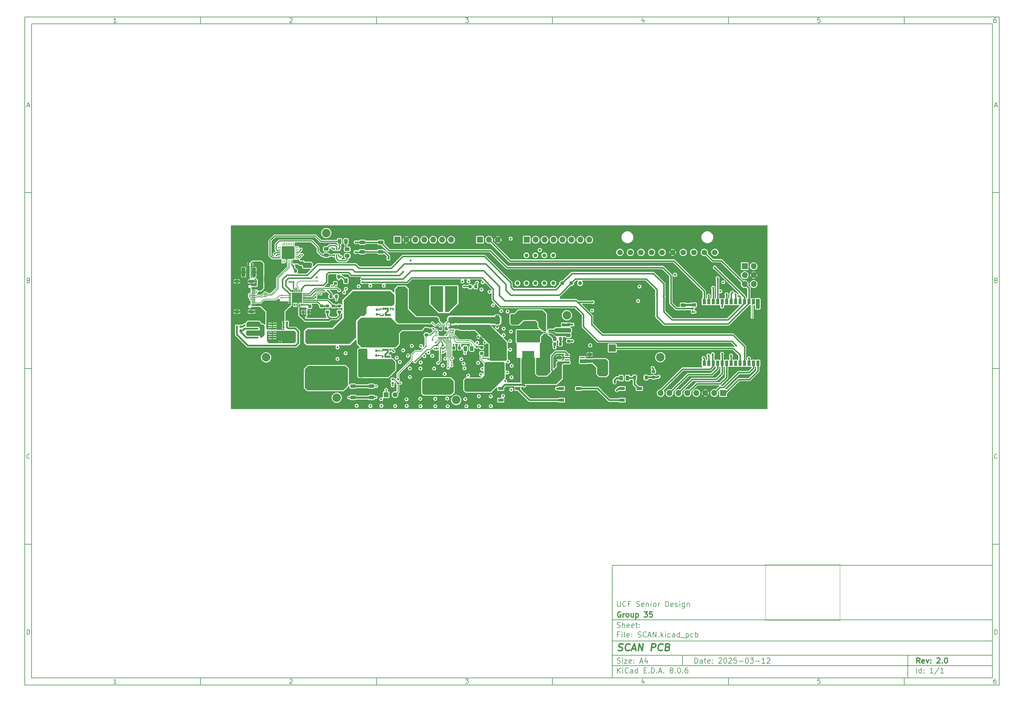
<source format=gbr>
G04 #@! TF.GenerationSoftware,KiCad,Pcbnew,8.0.6*
G04 #@! TF.CreationDate,2025-03-13T06:21:31-04:00*
G04 #@! TF.ProjectId,SCAN,5343414e-2e6b-4696-9361-645f70636258,2.0*
G04 #@! TF.SameCoordinates,Original*
G04 #@! TF.FileFunction,Copper,L1,Top*
G04 #@! TF.FilePolarity,Positive*
%FSLAX46Y46*%
G04 Gerber Fmt 4.6, Leading zero omitted, Abs format (unit mm)*
G04 Created by KiCad (PCBNEW 8.0.6) date 2025-03-13 06:21:31*
%MOMM*%
%LPD*%
G01*
G04 APERTURE LIST*
G04 Aperture macros list*
%AMRoundRect*
0 Rectangle with rounded corners*
0 $1 Rounding radius*
0 $2 $3 $4 $5 $6 $7 $8 $9 X,Y pos of 4 corners*
0 Add a 4 corners polygon primitive as box body*
4,1,4,$2,$3,$4,$5,$6,$7,$8,$9,$2,$3,0*
0 Add four circle primitives for the rounded corners*
1,1,$1+$1,$2,$3*
1,1,$1+$1,$4,$5*
1,1,$1+$1,$6,$7*
1,1,$1+$1,$8,$9*
0 Add four rect primitives between the rounded corners*
20,1,$1+$1,$2,$3,$4,$5,0*
20,1,$1+$1,$4,$5,$6,$7,0*
20,1,$1+$1,$6,$7,$8,$9,0*
20,1,$1+$1,$8,$9,$2,$3,0*%
%AMFreePoly0*
4,1,192,0.606581,0.604743,0.608810,0.604000,0.610000,0.604000,0.611581,0.603743,0.613810,0.603000,0.615000,0.603000,0.616581,0.602743,0.619581,0.601743,0.620236,0.601472,0.621920,0.600630,0.624581,0.599743,0.626536,0.598536,0.627964,0.597108,0.629236,0.596472,0.630536,0.595536,0.631964,0.594108,0.633236,0.593472,0.634536,0.592536,0.642536,0.584536,0.643472,0.583236,
0.644108,0.581964,0.645536,0.580536,0.646472,0.579236,0.647108,0.577964,0.648536,0.576536,0.649743,0.574581,0.650630,0.571920,0.651472,0.570236,0.651743,0.569581,0.652743,0.566581,0.653000,0.565000,0.653000,0.563810,0.653743,0.561581,0.654000,0.560000,0.654000,0.558810,0.654743,0.556581,0.655000,0.555000,0.655000,-0.055000,0.654743,-0.056581,0.654000,-0.058810,
0.654000,-0.060000,0.653743,-0.061581,0.653000,-0.063810,0.653000,-0.065000,0.652743,-0.066581,0.651743,-0.069581,0.651472,-0.070236,0.650630,-0.071920,0.649743,-0.074581,0.648536,-0.076536,0.647108,-0.077964,0.646472,-0.079236,0.645536,-0.080536,0.644108,-0.081964,0.643472,-0.083236,0.642536,-0.084536,0.634536,-0.092536,0.633236,-0.093472,0.631964,-0.094108,0.630536,-0.095536,
0.629236,-0.096472,0.627964,-0.097108,0.626536,-0.098536,0.624581,-0.099743,0.621920,-0.100630,0.620236,-0.101472,0.619581,-0.101743,0.616581,-0.102743,0.615000,-0.103000,0.613810,-0.103000,0.611581,-0.103743,0.610000,-0.104000,0.608810,-0.104000,0.606581,-0.104743,0.605000,-0.105000,-0.255000,-0.105000,-0.256581,-0.104743,-0.258810,-0.104000,-0.260000,-0.104000,-0.261581,-0.103743,
-0.263810,-0.103000,-0.265000,-0.103000,-0.266581,-0.102743,-0.269581,-0.101743,-0.270236,-0.101472,-0.271920,-0.100630,-0.274581,-0.099743,-0.276536,-0.098536,-0.277964,-0.097108,-0.279236,-0.096472,-0.280536,-0.095536,-0.281964,-0.094108,-0.283236,-0.093472,-0.284536,-0.092536,-0.292536,-0.084536,-0.293472,-0.083236,-0.294108,-0.081964,-0.295536,-0.080536,-0.296472,-0.079236,-0.297108,-0.077964,
-0.298536,-0.076536,-0.299743,-0.074581,-0.300630,-0.071920,-0.301472,-0.070236,-0.301743,-0.069581,-0.302743,-0.066581,-0.303000,-0.065000,-0.303000,-0.063810,-0.303743,-0.061581,-0.304000,-0.060000,-0.304000,-0.058810,-0.304743,-0.056581,-0.305000,-0.055000,-0.305000,0.055000,-0.304743,0.056581,-0.304000,0.058810,-0.304000,0.060000,-0.303743,0.061581,-0.303000,0.063810,-0.303000,0.065000,
-0.302743,0.066581,-0.301743,0.069581,-0.301472,0.070236,-0.300630,0.071920,-0.299743,0.074581,-0.298536,0.076536,-0.297108,0.077964,-0.296472,0.079236,-0.295536,0.080536,-0.294108,0.081964,-0.293472,0.083236,-0.292536,0.084536,-0.284536,0.092536,-0.283236,0.093472,-0.281964,0.094108,-0.280536,0.095536,-0.279236,0.096472,-0.277964,0.097108,-0.276536,0.098536,-0.274581,0.099743,
-0.271920,0.100630,-0.270236,0.101472,-0.269581,0.101743,-0.266581,0.102743,-0.265000,0.103000,-0.263810,0.103000,-0.261581,0.103743,-0.260000,0.104000,-0.258810,0.104000,-0.256581,0.104743,-0.255000,0.105000,0.445000,0.105000,0.445000,0.555000,0.445257,0.556581,0.446000,0.558810,0.446000,0.560000,0.446257,0.561581,0.447000,0.563810,0.447000,0.565000,0.447257,0.566581,
0.448257,0.569581,0.448528,0.570236,0.449370,0.571920,0.450257,0.574581,0.451464,0.576536,0.452892,0.577964,0.453528,0.579236,0.454464,0.580536,0.455892,0.581964,0.456528,0.583236,0.457464,0.584536,0.465464,0.592536,0.466764,0.593472,0.468036,0.594108,0.469464,0.595536,0.470764,0.596472,0.472036,0.597108,0.473464,0.598536,0.475419,0.599743,0.478080,0.600630,
0.479764,0.601472,0.480419,0.601743,0.483419,0.602743,0.485000,0.603000,0.486190,0.603000,0.488419,0.603743,0.490000,0.604000,0.491190,0.604000,0.493419,0.604743,0.495000,0.605000,0.605000,0.605000,0.606581,0.604743,0.606581,0.604743,$1*%
%AMFreePoly1*
4,1,192,0.056581,0.354743,0.058810,0.354000,0.060000,0.354000,0.061581,0.353743,0.063810,0.353000,0.065000,0.353000,0.066581,0.352743,0.069581,0.351743,0.070236,0.351472,0.071920,0.350630,0.074581,0.349743,0.076536,0.348536,0.077964,0.347108,0.079236,0.346472,0.080536,0.345536,0.081964,0.344108,0.083236,0.343472,0.084536,0.342536,0.092536,0.334536,0.093472,0.333236,
0.094108,0.331964,0.095536,0.330536,0.096472,0.329236,0.097108,0.327964,0.098536,0.326536,0.099743,0.324581,0.100630,0.321920,0.101472,0.320236,0.101743,0.319581,0.102743,0.316581,0.103000,0.315000,0.103000,0.313810,0.103743,0.311581,0.104000,0.310000,0.104000,0.308810,0.104743,0.306581,0.105000,0.305000,0.105000,-0.305000,0.104743,-0.306581,0.104000,-0.308810,
0.104000,-0.310000,0.103743,-0.311581,0.103000,-0.313810,0.103000,-0.315000,0.102743,-0.316581,0.101743,-0.319581,0.101472,-0.320236,0.100630,-0.321920,0.099743,-0.324581,0.098536,-0.326536,0.097108,-0.327964,0.096472,-0.329236,0.095536,-0.330536,0.094108,-0.331964,0.093472,-0.333236,0.092536,-0.334536,0.084536,-0.342536,0.083236,-0.343472,0.081964,-0.344108,0.080536,-0.345536,
0.079236,-0.346472,0.077964,-0.347108,0.076536,-0.348536,0.074581,-0.349743,0.071920,-0.350630,0.070236,-0.351472,0.069581,-0.351743,0.066581,-0.352743,0.065000,-0.353000,0.063810,-0.353000,0.061581,-0.353743,0.060000,-0.354000,0.058810,-0.354000,0.056581,-0.354743,0.055000,-0.355000,-0.055000,-0.355000,-0.056581,-0.354743,-0.058810,-0.354000,-0.060000,-0.354000,-0.061581,-0.353743,
-0.063810,-0.353000,-0.065000,-0.353000,-0.066581,-0.352743,-0.069581,-0.351743,-0.070236,-0.351472,-0.071920,-0.350630,-0.074581,-0.349743,-0.076536,-0.348536,-0.077964,-0.347108,-0.079236,-0.346472,-0.080536,-0.345536,-0.081964,-0.344108,-0.083236,-0.343472,-0.084536,-0.342536,-0.092536,-0.334536,-0.093472,-0.333236,-0.094108,-0.331964,-0.095536,-0.330536,-0.096472,-0.329236,-0.097108,-0.327964,
-0.098536,-0.326536,-0.099743,-0.324581,-0.100630,-0.321920,-0.101472,-0.320236,-0.101743,-0.319581,-0.102743,-0.316581,-0.103000,-0.315000,-0.103000,-0.313810,-0.103743,-0.311581,-0.104000,-0.310000,-0.104000,-0.308810,-0.104743,-0.306581,-0.105000,-0.305000,-0.105000,0.145000,-0.755000,0.145000,-0.756581,0.145257,-0.758810,0.146000,-0.760000,0.146000,-0.761581,0.146257,-0.763810,0.147000,
-0.765000,0.147000,-0.766581,0.147257,-0.769581,0.148257,-0.770236,0.148528,-0.771920,0.149370,-0.774581,0.150257,-0.776536,0.151464,-0.777964,0.152892,-0.779236,0.153528,-0.780536,0.154464,-0.781964,0.155892,-0.783236,0.156528,-0.784536,0.157464,-0.792536,0.165464,-0.793472,0.166764,-0.794108,0.168036,-0.795536,0.169464,-0.796472,0.170764,-0.797108,0.172036,-0.798536,0.173464,
-0.799743,0.175419,-0.800630,0.178080,-0.801472,0.179764,-0.801743,0.180419,-0.802743,0.183419,-0.803000,0.185000,-0.803000,0.186190,-0.803743,0.188419,-0.804000,0.190000,-0.804000,0.191190,-0.804743,0.193419,-0.805000,0.195000,-0.805000,0.305000,-0.804743,0.306581,-0.804000,0.308810,-0.804000,0.310000,-0.803743,0.311581,-0.803000,0.313810,-0.803000,0.315000,-0.802743,0.316581,
-0.801743,0.319581,-0.801472,0.320236,-0.800630,0.321920,-0.799743,0.324581,-0.798536,0.326536,-0.797108,0.327964,-0.796472,0.329236,-0.795536,0.330536,-0.794108,0.331964,-0.793472,0.333236,-0.792536,0.334536,-0.784536,0.342536,-0.783236,0.343472,-0.781964,0.344108,-0.780536,0.345536,-0.779236,0.346472,-0.777964,0.347108,-0.776536,0.348536,-0.774581,0.349743,-0.771920,0.350630,
-0.770236,0.351472,-0.769581,0.351743,-0.766581,0.352743,-0.765000,0.353000,-0.763810,0.353000,-0.761581,0.353743,-0.760000,0.354000,-0.758810,0.354000,-0.756581,0.354743,-0.755000,0.355000,0.055000,0.355000,0.056581,0.354743,0.056581,0.354743,$1*%
%AMFreePoly2*
4,1,192,0.306581,0.104743,0.308810,0.104000,0.310000,0.104000,0.311581,0.103743,0.313810,0.103000,0.315000,0.103000,0.316581,0.102743,0.319581,0.101743,0.320236,0.101472,0.321920,0.100630,0.324581,0.099743,0.326536,0.098536,0.327964,0.097108,0.329236,0.096472,0.330536,0.095536,0.331964,0.094108,0.333236,0.093472,0.334536,0.092536,0.342536,0.084536,0.343472,0.083236,
0.344108,0.081964,0.345536,0.080536,0.346472,0.079236,0.347108,0.077964,0.348536,0.076536,0.349743,0.074581,0.350630,0.071920,0.351472,0.070236,0.351743,0.069581,0.352743,0.066581,0.353000,0.065000,0.353000,0.063810,0.353743,0.061581,0.354000,0.060000,0.354000,0.058810,0.354743,0.056581,0.355000,0.055000,0.355000,-0.055000,0.354743,-0.056581,0.354000,-0.058810,
0.354000,-0.060000,0.353743,-0.061581,0.353000,-0.063810,0.353000,-0.065000,0.352743,-0.066581,0.351743,-0.069581,0.351472,-0.070236,0.350630,-0.071920,0.349743,-0.074581,0.348536,-0.076536,0.347108,-0.077964,0.346472,-0.079236,0.345536,-0.080536,0.344108,-0.081964,0.343472,-0.083236,0.342536,-0.084536,0.334536,-0.092536,0.333236,-0.093472,0.331964,-0.094108,0.330536,-0.095536,
0.329236,-0.096472,0.327964,-0.097108,0.326536,-0.098536,0.324581,-0.099743,0.321920,-0.100630,0.320236,-0.101472,0.319581,-0.101743,0.316581,-0.102743,0.315000,-0.103000,0.313810,-0.103000,0.311581,-0.103743,0.310000,-0.104000,0.308810,-0.104000,0.306581,-0.104743,0.305000,-0.105000,-0.345000,-0.105000,-0.345000,-0.555000,-0.345257,-0.556581,-0.346000,-0.558810,-0.346000,-0.560000,
-0.346257,-0.561581,-0.347000,-0.563810,-0.347000,-0.565000,-0.347257,-0.566581,-0.348257,-0.569581,-0.348528,-0.570236,-0.349370,-0.571920,-0.350257,-0.574581,-0.351464,-0.576536,-0.352892,-0.577964,-0.353528,-0.579236,-0.354464,-0.580536,-0.355892,-0.581964,-0.356528,-0.583236,-0.357464,-0.584536,-0.365464,-0.592536,-0.366764,-0.593472,-0.368036,-0.594108,-0.369464,-0.595536,-0.370764,-0.596472,
-0.372036,-0.597108,-0.373464,-0.598536,-0.375419,-0.599743,-0.378080,-0.600630,-0.379764,-0.601472,-0.380419,-0.601743,-0.383419,-0.602743,-0.385000,-0.603000,-0.386190,-0.603000,-0.388419,-0.603743,-0.390000,-0.604000,-0.391190,-0.604000,-0.393419,-0.604743,-0.395000,-0.605000,-0.505000,-0.605000,-0.506581,-0.604743,-0.508810,-0.604000,-0.510000,-0.604000,-0.511581,-0.603743,-0.513810,-0.603000,
-0.515000,-0.603000,-0.516581,-0.602743,-0.519581,-0.601743,-0.520236,-0.601472,-0.521920,-0.600630,-0.524581,-0.599743,-0.526536,-0.598536,-0.527964,-0.597108,-0.529236,-0.596472,-0.530536,-0.595536,-0.531964,-0.594108,-0.533236,-0.593472,-0.534536,-0.592536,-0.542536,-0.584536,-0.543472,-0.583236,-0.544108,-0.581964,-0.545536,-0.580536,-0.546472,-0.579236,-0.547108,-0.577964,-0.548536,-0.576536,
-0.549743,-0.574581,-0.550630,-0.571920,-0.551472,-0.570236,-0.551743,-0.569581,-0.552743,-0.566581,-0.553000,-0.565000,-0.553000,-0.563810,-0.553743,-0.561581,-0.554000,-0.560000,-0.554000,-0.558810,-0.554743,-0.556581,-0.555000,-0.555000,-0.555000,0.055000,-0.554743,0.056581,-0.554000,0.058810,-0.554000,0.060000,-0.553743,0.061581,-0.553000,0.063810,-0.553000,0.065000,-0.552743,0.066581,
-0.551743,0.069581,-0.551472,0.070236,-0.550630,0.071920,-0.549743,0.074581,-0.548536,0.076536,-0.547108,0.077964,-0.546472,0.079236,-0.545536,0.080536,-0.544108,0.081964,-0.543472,0.083236,-0.542536,0.084536,-0.534536,0.092536,-0.533236,0.093472,-0.531964,0.094108,-0.530536,0.095536,-0.529236,0.096472,-0.527964,0.097108,-0.526536,0.098536,-0.524581,0.099743,-0.521920,0.100630,
-0.520236,0.101472,-0.519581,0.101743,-0.516581,0.102743,-0.515000,0.103000,-0.513810,0.103000,-0.511581,0.103743,-0.510000,0.104000,-0.508810,0.104000,-0.506581,0.104743,-0.505000,0.105000,0.305000,0.105000,0.306581,0.104743,0.306581,0.104743,$1*%
%AMFreePoly3*
4,1,192,-0.455919,0.604743,-0.453690,0.604000,-0.452500,0.604000,-0.450919,0.603743,-0.448690,0.603000,-0.447500,0.603000,-0.445919,0.602743,-0.442919,0.601743,-0.442264,0.601472,-0.440580,0.600630,-0.437919,0.599743,-0.435964,0.598536,-0.434536,0.597108,-0.433264,0.596472,-0.431964,0.595536,-0.430536,0.594108,-0.429264,0.593472,-0.427964,0.592536,-0.419964,0.584536,-0.419028,0.583236,
-0.418392,0.581964,-0.416964,0.580536,-0.416028,0.579236,-0.415392,0.577964,-0.413964,0.576536,-0.412757,0.574581,-0.411870,0.571920,-0.411028,0.570236,-0.410757,0.569581,-0.409757,0.566581,-0.409500,0.565000,-0.409500,0.563810,-0.408757,0.561581,-0.408500,0.560000,-0.408500,0.558810,-0.407757,0.556581,-0.407500,0.555000,-0.407500,0.105000,0.292500,0.105000,0.294081,0.104743,
0.296310,0.104000,0.297500,0.104000,0.299081,0.103743,0.301310,0.103000,0.302500,0.103000,0.304081,0.102743,0.307081,0.101743,0.307736,0.101472,0.309420,0.100630,0.312081,0.099743,0.314036,0.098536,0.315464,0.097108,0.316736,0.096472,0.318036,0.095536,0.319464,0.094108,0.320736,0.093472,0.322036,0.092536,0.330036,0.084536,0.330972,0.083236,0.331608,0.081964,
0.333036,0.080536,0.333972,0.079236,0.334608,0.077964,0.336036,0.076536,0.337243,0.074581,0.338130,0.071920,0.338972,0.070236,0.339243,0.069581,0.340243,0.066581,0.340500,0.065000,0.340500,0.063810,0.341243,0.061581,0.341500,0.060000,0.341500,0.058810,0.342243,0.056581,0.342500,0.055000,0.342500,-0.055000,0.342243,-0.056581,0.341500,-0.058810,0.341500,-0.060000,
0.341243,-0.061581,0.340500,-0.063810,0.340500,-0.065000,0.340243,-0.066581,0.339243,-0.069581,0.338972,-0.070236,0.338130,-0.071920,0.337243,-0.074581,0.336036,-0.076536,0.334608,-0.077964,0.333972,-0.079236,0.333036,-0.080536,0.331608,-0.081964,0.330972,-0.083236,0.330036,-0.084536,0.322036,-0.092536,0.320736,-0.093472,0.319464,-0.094108,0.318036,-0.095536,0.316736,-0.096472,
0.315464,-0.097108,0.314036,-0.098536,0.312081,-0.099743,0.309420,-0.100630,0.307736,-0.101472,0.307081,-0.101743,0.304081,-0.102743,0.302500,-0.103000,0.301310,-0.103000,0.299081,-0.103743,0.297500,-0.104000,0.296310,-0.104000,0.294081,-0.104743,0.292500,-0.105000,-0.567500,-0.105000,-0.569081,-0.104743,-0.571310,-0.104000,-0.572500,-0.104000,-0.574081,-0.103743,-0.576310,-0.103000,
-0.577500,-0.103000,-0.579081,-0.102743,-0.582081,-0.101743,-0.582736,-0.101472,-0.584420,-0.100630,-0.587081,-0.099743,-0.589036,-0.098536,-0.590464,-0.097108,-0.591736,-0.096472,-0.593036,-0.095536,-0.594464,-0.094108,-0.595736,-0.093472,-0.597036,-0.092536,-0.605036,-0.084536,-0.605972,-0.083236,-0.606608,-0.081964,-0.608036,-0.080536,-0.608972,-0.079236,-0.609608,-0.077964,-0.611036,-0.076536,
-0.612243,-0.074581,-0.613130,-0.071920,-0.613972,-0.070236,-0.614243,-0.069581,-0.615243,-0.066581,-0.615500,-0.065000,-0.615500,-0.063810,-0.616243,-0.061581,-0.616500,-0.060000,-0.616500,-0.058810,-0.617243,-0.056581,-0.617500,-0.055000,-0.617500,0.555000,-0.617243,0.556581,-0.616500,0.558810,-0.616500,0.560000,-0.616243,0.561581,-0.615500,0.563810,-0.615500,0.565000,-0.615243,0.566581,
-0.614243,0.569581,-0.613972,0.570236,-0.613130,0.571920,-0.612243,0.574581,-0.611036,0.576536,-0.609608,0.577964,-0.608972,0.579236,-0.608036,0.580536,-0.606608,0.581964,-0.605972,0.583236,-0.605036,0.584536,-0.597036,0.592536,-0.595736,0.593472,-0.594464,0.594108,-0.593036,0.595536,-0.591736,0.596472,-0.590464,0.597108,-0.589036,0.598536,-0.587081,0.599743,-0.584420,0.600630,
-0.582736,0.601472,-0.582081,0.601743,-0.579081,0.602743,-0.577500,0.603000,-0.576310,0.603000,-0.574081,0.603743,-0.572500,0.604000,-0.571310,0.604000,-0.569081,0.604743,-0.567500,0.605000,-0.457500,0.605000,-0.455919,0.604743,-0.455919,0.604743,$1*%
G04 Aperture macros list end*
%ADD10C,0.100000*%
%ADD11C,0.150000*%
%ADD12C,0.300000*%
%ADD13C,0.400000*%
G04 #@! TA.AperFunction,ComponentPad*
%ADD14C,1.574800*%
G04 #@! TD*
G04 #@! TA.AperFunction,SMDPad,CuDef*
%ADD15R,0.500000X0.630000*%
G04 #@! TD*
G04 #@! TA.AperFunction,SMDPad,CuDef*
%ADD16R,0.500000X0.410000*%
G04 #@! TD*
G04 #@! TA.AperFunction,SMDPad,CuDef*
%ADD17R,2.450000X1.900000*%
G04 #@! TD*
G04 #@! TA.AperFunction,SMDPad,CuDef*
%ADD18RoundRect,0.100000X0.100000X-0.250000X0.100000X0.250000X-0.100000X0.250000X-0.100000X-0.250000X0*%
G04 #@! TD*
G04 #@! TA.AperFunction,ComponentPad*
%ADD19C,0.400000*%
G04 #@! TD*
G04 #@! TA.AperFunction,SMDPad,CuDef*
%ADD20RoundRect,0.062750X1.212250X-1.192250X1.212250X1.192250X-1.212250X1.192250X-1.212250X-1.192250X0*%
G04 #@! TD*
G04 #@! TA.AperFunction,SMDPad,CuDef*
%ADD21RoundRect,0.100000X-0.100000X0.250000X-0.100000X-0.250000X0.100000X-0.250000X0.100000X0.250000X0*%
G04 #@! TD*
G04 #@! TA.AperFunction,SMDPad,CuDef*
%ADD22RoundRect,0.062750X-1.212250X1.192250X-1.212250X-1.192250X1.212250X-1.192250X1.212250X1.192250X0*%
G04 #@! TD*
G04 #@! TA.AperFunction,SMDPad,CuDef*
%ADD23RoundRect,0.135000X0.135000X0.185000X-0.135000X0.185000X-0.135000X-0.185000X0.135000X-0.185000X0*%
G04 #@! TD*
G04 #@! TA.AperFunction,ComponentPad*
%ADD24R,2.000000X2.000000*%
G04 #@! TD*
G04 #@! TA.AperFunction,ComponentPad*
%ADD25C,2.000000*%
G04 #@! TD*
G04 #@! TA.AperFunction,SMDPad,CuDef*
%ADD26RoundRect,0.250000X-0.475000X0.337500X-0.475000X-0.337500X0.475000X-0.337500X0.475000X0.337500X0*%
G04 #@! TD*
G04 #@! TA.AperFunction,SMDPad,CuDef*
%ADD27RoundRect,0.250000X-0.362500X-1.075000X0.362500X-1.075000X0.362500X1.075000X-0.362500X1.075000X0*%
G04 #@! TD*
G04 #@! TA.AperFunction,SMDPad,CuDef*
%ADD28RoundRect,0.140000X-0.170000X0.140000X-0.170000X-0.140000X0.170000X-0.140000X0.170000X0.140000X0*%
G04 #@! TD*
G04 #@! TA.AperFunction,SMDPad,CuDef*
%ADD29RoundRect,0.200000X-0.275000X0.200000X-0.275000X-0.200000X0.275000X-0.200000X0.275000X0.200000X0*%
G04 #@! TD*
G04 #@! TA.AperFunction,SMDPad,CuDef*
%ADD30RoundRect,0.090000X-0.660000X-0.360000X0.660000X-0.360000X0.660000X0.360000X-0.660000X0.360000X0*%
G04 #@! TD*
G04 #@! TA.AperFunction,SMDPad,CuDef*
%ADD31RoundRect,0.250000X0.475000X-0.250000X0.475000X0.250000X-0.475000X0.250000X-0.475000X-0.250000X0*%
G04 #@! TD*
G04 #@! TA.AperFunction,SMDPad,CuDef*
%ADD32RoundRect,0.135000X-0.185000X0.135000X-0.185000X-0.135000X0.185000X-0.135000X0.185000X0.135000X0*%
G04 #@! TD*
G04 #@! TA.AperFunction,SMDPad,CuDef*
%ADD33RoundRect,0.140000X0.140000X0.170000X-0.140000X0.170000X-0.140000X-0.170000X0.140000X-0.170000X0*%
G04 #@! TD*
G04 #@! TA.AperFunction,ComponentPad*
%ADD34C,2.400000*%
G04 #@! TD*
G04 #@! TA.AperFunction,SMDPad,CuDef*
%ADD35RoundRect,0.100000X-0.100000X0.225000X-0.100000X-0.225000X0.100000X-0.225000X0.100000X0.225000X0*%
G04 #@! TD*
G04 #@! TA.AperFunction,SMDPad,CuDef*
%ADD36R,1.981200X0.558800*%
G04 #@! TD*
G04 #@! TA.AperFunction,SMDPad,CuDef*
%ADD37RoundRect,0.135000X-0.135000X-0.185000X0.135000X-0.185000X0.135000X0.185000X-0.135000X0.185000X0*%
G04 #@! TD*
G04 #@! TA.AperFunction,SMDPad,CuDef*
%ADD38RoundRect,0.225000X-0.225000X-0.250000X0.225000X-0.250000X0.225000X0.250000X-0.225000X0.250000X0*%
G04 #@! TD*
G04 #@! TA.AperFunction,SMDPad,CuDef*
%ADD39RoundRect,0.225000X0.250000X-0.225000X0.250000X0.225000X-0.250000X0.225000X-0.250000X-0.225000X0*%
G04 #@! TD*
G04 #@! TA.AperFunction,SMDPad,CuDef*
%ADD40RoundRect,0.200000X0.275000X-0.200000X0.275000X0.200000X-0.275000X0.200000X-0.275000X-0.200000X0*%
G04 #@! TD*
G04 #@! TA.AperFunction,SMDPad,CuDef*
%ADD41RoundRect,0.140000X0.170000X-0.140000X0.170000X0.140000X-0.170000X0.140000X-0.170000X-0.140000X0*%
G04 #@! TD*
G04 #@! TA.AperFunction,SMDPad,CuDef*
%ADD42RoundRect,0.225000X0.225000X0.250000X-0.225000X0.250000X-0.225000X-0.250000X0.225000X-0.250000X0*%
G04 #@! TD*
G04 #@! TA.AperFunction,SMDPad,CuDef*
%ADD43RoundRect,0.200000X0.200000X0.275000X-0.200000X0.275000X-0.200000X-0.275000X0.200000X-0.275000X0*%
G04 #@! TD*
G04 #@! TA.AperFunction,SMDPad,CuDef*
%ADD44R,0.750000X0.300000*%
G04 #@! TD*
G04 #@! TA.AperFunction,SMDPad,CuDef*
%ADD45R,0.300000X0.750000*%
G04 #@! TD*
G04 #@! TA.AperFunction,SMDPad,CuDef*
%ADD46R,2.850000X2.850000*%
G04 #@! TD*
G04 #@! TA.AperFunction,SMDPad,CuDef*
%ADD47R,0.889000X1.498600*%
G04 #@! TD*
G04 #@! TA.AperFunction,SMDPad,CuDef*
%ADD48R,0.812800X0.812800*%
G04 #@! TD*
G04 #@! TA.AperFunction,SMDPad,CuDef*
%ADD49RoundRect,0.250000X-0.250000X-0.475000X0.250000X-0.475000X0.250000X0.475000X-0.250000X0.475000X0*%
G04 #@! TD*
G04 #@! TA.AperFunction,SMDPad,CuDef*
%ADD50RoundRect,0.250000X-0.262500X-0.450000X0.262500X-0.450000X0.262500X0.450000X-0.262500X0.450000X0*%
G04 #@! TD*
G04 #@! TA.AperFunction,ComponentPad*
%ADD51R,1.700000X1.700000*%
G04 #@! TD*
G04 #@! TA.AperFunction,ComponentPad*
%ADD52O,1.700000X1.700000*%
G04 #@! TD*
G04 #@! TA.AperFunction,SMDPad,CuDef*
%ADD53RoundRect,0.250000X0.250000X0.475000X-0.250000X0.475000X-0.250000X-0.475000X0.250000X-0.475000X0*%
G04 #@! TD*
G04 #@! TA.AperFunction,SMDPad,CuDef*
%ADD54RoundRect,0.140000X-0.140000X-0.170000X0.140000X-0.170000X0.140000X0.170000X-0.140000X0.170000X0*%
G04 #@! TD*
G04 #@! TA.AperFunction,SMDPad,CuDef*
%ADD55RoundRect,0.085000X-0.265000X-0.085000X0.265000X-0.085000X0.265000X0.085000X-0.265000X0.085000X0*%
G04 #@! TD*
G04 #@! TA.AperFunction,SMDPad,CuDef*
%ADD56R,3.500000X3.000000*%
G04 #@! TD*
G04 #@! TA.AperFunction,SMDPad,CuDef*
%ADD57RoundRect,0.250000X0.475000X-0.337500X0.475000X0.337500X-0.475000X0.337500X-0.475000X-0.337500X0*%
G04 #@! TD*
G04 #@! TA.AperFunction,SMDPad,CuDef*
%ADD58RoundRect,0.225000X-0.250000X0.225000X-0.250000X-0.225000X0.250000X-0.225000X0.250000X0.225000X0*%
G04 #@! TD*
G04 #@! TA.AperFunction,SMDPad,CuDef*
%ADD59RoundRect,0.225000X0.225000X0.375000X-0.225000X0.375000X-0.225000X-0.375000X0.225000X-0.375000X0*%
G04 #@! TD*
G04 #@! TA.AperFunction,ComponentPad*
%ADD60R,2.100000X2.100000*%
G04 #@! TD*
G04 #@! TA.AperFunction,ComponentPad*
%ADD61C,2.100000*%
G04 #@! TD*
G04 #@! TA.AperFunction,SMDPad,CuDef*
%ADD62RoundRect,0.250000X0.362500X1.075000X-0.362500X1.075000X-0.362500X-1.075000X0.362500X-1.075000X0*%
G04 #@! TD*
G04 #@! TA.AperFunction,SMDPad,CuDef*
%ADD63RoundRect,0.250000X-0.787500X-1.025000X0.787500X-1.025000X0.787500X1.025000X-0.787500X1.025000X0*%
G04 #@! TD*
G04 #@! TA.AperFunction,SMDPad,CuDef*
%ADD64R,0.812800X0.889000*%
G04 #@! TD*
G04 #@! TA.AperFunction,SMDPad,CuDef*
%ADD65RoundRect,0.250000X0.262500X0.450000X-0.262500X0.450000X-0.262500X-0.450000X0.262500X-0.450000X0*%
G04 #@! TD*
G04 #@! TA.AperFunction,SMDPad,CuDef*
%ADD66RoundRect,0.250000X-0.525000X-0.250000X0.525000X-0.250000X0.525000X0.250000X-0.525000X0.250000X0*%
G04 #@! TD*
G04 #@! TA.AperFunction,SMDPad,CuDef*
%ADD67R,1.850000X3.400000*%
G04 #@! TD*
G04 #@! TA.AperFunction,SMDPad,CuDef*
%ADD68R,1.140000X0.600000*%
G04 #@! TD*
G04 #@! TA.AperFunction,SMDPad,CuDef*
%ADD69R,1.140000X0.300000*%
G04 #@! TD*
G04 #@! TA.AperFunction,ComponentPad*
%ADD70O,2.000000X0.900000*%
G04 #@! TD*
G04 #@! TA.AperFunction,ComponentPad*
%ADD71O,1.700000X0.900000*%
G04 #@! TD*
G04 #@! TA.AperFunction,SMDPad,CuDef*
%ADD72RoundRect,0.250000X-0.450000X0.262500X-0.450000X-0.262500X0.450000X-0.262500X0.450000X0.262500X0*%
G04 #@! TD*
G04 #@! TA.AperFunction,ComponentPad*
%ADD73C,5.700000*%
G04 #@! TD*
G04 #@! TA.AperFunction,SMDPad,CuDef*
%ADD74FreePoly0,0.000000*%
G04 #@! TD*
G04 #@! TA.AperFunction,SMDPad,CuDef*
%ADD75RoundRect,0.050000X-0.250000X-0.050000X0.250000X-0.050000X0.250000X0.050000X-0.250000X0.050000X0*%
G04 #@! TD*
G04 #@! TA.AperFunction,SMDPad,CuDef*
%ADD76FreePoly1,0.000000*%
G04 #@! TD*
G04 #@! TA.AperFunction,SMDPad,CuDef*
%ADD77RoundRect,0.050000X-0.050000X-0.250000X0.050000X-0.250000X0.050000X0.250000X-0.050000X0.250000X0*%
G04 #@! TD*
G04 #@! TA.AperFunction,SMDPad,CuDef*
%ADD78FreePoly2,0.000000*%
G04 #@! TD*
G04 #@! TA.AperFunction,SMDPad,CuDef*
%ADD79RoundRect,0.050000X-0.300000X-0.050000X0.300000X-0.050000X0.300000X0.050000X-0.300000X0.050000X0*%
G04 #@! TD*
G04 #@! TA.AperFunction,SMDPad,CuDef*
%ADD80RoundRect,0.050000X-0.275000X-0.050000X0.275000X-0.050000X0.275000X0.050000X-0.275000X0.050000X0*%
G04 #@! TD*
G04 #@! TA.AperFunction,SMDPad,CuDef*
%ADD81RoundRect,0.050000X-0.290000X-0.050000X0.290000X-0.050000X0.290000X0.050000X-0.290000X0.050000X0*%
G04 #@! TD*
G04 #@! TA.AperFunction,SMDPad,CuDef*
%ADD82FreePoly3,0.000000*%
G04 #@! TD*
G04 #@! TA.AperFunction,SMDPad,CuDef*
%ADD83RoundRect,0.050000X-0.050000X-0.450000X0.050000X-0.450000X0.050000X0.450000X-0.050000X0.450000X0*%
G04 #@! TD*
G04 #@! TA.AperFunction,SMDPad,CuDef*
%ADD84RoundRect,0.050000X-0.050000X-0.425000X0.050000X-0.425000X0.050000X0.425000X-0.050000X0.425000X0*%
G04 #@! TD*
G04 #@! TA.AperFunction,SMDPad,CuDef*
%ADD85RoundRect,0.250000X0.525000X0.250000X-0.525000X0.250000X-0.525000X-0.250000X0.525000X-0.250000X0*%
G04 #@! TD*
G04 #@! TA.AperFunction,SMDPad,CuDef*
%ADD86RoundRect,0.150000X-0.200000X0.150000X-0.200000X-0.150000X0.200000X-0.150000X0.200000X0.150000X0*%
G04 #@! TD*
G04 #@! TA.AperFunction,SMDPad,CuDef*
%ADD87RoundRect,0.218750X-0.218750X-0.256250X0.218750X-0.256250X0.218750X0.256250X-0.218750X0.256250X0*%
G04 #@! TD*
G04 #@! TA.AperFunction,SMDPad,CuDef*
%ADD88RoundRect,0.062500X0.062500X-0.337500X0.062500X0.337500X-0.062500X0.337500X-0.062500X-0.337500X0*%
G04 #@! TD*
G04 #@! TA.AperFunction,SMDPad,CuDef*
%ADD89RoundRect,0.062500X0.337500X-0.062500X0.337500X0.062500X-0.337500X0.062500X-0.337500X-0.062500X0*%
G04 #@! TD*
G04 #@! TA.AperFunction,HeatsinkPad*
%ADD90R,3.350000X3.350000*%
G04 #@! TD*
G04 #@! TA.AperFunction,ComponentPad*
%ADD91R,1.416000X1.416000*%
G04 #@! TD*
G04 #@! TA.AperFunction,ComponentPad*
%ADD92C,1.416000*%
G04 #@! TD*
G04 #@! TA.AperFunction,SMDPad,CuDef*
%ADD93RoundRect,0.250000X0.325000X1.100000X-0.325000X1.100000X-0.325000X-1.100000X0.325000X-1.100000X0*%
G04 #@! TD*
G04 #@! TA.AperFunction,SMDPad,CuDef*
%ADD94R,1.333500X0.431800*%
G04 #@! TD*
G04 #@! TA.AperFunction,SMDPad,CuDef*
%ADD95R,1.854200X2.159000*%
G04 #@! TD*
G04 #@! TA.AperFunction,SMDPad,CuDef*
%ADD96RoundRect,0.250000X0.450000X-0.262500X0.450000X0.262500X-0.450000X0.262500X-0.450000X-0.262500X0*%
G04 #@! TD*
G04 #@! TA.AperFunction,SMDPad,CuDef*
%ADD97R,0.299999X0.299999*%
G04 #@! TD*
G04 #@! TA.AperFunction,SMDPad,CuDef*
%ADD98RoundRect,0.218750X0.218750X0.256250X-0.218750X0.256250X-0.218750X-0.256250X0.218750X-0.256250X0*%
G04 #@! TD*
G04 #@! TA.AperFunction,ComponentPad*
%ADD99R,1.130000X1.130000*%
G04 #@! TD*
G04 #@! TA.AperFunction,ComponentPad*
%ADD100C,1.130000*%
G04 #@! TD*
G04 #@! TA.AperFunction,SMDPad,CuDef*
%ADD101RoundRect,0.093750X0.093750X0.106250X-0.093750X0.106250X-0.093750X-0.106250X0.093750X-0.106250X0*%
G04 #@! TD*
G04 #@! TA.AperFunction,HeatsinkPad*
%ADD102R,1.000000X1.600000*%
G04 #@! TD*
G04 #@! TA.AperFunction,ViaPad*
%ADD103C,0.400000*%
G04 #@! TD*
G04 #@! TA.AperFunction,ViaPad*
%ADD104C,0.600000*%
G04 #@! TD*
G04 #@! TA.AperFunction,ViaPad*
%ADD105C,0.700000*%
G04 #@! TD*
G04 #@! TA.AperFunction,ViaPad*
%ADD106C,0.500000*%
G04 #@! TD*
G04 #@! TA.AperFunction,ViaPad*
%ADD107C,0.450000*%
G04 #@! TD*
G04 #@! TA.AperFunction,ViaPad*
%ADD108C,0.550000*%
G04 #@! TD*
G04 #@! TA.AperFunction,Conductor*
%ADD109C,0.400000*%
G04 #@! TD*
G04 #@! TA.AperFunction,Conductor*
%ADD110C,0.250000*%
G04 #@! TD*
G04 #@! TA.AperFunction,Conductor*
%ADD111C,0.500000*%
G04 #@! TD*
G04 #@! TA.AperFunction,Conductor*
%ADD112C,0.600000*%
G04 #@! TD*
G04 #@! TA.AperFunction,Conductor*
%ADD113C,0.350000*%
G04 #@! TD*
G04 #@! TA.AperFunction,Conductor*
%ADD114C,0.300000*%
G04 #@! TD*
G04 #@! TA.AperFunction,Conductor*
%ADD115C,0.200000*%
G04 #@! TD*
G04 #@! TA.AperFunction,Conductor*
%ADD116C,0.150000*%
G04 #@! TD*
G04 #@! TA.AperFunction,Conductor*
%ADD117C,0.154000*%
G04 #@! TD*
G04 #@! TA.AperFunction,Conductor*
%ADD118C,0.800000*%
G04 #@! TD*
G04 APERTURE END LIST*
D10*
X220538867Y-165653700D02*
X220538867Y-181528700D01*
X241705533Y-181528700D01*
X241705533Y-165653700D01*
X220538867Y-165653700D01*
D11*
X177002200Y-166007200D02*
X285002200Y-166007200D01*
X285002200Y-198007200D01*
X177002200Y-198007200D01*
X177002200Y-166007200D01*
D10*
D11*
X10000000Y-10000000D02*
X287002200Y-10000000D01*
X287002200Y-200007200D01*
X10000000Y-200007200D01*
X10000000Y-10000000D01*
D10*
D11*
X12000000Y-12000000D02*
X285002200Y-12000000D01*
X285002200Y-198007200D01*
X12000000Y-198007200D01*
X12000000Y-12000000D01*
D10*
D11*
X60000000Y-12000000D02*
X60000000Y-10000000D01*
D10*
D11*
X110000000Y-12000000D02*
X110000000Y-10000000D01*
D10*
D11*
X160000000Y-12000000D02*
X160000000Y-10000000D01*
D10*
D11*
X210000000Y-12000000D02*
X210000000Y-10000000D01*
D10*
D11*
X260000000Y-12000000D02*
X260000000Y-10000000D01*
D10*
D11*
X36089160Y-11593604D02*
X35346303Y-11593604D01*
X35717731Y-11593604D02*
X35717731Y-10293604D01*
X35717731Y-10293604D02*
X35593922Y-10479319D01*
X35593922Y-10479319D02*
X35470112Y-10603128D01*
X35470112Y-10603128D02*
X35346303Y-10665033D01*
D10*
D11*
X85346303Y-10417414D02*
X85408207Y-10355509D01*
X85408207Y-10355509D02*
X85532017Y-10293604D01*
X85532017Y-10293604D02*
X85841541Y-10293604D01*
X85841541Y-10293604D02*
X85965350Y-10355509D01*
X85965350Y-10355509D02*
X86027255Y-10417414D01*
X86027255Y-10417414D02*
X86089160Y-10541223D01*
X86089160Y-10541223D02*
X86089160Y-10665033D01*
X86089160Y-10665033D02*
X86027255Y-10850747D01*
X86027255Y-10850747D02*
X85284398Y-11593604D01*
X85284398Y-11593604D02*
X86089160Y-11593604D01*
D10*
D11*
X135284398Y-10293604D02*
X136089160Y-10293604D01*
X136089160Y-10293604D02*
X135655826Y-10788842D01*
X135655826Y-10788842D02*
X135841541Y-10788842D01*
X135841541Y-10788842D02*
X135965350Y-10850747D01*
X135965350Y-10850747D02*
X136027255Y-10912652D01*
X136027255Y-10912652D02*
X136089160Y-11036461D01*
X136089160Y-11036461D02*
X136089160Y-11345985D01*
X136089160Y-11345985D02*
X136027255Y-11469795D01*
X136027255Y-11469795D02*
X135965350Y-11531700D01*
X135965350Y-11531700D02*
X135841541Y-11593604D01*
X135841541Y-11593604D02*
X135470112Y-11593604D01*
X135470112Y-11593604D02*
X135346303Y-11531700D01*
X135346303Y-11531700D02*
X135284398Y-11469795D01*
D10*
D11*
X185965350Y-10726938D02*
X185965350Y-11593604D01*
X185655826Y-10231700D02*
X185346303Y-11160271D01*
X185346303Y-11160271D02*
X186151064Y-11160271D01*
D10*
D11*
X236027255Y-10293604D02*
X235408207Y-10293604D01*
X235408207Y-10293604D02*
X235346303Y-10912652D01*
X235346303Y-10912652D02*
X235408207Y-10850747D01*
X235408207Y-10850747D02*
X235532017Y-10788842D01*
X235532017Y-10788842D02*
X235841541Y-10788842D01*
X235841541Y-10788842D02*
X235965350Y-10850747D01*
X235965350Y-10850747D02*
X236027255Y-10912652D01*
X236027255Y-10912652D02*
X236089160Y-11036461D01*
X236089160Y-11036461D02*
X236089160Y-11345985D01*
X236089160Y-11345985D02*
X236027255Y-11469795D01*
X236027255Y-11469795D02*
X235965350Y-11531700D01*
X235965350Y-11531700D02*
X235841541Y-11593604D01*
X235841541Y-11593604D02*
X235532017Y-11593604D01*
X235532017Y-11593604D02*
X235408207Y-11531700D01*
X235408207Y-11531700D02*
X235346303Y-11469795D01*
D10*
D11*
X285965350Y-10293604D02*
X285717731Y-10293604D01*
X285717731Y-10293604D02*
X285593922Y-10355509D01*
X285593922Y-10355509D02*
X285532017Y-10417414D01*
X285532017Y-10417414D02*
X285408207Y-10603128D01*
X285408207Y-10603128D02*
X285346303Y-10850747D01*
X285346303Y-10850747D02*
X285346303Y-11345985D01*
X285346303Y-11345985D02*
X285408207Y-11469795D01*
X285408207Y-11469795D02*
X285470112Y-11531700D01*
X285470112Y-11531700D02*
X285593922Y-11593604D01*
X285593922Y-11593604D02*
X285841541Y-11593604D01*
X285841541Y-11593604D02*
X285965350Y-11531700D01*
X285965350Y-11531700D02*
X286027255Y-11469795D01*
X286027255Y-11469795D02*
X286089160Y-11345985D01*
X286089160Y-11345985D02*
X286089160Y-11036461D01*
X286089160Y-11036461D02*
X286027255Y-10912652D01*
X286027255Y-10912652D02*
X285965350Y-10850747D01*
X285965350Y-10850747D02*
X285841541Y-10788842D01*
X285841541Y-10788842D02*
X285593922Y-10788842D01*
X285593922Y-10788842D02*
X285470112Y-10850747D01*
X285470112Y-10850747D02*
X285408207Y-10912652D01*
X285408207Y-10912652D02*
X285346303Y-11036461D01*
D10*
D11*
X60000000Y-198007200D02*
X60000000Y-200007200D01*
D10*
D11*
X110000000Y-198007200D02*
X110000000Y-200007200D01*
D10*
D11*
X160000000Y-198007200D02*
X160000000Y-200007200D01*
D10*
D11*
X210000000Y-198007200D02*
X210000000Y-200007200D01*
D10*
D11*
X260000000Y-198007200D02*
X260000000Y-200007200D01*
D10*
D11*
X36089160Y-199600804D02*
X35346303Y-199600804D01*
X35717731Y-199600804D02*
X35717731Y-198300804D01*
X35717731Y-198300804D02*
X35593922Y-198486519D01*
X35593922Y-198486519D02*
X35470112Y-198610328D01*
X35470112Y-198610328D02*
X35346303Y-198672233D01*
D10*
D11*
X85346303Y-198424614D02*
X85408207Y-198362709D01*
X85408207Y-198362709D02*
X85532017Y-198300804D01*
X85532017Y-198300804D02*
X85841541Y-198300804D01*
X85841541Y-198300804D02*
X85965350Y-198362709D01*
X85965350Y-198362709D02*
X86027255Y-198424614D01*
X86027255Y-198424614D02*
X86089160Y-198548423D01*
X86089160Y-198548423D02*
X86089160Y-198672233D01*
X86089160Y-198672233D02*
X86027255Y-198857947D01*
X86027255Y-198857947D02*
X85284398Y-199600804D01*
X85284398Y-199600804D02*
X86089160Y-199600804D01*
D10*
D11*
X135284398Y-198300804D02*
X136089160Y-198300804D01*
X136089160Y-198300804D02*
X135655826Y-198796042D01*
X135655826Y-198796042D02*
X135841541Y-198796042D01*
X135841541Y-198796042D02*
X135965350Y-198857947D01*
X135965350Y-198857947D02*
X136027255Y-198919852D01*
X136027255Y-198919852D02*
X136089160Y-199043661D01*
X136089160Y-199043661D02*
X136089160Y-199353185D01*
X136089160Y-199353185D02*
X136027255Y-199476995D01*
X136027255Y-199476995D02*
X135965350Y-199538900D01*
X135965350Y-199538900D02*
X135841541Y-199600804D01*
X135841541Y-199600804D02*
X135470112Y-199600804D01*
X135470112Y-199600804D02*
X135346303Y-199538900D01*
X135346303Y-199538900D02*
X135284398Y-199476995D01*
D10*
D11*
X185965350Y-198734138D02*
X185965350Y-199600804D01*
X185655826Y-198238900D02*
X185346303Y-199167471D01*
X185346303Y-199167471D02*
X186151064Y-199167471D01*
D10*
D11*
X236027255Y-198300804D02*
X235408207Y-198300804D01*
X235408207Y-198300804D02*
X235346303Y-198919852D01*
X235346303Y-198919852D02*
X235408207Y-198857947D01*
X235408207Y-198857947D02*
X235532017Y-198796042D01*
X235532017Y-198796042D02*
X235841541Y-198796042D01*
X235841541Y-198796042D02*
X235965350Y-198857947D01*
X235965350Y-198857947D02*
X236027255Y-198919852D01*
X236027255Y-198919852D02*
X236089160Y-199043661D01*
X236089160Y-199043661D02*
X236089160Y-199353185D01*
X236089160Y-199353185D02*
X236027255Y-199476995D01*
X236027255Y-199476995D02*
X235965350Y-199538900D01*
X235965350Y-199538900D02*
X235841541Y-199600804D01*
X235841541Y-199600804D02*
X235532017Y-199600804D01*
X235532017Y-199600804D02*
X235408207Y-199538900D01*
X235408207Y-199538900D02*
X235346303Y-199476995D01*
D10*
D11*
X285965350Y-198300804D02*
X285717731Y-198300804D01*
X285717731Y-198300804D02*
X285593922Y-198362709D01*
X285593922Y-198362709D02*
X285532017Y-198424614D01*
X285532017Y-198424614D02*
X285408207Y-198610328D01*
X285408207Y-198610328D02*
X285346303Y-198857947D01*
X285346303Y-198857947D02*
X285346303Y-199353185D01*
X285346303Y-199353185D02*
X285408207Y-199476995D01*
X285408207Y-199476995D02*
X285470112Y-199538900D01*
X285470112Y-199538900D02*
X285593922Y-199600804D01*
X285593922Y-199600804D02*
X285841541Y-199600804D01*
X285841541Y-199600804D02*
X285965350Y-199538900D01*
X285965350Y-199538900D02*
X286027255Y-199476995D01*
X286027255Y-199476995D02*
X286089160Y-199353185D01*
X286089160Y-199353185D02*
X286089160Y-199043661D01*
X286089160Y-199043661D02*
X286027255Y-198919852D01*
X286027255Y-198919852D02*
X285965350Y-198857947D01*
X285965350Y-198857947D02*
X285841541Y-198796042D01*
X285841541Y-198796042D02*
X285593922Y-198796042D01*
X285593922Y-198796042D02*
X285470112Y-198857947D01*
X285470112Y-198857947D02*
X285408207Y-198919852D01*
X285408207Y-198919852D02*
X285346303Y-199043661D01*
D10*
D11*
X10000000Y-60000000D02*
X12000000Y-60000000D01*
D10*
D11*
X10000000Y-110000000D02*
X12000000Y-110000000D01*
D10*
D11*
X10000000Y-160000000D02*
X12000000Y-160000000D01*
D10*
D11*
X10690476Y-35222176D02*
X11309523Y-35222176D01*
X10566666Y-35593604D02*
X10999999Y-34293604D01*
X10999999Y-34293604D02*
X11433333Y-35593604D01*
D10*
D11*
X11092857Y-84912652D02*
X11278571Y-84974557D01*
X11278571Y-84974557D02*
X11340476Y-85036461D01*
X11340476Y-85036461D02*
X11402380Y-85160271D01*
X11402380Y-85160271D02*
X11402380Y-85345985D01*
X11402380Y-85345985D02*
X11340476Y-85469795D01*
X11340476Y-85469795D02*
X11278571Y-85531700D01*
X11278571Y-85531700D02*
X11154761Y-85593604D01*
X11154761Y-85593604D02*
X10659523Y-85593604D01*
X10659523Y-85593604D02*
X10659523Y-84293604D01*
X10659523Y-84293604D02*
X11092857Y-84293604D01*
X11092857Y-84293604D02*
X11216666Y-84355509D01*
X11216666Y-84355509D02*
X11278571Y-84417414D01*
X11278571Y-84417414D02*
X11340476Y-84541223D01*
X11340476Y-84541223D02*
X11340476Y-84665033D01*
X11340476Y-84665033D02*
X11278571Y-84788842D01*
X11278571Y-84788842D02*
X11216666Y-84850747D01*
X11216666Y-84850747D02*
X11092857Y-84912652D01*
X11092857Y-84912652D02*
X10659523Y-84912652D01*
D10*
D11*
X11402380Y-135469795D02*
X11340476Y-135531700D01*
X11340476Y-135531700D02*
X11154761Y-135593604D01*
X11154761Y-135593604D02*
X11030952Y-135593604D01*
X11030952Y-135593604D02*
X10845238Y-135531700D01*
X10845238Y-135531700D02*
X10721428Y-135407890D01*
X10721428Y-135407890D02*
X10659523Y-135284080D01*
X10659523Y-135284080D02*
X10597619Y-135036461D01*
X10597619Y-135036461D02*
X10597619Y-134850747D01*
X10597619Y-134850747D02*
X10659523Y-134603128D01*
X10659523Y-134603128D02*
X10721428Y-134479319D01*
X10721428Y-134479319D02*
X10845238Y-134355509D01*
X10845238Y-134355509D02*
X11030952Y-134293604D01*
X11030952Y-134293604D02*
X11154761Y-134293604D01*
X11154761Y-134293604D02*
X11340476Y-134355509D01*
X11340476Y-134355509D02*
X11402380Y-134417414D01*
D10*
D11*
X10659523Y-185593604D02*
X10659523Y-184293604D01*
X10659523Y-184293604D02*
X10969047Y-184293604D01*
X10969047Y-184293604D02*
X11154761Y-184355509D01*
X11154761Y-184355509D02*
X11278571Y-184479319D01*
X11278571Y-184479319D02*
X11340476Y-184603128D01*
X11340476Y-184603128D02*
X11402380Y-184850747D01*
X11402380Y-184850747D02*
X11402380Y-185036461D01*
X11402380Y-185036461D02*
X11340476Y-185284080D01*
X11340476Y-185284080D02*
X11278571Y-185407890D01*
X11278571Y-185407890D02*
X11154761Y-185531700D01*
X11154761Y-185531700D02*
X10969047Y-185593604D01*
X10969047Y-185593604D02*
X10659523Y-185593604D01*
D10*
D11*
X287002200Y-60000000D02*
X285002200Y-60000000D01*
D10*
D11*
X287002200Y-110000000D02*
X285002200Y-110000000D01*
D10*
D11*
X287002200Y-160000000D02*
X285002200Y-160000000D01*
D10*
D11*
X285692676Y-35222176D02*
X286311723Y-35222176D01*
X285568866Y-35593604D02*
X286002199Y-34293604D01*
X286002199Y-34293604D02*
X286435533Y-35593604D01*
D10*
D11*
X286095057Y-84912652D02*
X286280771Y-84974557D01*
X286280771Y-84974557D02*
X286342676Y-85036461D01*
X286342676Y-85036461D02*
X286404580Y-85160271D01*
X286404580Y-85160271D02*
X286404580Y-85345985D01*
X286404580Y-85345985D02*
X286342676Y-85469795D01*
X286342676Y-85469795D02*
X286280771Y-85531700D01*
X286280771Y-85531700D02*
X286156961Y-85593604D01*
X286156961Y-85593604D02*
X285661723Y-85593604D01*
X285661723Y-85593604D02*
X285661723Y-84293604D01*
X285661723Y-84293604D02*
X286095057Y-84293604D01*
X286095057Y-84293604D02*
X286218866Y-84355509D01*
X286218866Y-84355509D02*
X286280771Y-84417414D01*
X286280771Y-84417414D02*
X286342676Y-84541223D01*
X286342676Y-84541223D02*
X286342676Y-84665033D01*
X286342676Y-84665033D02*
X286280771Y-84788842D01*
X286280771Y-84788842D02*
X286218866Y-84850747D01*
X286218866Y-84850747D02*
X286095057Y-84912652D01*
X286095057Y-84912652D02*
X285661723Y-84912652D01*
D10*
D11*
X286404580Y-135469795D02*
X286342676Y-135531700D01*
X286342676Y-135531700D02*
X286156961Y-135593604D01*
X286156961Y-135593604D02*
X286033152Y-135593604D01*
X286033152Y-135593604D02*
X285847438Y-135531700D01*
X285847438Y-135531700D02*
X285723628Y-135407890D01*
X285723628Y-135407890D02*
X285661723Y-135284080D01*
X285661723Y-135284080D02*
X285599819Y-135036461D01*
X285599819Y-135036461D02*
X285599819Y-134850747D01*
X285599819Y-134850747D02*
X285661723Y-134603128D01*
X285661723Y-134603128D02*
X285723628Y-134479319D01*
X285723628Y-134479319D02*
X285847438Y-134355509D01*
X285847438Y-134355509D02*
X286033152Y-134293604D01*
X286033152Y-134293604D02*
X286156961Y-134293604D01*
X286156961Y-134293604D02*
X286342676Y-134355509D01*
X286342676Y-134355509D02*
X286404580Y-134417414D01*
D10*
D11*
X285661723Y-185593604D02*
X285661723Y-184293604D01*
X285661723Y-184293604D02*
X285971247Y-184293604D01*
X285971247Y-184293604D02*
X286156961Y-184355509D01*
X286156961Y-184355509D02*
X286280771Y-184479319D01*
X286280771Y-184479319D02*
X286342676Y-184603128D01*
X286342676Y-184603128D02*
X286404580Y-184850747D01*
X286404580Y-184850747D02*
X286404580Y-185036461D01*
X286404580Y-185036461D02*
X286342676Y-185284080D01*
X286342676Y-185284080D02*
X286280771Y-185407890D01*
X286280771Y-185407890D02*
X286156961Y-185531700D01*
X286156961Y-185531700D02*
X285971247Y-185593604D01*
X285971247Y-185593604D02*
X285661723Y-185593604D01*
D10*
D11*
X200458026Y-193793328D02*
X200458026Y-192293328D01*
X200458026Y-192293328D02*
X200815169Y-192293328D01*
X200815169Y-192293328D02*
X201029455Y-192364757D01*
X201029455Y-192364757D02*
X201172312Y-192507614D01*
X201172312Y-192507614D02*
X201243741Y-192650471D01*
X201243741Y-192650471D02*
X201315169Y-192936185D01*
X201315169Y-192936185D02*
X201315169Y-193150471D01*
X201315169Y-193150471D02*
X201243741Y-193436185D01*
X201243741Y-193436185D02*
X201172312Y-193579042D01*
X201172312Y-193579042D02*
X201029455Y-193721900D01*
X201029455Y-193721900D02*
X200815169Y-193793328D01*
X200815169Y-193793328D02*
X200458026Y-193793328D01*
X202600884Y-193793328D02*
X202600884Y-193007614D01*
X202600884Y-193007614D02*
X202529455Y-192864757D01*
X202529455Y-192864757D02*
X202386598Y-192793328D01*
X202386598Y-192793328D02*
X202100884Y-192793328D01*
X202100884Y-192793328D02*
X201958026Y-192864757D01*
X202600884Y-193721900D02*
X202458026Y-193793328D01*
X202458026Y-193793328D02*
X202100884Y-193793328D01*
X202100884Y-193793328D02*
X201958026Y-193721900D01*
X201958026Y-193721900D02*
X201886598Y-193579042D01*
X201886598Y-193579042D02*
X201886598Y-193436185D01*
X201886598Y-193436185D02*
X201958026Y-193293328D01*
X201958026Y-193293328D02*
X202100884Y-193221900D01*
X202100884Y-193221900D02*
X202458026Y-193221900D01*
X202458026Y-193221900D02*
X202600884Y-193150471D01*
X203100884Y-192793328D02*
X203672312Y-192793328D01*
X203315169Y-192293328D02*
X203315169Y-193579042D01*
X203315169Y-193579042D02*
X203386598Y-193721900D01*
X203386598Y-193721900D02*
X203529455Y-193793328D01*
X203529455Y-193793328D02*
X203672312Y-193793328D01*
X204743741Y-193721900D02*
X204600884Y-193793328D01*
X204600884Y-193793328D02*
X204315170Y-193793328D01*
X204315170Y-193793328D02*
X204172312Y-193721900D01*
X204172312Y-193721900D02*
X204100884Y-193579042D01*
X204100884Y-193579042D02*
X204100884Y-193007614D01*
X204100884Y-193007614D02*
X204172312Y-192864757D01*
X204172312Y-192864757D02*
X204315170Y-192793328D01*
X204315170Y-192793328D02*
X204600884Y-192793328D01*
X204600884Y-192793328D02*
X204743741Y-192864757D01*
X204743741Y-192864757D02*
X204815170Y-193007614D01*
X204815170Y-193007614D02*
X204815170Y-193150471D01*
X204815170Y-193150471D02*
X204100884Y-193293328D01*
X205458026Y-193650471D02*
X205529455Y-193721900D01*
X205529455Y-193721900D02*
X205458026Y-193793328D01*
X205458026Y-193793328D02*
X205386598Y-193721900D01*
X205386598Y-193721900D02*
X205458026Y-193650471D01*
X205458026Y-193650471D02*
X205458026Y-193793328D01*
X205458026Y-192864757D02*
X205529455Y-192936185D01*
X205529455Y-192936185D02*
X205458026Y-193007614D01*
X205458026Y-193007614D02*
X205386598Y-192936185D01*
X205386598Y-192936185D02*
X205458026Y-192864757D01*
X205458026Y-192864757D02*
X205458026Y-193007614D01*
X207243741Y-192436185D02*
X207315169Y-192364757D01*
X207315169Y-192364757D02*
X207458027Y-192293328D01*
X207458027Y-192293328D02*
X207815169Y-192293328D01*
X207815169Y-192293328D02*
X207958027Y-192364757D01*
X207958027Y-192364757D02*
X208029455Y-192436185D01*
X208029455Y-192436185D02*
X208100884Y-192579042D01*
X208100884Y-192579042D02*
X208100884Y-192721900D01*
X208100884Y-192721900D02*
X208029455Y-192936185D01*
X208029455Y-192936185D02*
X207172312Y-193793328D01*
X207172312Y-193793328D02*
X208100884Y-193793328D01*
X209029455Y-192293328D02*
X209172312Y-192293328D01*
X209172312Y-192293328D02*
X209315169Y-192364757D01*
X209315169Y-192364757D02*
X209386598Y-192436185D01*
X209386598Y-192436185D02*
X209458026Y-192579042D01*
X209458026Y-192579042D02*
X209529455Y-192864757D01*
X209529455Y-192864757D02*
X209529455Y-193221900D01*
X209529455Y-193221900D02*
X209458026Y-193507614D01*
X209458026Y-193507614D02*
X209386598Y-193650471D01*
X209386598Y-193650471D02*
X209315169Y-193721900D01*
X209315169Y-193721900D02*
X209172312Y-193793328D01*
X209172312Y-193793328D02*
X209029455Y-193793328D01*
X209029455Y-193793328D02*
X208886598Y-193721900D01*
X208886598Y-193721900D02*
X208815169Y-193650471D01*
X208815169Y-193650471D02*
X208743740Y-193507614D01*
X208743740Y-193507614D02*
X208672312Y-193221900D01*
X208672312Y-193221900D02*
X208672312Y-192864757D01*
X208672312Y-192864757D02*
X208743740Y-192579042D01*
X208743740Y-192579042D02*
X208815169Y-192436185D01*
X208815169Y-192436185D02*
X208886598Y-192364757D01*
X208886598Y-192364757D02*
X209029455Y-192293328D01*
X210100883Y-192436185D02*
X210172311Y-192364757D01*
X210172311Y-192364757D02*
X210315169Y-192293328D01*
X210315169Y-192293328D02*
X210672311Y-192293328D01*
X210672311Y-192293328D02*
X210815169Y-192364757D01*
X210815169Y-192364757D02*
X210886597Y-192436185D01*
X210886597Y-192436185D02*
X210958026Y-192579042D01*
X210958026Y-192579042D02*
X210958026Y-192721900D01*
X210958026Y-192721900D02*
X210886597Y-192936185D01*
X210886597Y-192936185D02*
X210029454Y-193793328D01*
X210029454Y-193793328D02*
X210958026Y-193793328D01*
X212315168Y-192293328D02*
X211600882Y-192293328D01*
X211600882Y-192293328D02*
X211529454Y-193007614D01*
X211529454Y-193007614D02*
X211600882Y-192936185D01*
X211600882Y-192936185D02*
X211743740Y-192864757D01*
X211743740Y-192864757D02*
X212100882Y-192864757D01*
X212100882Y-192864757D02*
X212243740Y-192936185D01*
X212243740Y-192936185D02*
X212315168Y-193007614D01*
X212315168Y-193007614D02*
X212386597Y-193150471D01*
X212386597Y-193150471D02*
X212386597Y-193507614D01*
X212386597Y-193507614D02*
X212315168Y-193650471D01*
X212315168Y-193650471D02*
X212243740Y-193721900D01*
X212243740Y-193721900D02*
X212100882Y-193793328D01*
X212100882Y-193793328D02*
X211743740Y-193793328D01*
X211743740Y-193793328D02*
X211600882Y-193721900D01*
X211600882Y-193721900D02*
X211529454Y-193650471D01*
X213029453Y-193221900D02*
X214172311Y-193221900D01*
X215172311Y-192293328D02*
X215315168Y-192293328D01*
X215315168Y-192293328D02*
X215458025Y-192364757D01*
X215458025Y-192364757D02*
X215529454Y-192436185D01*
X215529454Y-192436185D02*
X215600882Y-192579042D01*
X215600882Y-192579042D02*
X215672311Y-192864757D01*
X215672311Y-192864757D02*
X215672311Y-193221900D01*
X215672311Y-193221900D02*
X215600882Y-193507614D01*
X215600882Y-193507614D02*
X215529454Y-193650471D01*
X215529454Y-193650471D02*
X215458025Y-193721900D01*
X215458025Y-193721900D02*
X215315168Y-193793328D01*
X215315168Y-193793328D02*
X215172311Y-193793328D01*
X215172311Y-193793328D02*
X215029454Y-193721900D01*
X215029454Y-193721900D02*
X214958025Y-193650471D01*
X214958025Y-193650471D02*
X214886596Y-193507614D01*
X214886596Y-193507614D02*
X214815168Y-193221900D01*
X214815168Y-193221900D02*
X214815168Y-192864757D01*
X214815168Y-192864757D02*
X214886596Y-192579042D01*
X214886596Y-192579042D02*
X214958025Y-192436185D01*
X214958025Y-192436185D02*
X215029454Y-192364757D01*
X215029454Y-192364757D02*
X215172311Y-192293328D01*
X216172310Y-192293328D02*
X217100882Y-192293328D01*
X217100882Y-192293328D02*
X216600882Y-192864757D01*
X216600882Y-192864757D02*
X216815167Y-192864757D01*
X216815167Y-192864757D02*
X216958025Y-192936185D01*
X216958025Y-192936185D02*
X217029453Y-193007614D01*
X217029453Y-193007614D02*
X217100882Y-193150471D01*
X217100882Y-193150471D02*
X217100882Y-193507614D01*
X217100882Y-193507614D02*
X217029453Y-193650471D01*
X217029453Y-193650471D02*
X216958025Y-193721900D01*
X216958025Y-193721900D02*
X216815167Y-193793328D01*
X216815167Y-193793328D02*
X216386596Y-193793328D01*
X216386596Y-193793328D02*
X216243739Y-193721900D01*
X216243739Y-193721900D02*
X216172310Y-193650471D01*
X217743738Y-193221900D02*
X218886596Y-193221900D01*
X220386596Y-193793328D02*
X219529453Y-193793328D01*
X219958024Y-193793328D02*
X219958024Y-192293328D01*
X219958024Y-192293328D02*
X219815167Y-192507614D01*
X219815167Y-192507614D02*
X219672310Y-192650471D01*
X219672310Y-192650471D02*
X219529453Y-192721900D01*
X220958024Y-192436185D02*
X221029452Y-192364757D01*
X221029452Y-192364757D02*
X221172310Y-192293328D01*
X221172310Y-192293328D02*
X221529452Y-192293328D01*
X221529452Y-192293328D02*
X221672310Y-192364757D01*
X221672310Y-192364757D02*
X221743738Y-192436185D01*
X221743738Y-192436185D02*
X221815167Y-192579042D01*
X221815167Y-192579042D02*
X221815167Y-192721900D01*
X221815167Y-192721900D02*
X221743738Y-192936185D01*
X221743738Y-192936185D02*
X220886595Y-193793328D01*
X220886595Y-193793328D02*
X221815167Y-193793328D01*
D10*
D11*
X177002200Y-194507200D02*
X285002200Y-194507200D01*
D10*
D11*
X178458026Y-196593328D02*
X178458026Y-195093328D01*
X179315169Y-196593328D02*
X178672312Y-195736185D01*
X179315169Y-195093328D02*
X178458026Y-195950471D01*
X179958026Y-196593328D02*
X179958026Y-195593328D01*
X179958026Y-195093328D02*
X179886598Y-195164757D01*
X179886598Y-195164757D02*
X179958026Y-195236185D01*
X179958026Y-195236185D02*
X180029455Y-195164757D01*
X180029455Y-195164757D02*
X179958026Y-195093328D01*
X179958026Y-195093328D02*
X179958026Y-195236185D01*
X181529455Y-196450471D02*
X181458027Y-196521900D01*
X181458027Y-196521900D02*
X181243741Y-196593328D01*
X181243741Y-196593328D02*
X181100884Y-196593328D01*
X181100884Y-196593328D02*
X180886598Y-196521900D01*
X180886598Y-196521900D02*
X180743741Y-196379042D01*
X180743741Y-196379042D02*
X180672312Y-196236185D01*
X180672312Y-196236185D02*
X180600884Y-195950471D01*
X180600884Y-195950471D02*
X180600884Y-195736185D01*
X180600884Y-195736185D02*
X180672312Y-195450471D01*
X180672312Y-195450471D02*
X180743741Y-195307614D01*
X180743741Y-195307614D02*
X180886598Y-195164757D01*
X180886598Y-195164757D02*
X181100884Y-195093328D01*
X181100884Y-195093328D02*
X181243741Y-195093328D01*
X181243741Y-195093328D02*
X181458027Y-195164757D01*
X181458027Y-195164757D02*
X181529455Y-195236185D01*
X182815170Y-196593328D02*
X182815170Y-195807614D01*
X182815170Y-195807614D02*
X182743741Y-195664757D01*
X182743741Y-195664757D02*
X182600884Y-195593328D01*
X182600884Y-195593328D02*
X182315170Y-195593328D01*
X182315170Y-195593328D02*
X182172312Y-195664757D01*
X182815170Y-196521900D02*
X182672312Y-196593328D01*
X182672312Y-196593328D02*
X182315170Y-196593328D01*
X182315170Y-196593328D02*
X182172312Y-196521900D01*
X182172312Y-196521900D02*
X182100884Y-196379042D01*
X182100884Y-196379042D02*
X182100884Y-196236185D01*
X182100884Y-196236185D02*
X182172312Y-196093328D01*
X182172312Y-196093328D02*
X182315170Y-196021900D01*
X182315170Y-196021900D02*
X182672312Y-196021900D01*
X182672312Y-196021900D02*
X182815170Y-195950471D01*
X184172313Y-196593328D02*
X184172313Y-195093328D01*
X184172313Y-196521900D02*
X184029455Y-196593328D01*
X184029455Y-196593328D02*
X183743741Y-196593328D01*
X183743741Y-196593328D02*
X183600884Y-196521900D01*
X183600884Y-196521900D02*
X183529455Y-196450471D01*
X183529455Y-196450471D02*
X183458027Y-196307614D01*
X183458027Y-196307614D02*
X183458027Y-195879042D01*
X183458027Y-195879042D02*
X183529455Y-195736185D01*
X183529455Y-195736185D02*
X183600884Y-195664757D01*
X183600884Y-195664757D02*
X183743741Y-195593328D01*
X183743741Y-195593328D02*
X184029455Y-195593328D01*
X184029455Y-195593328D02*
X184172313Y-195664757D01*
X186029455Y-195807614D02*
X186529455Y-195807614D01*
X186743741Y-196593328D02*
X186029455Y-196593328D01*
X186029455Y-196593328D02*
X186029455Y-195093328D01*
X186029455Y-195093328D02*
X186743741Y-195093328D01*
X187386598Y-196450471D02*
X187458027Y-196521900D01*
X187458027Y-196521900D02*
X187386598Y-196593328D01*
X187386598Y-196593328D02*
X187315170Y-196521900D01*
X187315170Y-196521900D02*
X187386598Y-196450471D01*
X187386598Y-196450471D02*
X187386598Y-196593328D01*
X188100884Y-196593328D02*
X188100884Y-195093328D01*
X188100884Y-195093328D02*
X188458027Y-195093328D01*
X188458027Y-195093328D02*
X188672313Y-195164757D01*
X188672313Y-195164757D02*
X188815170Y-195307614D01*
X188815170Y-195307614D02*
X188886599Y-195450471D01*
X188886599Y-195450471D02*
X188958027Y-195736185D01*
X188958027Y-195736185D02*
X188958027Y-195950471D01*
X188958027Y-195950471D02*
X188886599Y-196236185D01*
X188886599Y-196236185D02*
X188815170Y-196379042D01*
X188815170Y-196379042D02*
X188672313Y-196521900D01*
X188672313Y-196521900D02*
X188458027Y-196593328D01*
X188458027Y-196593328D02*
X188100884Y-196593328D01*
X189600884Y-196450471D02*
X189672313Y-196521900D01*
X189672313Y-196521900D02*
X189600884Y-196593328D01*
X189600884Y-196593328D02*
X189529456Y-196521900D01*
X189529456Y-196521900D02*
X189600884Y-196450471D01*
X189600884Y-196450471D02*
X189600884Y-196593328D01*
X190243742Y-196164757D02*
X190958028Y-196164757D01*
X190100885Y-196593328D02*
X190600885Y-195093328D01*
X190600885Y-195093328D02*
X191100885Y-196593328D01*
X191600884Y-196450471D02*
X191672313Y-196521900D01*
X191672313Y-196521900D02*
X191600884Y-196593328D01*
X191600884Y-196593328D02*
X191529456Y-196521900D01*
X191529456Y-196521900D02*
X191600884Y-196450471D01*
X191600884Y-196450471D02*
X191600884Y-196593328D01*
X193672313Y-195736185D02*
X193529456Y-195664757D01*
X193529456Y-195664757D02*
X193458027Y-195593328D01*
X193458027Y-195593328D02*
X193386599Y-195450471D01*
X193386599Y-195450471D02*
X193386599Y-195379042D01*
X193386599Y-195379042D02*
X193458027Y-195236185D01*
X193458027Y-195236185D02*
X193529456Y-195164757D01*
X193529456Y-195164757D02*
X193672313Y-195093328D01*
X193672313Y-195093328D02*
X193958027Y-195093328D01*
X193958027Y-195093328D02*
X194100885Y-195164757D01*
X194100885Y-195164757D02*
X194172313Y-195236185D01*
X194172313Y-195236185D02*
X194243742Y-195379042D01*
X194243742Y-195379042D02*
X194243742Y-195450471D01*
X194243742Y-195450471D02*
X194172313Y-195593328D01*
X194172313Y-195593328D02*
X194100885Y-195664757D01*
X194100885Y-195664757D02*
X193958027Y-195736185D01*
X193958027Y-195736185D02*
X193672313Y-195736185D01*
X193672313Y-195736185D02*
X193529456Y-195807614D01*
X193529456Y-195807614D02*
X193458027Y-195879042D01*
X193458027Y-195879042D02*
X193386599Y-196021900D01*
X193386599Y-196021900D02*
X193386599Y-196307614D01*
X193386599Y-196307614D02*
X193458027Y-196450471D01*
X193458027Y-196450471D02*
X193529456Y-196521900D01*
X193529456Y-196521900D02*
X193672313Y-196593328D01*
X193672313Y-196593328D02*
X193958027Y-196593328D01*
X193958027Y-196593328D02*
X194100885Y-196521900D01*
X194100885Y-196521900D02*
X194172313Y-196450471D01*
X194172313Y-196450471D02*
X194243742Y-196307614D01*
X194243742Y-196307614D02*
X194243742Y-196021900D01*
X194243742Y-196021900D02*
X194172313Y-195879042D01*
X194172313Y-195879042D02*
X194100885Y-195807614D01*
X194100885Y-195807614D02*
X193958027Y-195736185D01*
X194886598Y-196450471D02*
X194958027Y-196521900D01*
X194958027Y-196521900D02*
X194886598Y-196593328D01*
X194886598Y-196593328D02*
X194815170Y-196521900D01*
X194815170Y-196521900D02*
X194886598Y-196450471D01*
X194886598Y-196450471D02*
X194886598Y-196593328D01*
X195886599Y-195093328D02*
X196029456Y-195093328D01*
X196029456Y-195093328D02*
X196172313Y-195164757D01*
X196172313Y-195164757D02*
X196243742Y-195236185D01*
X196243742Y-195236185D02*
X196315170Y-195379042D01*
X196315170Y-195379042D02*
X196386599Y-195664757D01*
X196386599Y-195664757D02*
X196386599Y-196021900D01*
X196386599Y-196021900D02*
X196315170Y-196307614D01*
X196315170Y-196307614D02*
X196243742Y-196450471D01*
X196243742Y-196450471D02*
X196172313Y-196521900D01*
X196172313Y-196521900D02*
X196029456Y-196593328D01*
X196029456Y-196593328D02*
X195886599Y-196593328D01*
X195886599Y-196593328D02*
X195743742Y-196521900D01*
X195743742Y-196521900D02*
X195672313Y-196450471D01*
X195672313Y-196450471D02*
X195600884Y-196307614D01*
X195600884Y-196307614D02*
X195529456Y-196021900D01*
X195529456Y-196021900D02*
X195529456Y-195664757D01*
X195529456Y-195664757D02*
X195600884Y-195379042D01*
X195600884Y-195379042D02*
X195672313Y-195236185D01*
X195672313Y-195236185D02*
X195743742Y-195164757D01*
X195743742Y-195164757D02*
X195886599Y-195093328D01*
X197029455Y-196450471D02*
X197100884Y-196521900D01*
X197100884Y-196521900D02*
X197029455Y-196593328D01*
X197029455Y-196593328D02*
X196958027Y-196521900D01*
X196958027Y-196521900D02*
X197029455Y-196450471D01*
X197029455Y-196450471D02*
X197029455Y-196593328D01*
X198386599Y-195093328D02*
X198100884Y-195093328D01*
X198100884Y-195093328D02*
X197958027Y-195164757D01*
X197958027Y-195164757D02*
X197886599Y-195236185D01*
X197886599Y-195236185D02*
X197743741Y-195450471D01*
X197743741Y-195450471D02*
X197672313Y-195736185D01*
X197672313Y-195736185D02*
X197672313Y-196307614D01*
X197672313Y-196307614D02*
X197743741Y-196450471D01*
X197743741Y-196450471D02*
X197815170Y-196521900D01*
X197815170Y-196521900D02*
X197958027Y-196593328D01*
X197958027Y-196593328D02*
X198243741Y-196593328D01*
X198243741Y-196593328D02*
X198386599Y-196521900D01*
X198386599Y-196521900D02*
X198458027Y-196450471D01*
X198458027Y-196450471D02*
X198529456Y-196307614D01*
X198529456Y-196307614D02*
X198529456Y-195950471D01*
X198529456Y-195950471D02*
X198458027Y-195807614D01*
X198458027Y-195807614D02*
X198386599Y-195736185D01*
X198386599Y-195736185D02*
X198243741Y-195664757D01*
X198243741Y-195664757D02*
X197958027Y-195664757D01*
X197958027Y-195664757D02*
X197815170Y-195736185D01*
X197815170Y-195736185D02*
X197743741Y-195807614D01*
X197743741Y-195807614D02*
X197672313Y-195950471D01*
D10*
D11*
X177002200Y-191507200D02*
X285002200Y-191507200D01*
D10*
D12*
X264413853Y-193785528D02*
X263913853Y-193071242D01*
X263556710Y-193785528D02*
X263556710Y-192285528D01*
X263556710Y-192285528D02*
X264128139Y-192285528D01*
X264128139Y-192285528D02*
X264270996Y-192356957D01*
X264270996Y-192356957D02*
X264342425Y-192428385D01*
X264342425Y-192428385D02*
X264413853Y-192571242D01*
X264413853Y-192571242D02*
X264413853Y-192785528D01*
X264413853Y-192785528D02*
X264342425Y-192928385D01*
X264342425Y-192928385D02*
X264270996Y-192999814D01*
X264270996Y-192999814D02*
X264128139Y-193071242D01*
X264128139Y-193071242D02*
X263556710Y-193071242D01*
X265628139Y-193714100D02*
X265485282Y-193785528D01*
X265485282Y-193785528D02*
X265199568Y-193785528D01*
X265199568Y-193785528D02*
X265056710Y-193714100D01*
X265056710Y-193714100D02*
X264985282Y-193571242D01*
X264985282Y-193571242D02*
X264985282Y-192999814D01*
X264985282Y-192999814D02*
X265056710Y-192856957D01*
X265056710Y-192856957D02*
X265199568Y-192785528D01*
X265199568Y-192785528D02*
X265485282Y-192785528D01*
X265485282Y-192785528D02*
X265628139Y-192856957D01*
X265628139Y-192856957D02*
X265699568Y-192999814D01*
X265699568Y-192999814D02*
X265699568Y-193142671D01*
X265699568Y-193142671D02*
X264985282Y-193285528D01*
X266199567Y-192785528D02*
X266556710Y-193785528D01*
X266556710Y-193785528D02*
X266913853Y-192785528D01*
X267485281Y-193642671D02*
X267556710Y-193714100D01*
X267556710Y-193714100D02*
X267485281Y-193785528D01*
X267485281Y-193785528D02*
X267413853Y-193714100D01*
X267413853Y-193714100D02*
X267485281Y-193642671D01*
X267485281Y-193642671D02*
X267485281Y-193785528D01*
X267485281Y-192856957D02*
X267556710Y-192928385D01*
X267556710Y-192928385D02*
X267485281Y-192999814D01*
X267485281Y-192999814D02*
X267413853Y-192928385D01*
X267413853Y-192928385D02*
X267485281Y-192856957D01*
X267485281Y-192856957D02*
X267485281Y-192999814D01*
X269270996Y-192428385D02*
X269342424Y-192356957D01*
X269342424Y-192356957D02*
X269485282Y-192285528D01*
X269485282Y-192285528D02*
X269842424Y-192285528D01*
X269842424Y-192285528D02*
X269985282Y-192356957D01*
X269985282Y-192356957D02*
X270056710Y-192428385D01*
X270056710Y-192428385D02*
X270128139Y-192571242D01*
X270128139Y-192571242D02*
X270128139Y-192714100D01*
X270128139Y-192714100D02*
X270056710Y-192928385D01*
X270056710Y-192928385D02*
X269199567Y-193785528D01*
X269199567Y-193785528D02*
X270128139Y-193785528D01*
X270770995Y-193642671D02*
X270842424Y-193714100D01*
X270842424Y-193714100D02*
X270770995Y-193785528D01*
X270770995Y-193785528D02*
X270699567Y-193714100D01*
X270699567Y-193714100D02*
X270770995Y-193642671D01*
X270770995Y-193642671D02*
X270770995Y-193785528D01*
X271770996Y-192285528D02*
X271913853Y-192285528D01*
X271913853Y-192285528D02*
X272056710Y-192356957D01*
X272056710Y-192356957D02*
X272128139Y-192428385D01*
X272128139Y-192428385D02*
X272199567Y-192571242D01*
X272199567Y-192571242D02*
X272270996Y-192856957D01*
X272270996Y-192856957D02*
X272270996Y-193214100D01*
X272270996Y-193214100D02*
X272199567Y-193499814D01*
X272199567Y-193499814D02*
X272128139Y-193642671D01*
X272128139Y-193642671D02*
X272056710Y-193714100D01*
X272056710Y-193714100D02*
X271913853Y-193785528D01*
X271913853Y-193785528D02*
X271770996Y-193785528D01*
X271770996Y-193785528D02*
X271628139Y-193714100D01*
X271628139Y-193714100D02*
X271556710Y-193642671D01*
X271556710Y-193642671D02*
X271485281Y-193499814D01*
X271485281Y-193499814D02*
X271413853Y-193214100D01*
X271413853Y-193214100D02*
X271413853Y-192856957D01*
X271413853Y-192856957D02*
X271485281Y-192571242D01*
X271485281Y-192571242D02*
X271556710Y-192428385D01*
X271556710Y-192428385D02*
X271628139Y-192356957D01*
X271628139Y-192356957D02*
X271770996Y-192285528D01*
D10*
D11*
X178386598Y-193721900D02*
X178600884Y-193793328D01*
X178600884Y-193793328D02*
X178958026Y-193793328D01*
X178958026Y-193793328D02*
X179100884Y-193721900D01*
X179100884Y-193721900D02*
X179172312Y-193650471D01*
X179172312Y-193650471D02*
X179243741Y-193507614D01*
X179243741Y-193507614D02*
X179243741Y-193364757D01*
X179243741Y-193364757D02*
X179172312Y-193221900D01*
X179172312Y-193221900D02*
X179100884Y-193150471D01*
X179100884Y-193150471D02*
X178958026Y-193079042D01*
X178958026Y-193079042D02*
X178672312Y-193007614D01*
X178672312Y-193007614D02*
X178529455Y-192936185D01*
X178529455Y-192936185D02*
X178458026Y-192864757D01*
X178458026Y-192864757D02*
X178386598Y-192721900D01*
X178386598Y-192721900D02*
X178386598Y-192579042D01*
X178386598Y-192579042D02*
X178458026Y-192436185D01*
X178458026Y-192436185D02*
X178529455Y-192364757D01*
X178529455Y-192364757D02*
X178672312Y-192293328D01*
X178672312Y-192293328D02*
X179029455Y-192293328D01*
X179029455Y-192293328D02*
X179243741Y-192364757D01*
X179886597Y-193793328D02*
X179886597Y-192793328D01*
X179886597Y-192293328D02*
X179815169Y-192364757D01*
X179815169Y-192364757D02*
X179886597Y-192436185D01*
X179886597Y-192436185D02*
X179958026Y-192364757D01*
X179958026Y-192364757D02*
X179886597Y-192293328D01*
X179886597Y-192293328D02*
X179886597Y-192436185D01*
X180458026Y-192793328D02*
X181243741Y-192793328D01*
X181243741Y-192793328D02*
X180458026Y-193793328D01*
X180458026Y-193793328D02*
X181243741Y-193793328D01*
X182386598Y-193721900D02*
X182243741Y-193793328D01*
X182243741Y-193793328D02*
X181958027Y-193793328D01*
X181958027Y-193793328D02*
X181815169Y-193721900D01*
X181815169Y-193721900D02*
X181743741Y-193579042D01*
X181743741Y-193579042D02*
X181743741Y-193007614D01*
X181743741Y-193007614D02*
X181815169Y-192864757D01*
X181815169Y-192864757D02*
X181958027Y-192793328D01*
X181958027Y-192793328D02*
X182243741Y-192793328D01*
X182243741Y-192793328D02*
X182386598Y-192864757D01*
X182386598Y-192864757D02*
X182458027Y-193007614D01*
X182458027Y-193007614D02*
X182458027Y-193150471D01*
X182458027Y-193150471D02*
X181743741Y-193293328D01*
X183100883Y-193650471D02*
X183172312Y-193721900D01*
X183172312Y-193721900D02*
X183100883Y-193793328D01*
X183100883Y-193793328D02*
X183029455Y-193721900D01*
X183029455Y-193721900D02*
X183100883Y-193650471D01*
X183100883Y-193650471D02*
X183100883Y-193793328D01*
X183100883Y-192864757D02*
X183172312Y-192936185D01*
X183172312Y-192936185D02*
X183100883Y-193007614D01*
X183100883Y-193007614D02*
X183029455Y-192936185D01*
X183029455Y-192936185D02*
X183100883Y-192864757D01*
X183100883Y-192864757D02*
X183100883Y-193007614D01*
X184886598Y-193364757D02*
X185600884Y-193364757D01*
X184743741Y-193793328D02*
X185243741Y-192293328D01*
X185243741Y-192293328D02*
X185743741Y-193793328D01*
X186886598Y-192793328D02*
X186886598Y-193793328D01*
X186529455Y-192221900D02*
X186172312Y-193293328D01*
X186172312Y-193293328D02*
X187100883Y-193293328D01*
D10*
D11*
X263458026Y-196593328D02*
X263458026Y-195093328D01*
X264815170Y-196593328D02*
X264815170Y-195093328D01*
X264815170Y-196521900D02*
X264672312Y-196593328D01*
X264672312Y-196593328D02*
X264386598Y-196593328D01*
X264386598Y-196593328D02*
X264243741Y-196521900D01*
X264243741Y-196521900D02*
X264172312Y-196450471D01*
X264172312Y-196450471D02*
X264100884Y-196307614D01*
X264100884Y-196307614D02*
X264100884Y-195879042D01*
X264100884Y-195879042D02*
X264172312Y-195736185D01*
X264172312Y-195736185D02*
X264243741Y-195664757D01*
X264243741Y-195664757D02*
X264386598Y-195593328D01*
X264386598Y-195593328D02*
X264672312Y-195593328D01*
X264672312Y-195593328D02*
X264815170Y-195664757D01*
X265529455Y-196450471D02*
X265600884Y-196521900D01*
X265600884Y-196521900D02*
X265529455Y-196593328D01*
X265529455Y-196593328D02*
X265458027Y-196521900D01*
X265458027Y-196521900D02*
X265529455Y-196450471D01*
X265529455Y-196450471D02*
X265529455Y-196593328D01*
X265529455Y-195664757D02*
X265600884Y-195736185D01*
X265600884Y-195736185D02*
X265529455Y-195807614D01*
X265529455Y-195807614D02*
X265458027Y-195736185D01*
X265458027Y-195736185D02*
X265529455Y-195664757D01*
X265529455Y-195664757D02*
X265529455Y-195807614D01*
X268172313Y-196593328D02*
X267315170Y-196593328D01*
X267743741Y-196593328D02*
X267743741Y-195093328D01*
X267743741Y-195093328D02*
X267600884Y-195307614D01*
X267600884Y-195307614D02*
X267458027Y-195450471D01*
X267458027Y-195450471D02*
X267315170Y-195521900D01*
X269886598Y-195021900D02*
X268600884Y-196950471D01*
X271172313Y-196593328D02*
X270315170Y-196593328D01*
X270743741Y-196593328D02*
X270743741Y-195093328D01*
X270743741Y-195093328D02*
X270600884Y-195307614D01*
X270600884Y-195307614D02*
X270458027Y-195450471D01*
X270458027Y-195450471D02*
X270315170Y-195521900D01*
D10*
D11*
X177002200Y-187507200D02*
X285002200Y-187507200D01*
D10*
D13*
X178646309Y-190116400D02*
X178920118Y-190211638D01*
X178920118Y-190211638D02*
X179396309Y-190211638D01*
X179396309Y-190211638D02*
X179598690Y-190116400D01*
X179598690Y-190116400D02*
X179705833Y-190021161D01*
X179705833Y-190021161D02*
X179824880Y-189830685D01*
X179824880Y-189830685D02*
X179848690Y-189640209D01*
X179848690Y-189640209D02*
X179777261Y-189449733D01*
X179777261Y-189449733D02*
X179693928Y-189354495D01*
X179693928Y-189354495D02*
X179515357Y-189259257D01*
X179515357Y-189259257D02*
X179146309Y-189164019D01*
X179146309Y-189164019D02*
X178967737Y-189068780D01*
X178967737Y-189068780D02*
X178884404Y-188973542D01*
X178884404Y-188973542D02*
X178812976Y-188783066D01*
X178812976Y-188783066D02*
X178836785Y-188592590D01*
X178836785Y-188592590D02*
X178955833Y-188402114D01*
X178955833Y-188402114D02*
X179062976Y-188306876D01*
X179062976Y-188306876D02*
X179265357Y-188211638D01*
X179265357Y-188211638D02*
X179741547Y-188211638D01*
X179741547Y-188211638D02*
X180015357Y-188306876D01*
X181801071Y-190021161D02*
X181693928Y-190116400D01*
X181693928Y-190116400D02*
X181396309Y-190211638D01*
X181396309Y-190211638D02*
X181205833Y-190211638D01*
X181205833Y-190211638D02*
X180932023Y-190116400D01*
X180932023Y-190116400D02*
X180765357Y-189925923D01*
X180765357Y-189925923D02*
X180693928Y-189735447D01*
X180693928Y-189735447D02*
X180646309Y-189354495D01*
X180646309Y-189354495D02*
X180682023Y-189068780D01*
X180682023Y-189068780D02*
X180824880Y-188687828D01*
X180824880Y-188687828D02*
X180943928Y-188497352D01*
X180943928Y-188497352D02*
X181158214Y-188306876D01*
X181158214Y-188306876D02*
X181455833Y-188211638D01*
X181455833Y-188211638D02*
X181646309Y-188211638D01*
X181646309Y-188211638D02*
X181920119Y-188306876D01*
X181920119Y-188306876D02*
X182003452Y-188402114D01*
X182610595Y-189640209D02*
X183562976Y-189640209D01*
X182348690Y-190211638D02*
X183265357Y-188211638D01*
X183265357Y-188211638D02*
X183682023Y-190211638D01*
X184348690Y-190211638D02*
X184598690Y-188211638D01*
X184598690Y-188211638D02*
X185491547Y-190211638D01*
X185491547Y-190211638D02*
X185741547Y-188211638D01*
X187967738Y-190211638D02*
X188217738Y-188211638D01*
X188217738Y-188211638D02*
X188979643Y-188211638D01*
X188979643Y-188211638D02*
X189158214Y-188306876D01*
X189158214Y-188306876D02*
X189241548Y-188402114D01*
X189241548Y-188402114D02*
X189312976Y-188592590D01*
X189312976Y-188592590D02*
X189277262Y-188878304D01*
X189277262Y-188878304D02*
X189158214Y-189068780D01*
X189158214Y-189068780D02*
X189051072Y-189164019D01*
X189051072Y-189164019D02*
X188848691Y-189259257D01*
X188848691Y-189259257D02*
X188086786Y-189259257D01*
X191134405Y-190021161D02*
X191027262Y-190116400D01*
X191027262Y-190116400D02*
X190729643Y-190211638D01*
X190729643Y-190211638D02*
X190539167Y-190211638D01*
X190539167Y-190211638D02*
X190265357Y-190116400D01*
X190265357Y-190116400D02*
X190098691Y-189925923D01*
X190098691Y-189925923D02*
X190027262Y-189735447D01*
X190027262Y-189735447D02*
X189979643Y-189354495D01*
X189979643Y-189354495D02*
X190015357Y-189068780D01*
X190015357Y-189068780D02*
X190158214Y-188687828D01*
X190158214Y-188687828D02*
X190277262Y-188497352D01*
X190277262Y-188497352D02*
X190491548Y-188306876D01*
X190491548Y-188306876D02*
X190789167Y-188211638D01*
X190789167Y-188211638D02*
X190979643Y-188211638D01*
X190979643Y-188211638D02*
X191253453Y-188306876D01*
X191253453Y-188306876D02*
X191336786Y-188402114D01*
X192765357Y-189164019D02*
X193039167Y-189259257D01*
X193039167Y-189259257D02*
X193122500Y-189354495D01*
X193122500Y-189354495D02*
X193193929Y-189544971D01*
X193193929Y-189544971D02*
X193158214Y-189830685D01*
X193158214Y-189830685D02*
X193039167Y-190021161D01*
X193039167Y-190021161D02*
X192932024Y-190116400D01*
X192932024Y-190116400D02*
X192729643Y-190211638D01*
X192729643Y-190211638D02*
X191967738Y-190211638D01*
X191967738Y-190211638D02*
X192217738Y-188211638D01*
X192217738Y-188211638D02*
X192884405Y-188211638D01*
X192884405Y-188211638D02*
X193062976Y-188306876D01*
X193062976Y-188306876D02*
X193146310Y-188402114D01*
X193146310Y-188402114D02*
X193217738Y-188592590D01*
X193217738Y-188592590D02*
X193193929Y-188783066D01*
X193193929Y-188783066D02*
X193074881Y-188973542D01*
X193074881Y-188973542D02*
X192967738Y-189068780D01*
X192967738Y-189068780D02*
X192765357Y-189164019D01*
X192765357Y-189164019D02*
X192098691Y-189164019D01*
D10*
D11*
X178958026Y-185607614D02*
X178458026Y-185607614D01*
X178458026Y-186393328D02*
X178458026Y-184893328D01*
X178458026Y-184893328D02*
X179172312Y-184893328D01*
X179743740Y-186393328D02*
X179743740Y-185393328D01*
X179743740Y-184893328D02*
X179672312Y-184964757D01*
X179672312Y-184964757D02*
X179743740Y-185036185D01*
X179743740Y-185036185D02*
X179815169Y-184964757D01*
X179815169Y-184964757D02*
X179743740Y-184893328D01*
X179743740Y-184893328D02*
X179743740Y-185036185D01*
X180672312Y-186393328D02*
X180529455Y-186321900D01*
X180529455Y-186321900D02*
X180458026Y-186179042D01*
X180458026Y-186179042D02*
X180458026Y-184893328D01*
X181815169Y-186321900D02*
X181672312Y-186393328D01*
X181672312Y-186393328D02*
X181386598Y-186393328D01*
X181386598Y-186393328D02*
X181243740Y-186321900D01*
X181243740Y-186321900D02*
X181172312Y-186179042D01*
X181172312Y-186179042D02*
X181172312Y-185607614D01*
X181172312Y-185607614D02*
X181243740Y-185464757D01*
X181243740Y-185464757D02*
X181386598Y-185393328D01*
X181386598Y-185393328D02*
X181672312Y-185393328D01*
X181672312Y-185393328D02*
X181815169Y-185464757D01*
X181815169Y-185464757D02*
X181886598Y-185607614D01*
X181886598Y-185607614D02*
X181886598Y-185750471D01*
X181886598Y-185750471D02*
X181172312Y-185893328D01*
X182529454Y-186250471D02*
X182600883Y-186321900D01*
X182600883Y-186321900D02*
X182529454Y-186393328D01*
X182529454Y-186393328D02*
X182458026Y-186321900D01*
X182458026Y-186321900D02*
X182529454Y-186250471D01*
X182529454Y-186250471D02*
X182529454Y-186393328D01*
X182529454Y-185464757D02*
X182600883Y-185536185D01*
X182600883Y-185536185D02*
X182529454Y-185607614D01*
X182529454Y-185607614D02*
X182458026Y-185536185D01*
X182458026Y-185536185D02*
X182529454Y-185464757D01*
X182529454Y-185464757D02*
X182529454Y-185607614D01*
X184315169Y-186321900D02*
X184529455Y-186393328D01*
X184529455Y-186393328D02*
X184886597Y-186393328D01*
X184886597Y-186393328D02*
X185029455Y-186321900D01*
X185029455Y-186321900D02*
X185100883Y-186250471D01*
X185100883Y-186250471D02*
X185172312Y-186107614D01*
X185172312Y-186107614D02*
X185172312Y-185964757D01*
X185172312Y-185964757D02*
X185100883Y-185821900D01*
X185100883Y-185821900D02*
X185029455Y-185750471D01*
X185029455Y-185750471D02*
X184886597Y-185679042D01*
X184886597Y-185679042D02*
X184600883Y-185607614D01*
X184600883Y-185607614D02*
X184458026Y-185536185D01*
X184458026Y-185536185D02*
X184386597Y-185464757D01*
X184386597Y-185464757D02*
X184315169Y-185321900D01*
X184315169Y-185321900D02*
X184315169Y-185179042D01*
X184315169Y-185179042D02*
X184386597Y-185036185D01*
X184386597Y-185036185D02*
X184458026Y-184964757D01*
X184458026Y-184964757D02*
X184600883Y-184893328D01*
X184600883Y-184893328D02*
X184958026Y-184893328D01*
X184958026Y-184893328D02*
X185172312Y-184964757D01*
X186672311Y-186250471D02*
X186600883Y-186321900D01*
X186600883Y-186321900D02*
X186386597Y-186393328D01*
X186386597Y-186393328D02*
X186243740Y-186393328D01*
X186243740Y-186393328D02*
X186029454Y-186321900D01*
X186029454Y-186321900D02*
X185886597Y-186179042D01*
X185886597Y-186179042D02*
X185815168Y-186036185D01*
X185815168Y-186036185D02*
X185743740Y-185750471D01*
X185743740Y-185750471D02*
X185743740Y-185536185D01*
X185743740Y-185536185D02*
X185815168Y-185250471D01*
X185815168Y-185250471D02*
X185886597Y-185107614D01*
X185886597Y-185107614D02*
X186029454Y-184964757D01*
X186029454Y-184964757D02*
X186243740Y-184893328D01*
X186243740Y-184893328D02*
X186386597Y-184893328D01*
X186386597Y-184893328D02*
X186600883Y-184964757D01*
X186600883Y-184964757D02*
X186672311Y-185036185D01*
X187243740Y-185964757D02*
X187958026Y-185964757D01*
X187100883Y-186393328D02*
X187600883Y-184893328D01*
X187600883Y-184893328D02*
X188100883Y-186393328D01*
X188600882Y-186393328D02*
X188600882Y-184893328D01*
X188600882Y-184893328D02*
X189458025Y-186393328D01*
X189458025Y-186393328D02*
X189458025Y-184893328D01*
X190172311Y-186250471D02*
X190243740Y-186321900D01*
X190243740Y-186321900D02*
X190172311Y-186393328D01*
X190172311Y-186393328D02*
X190100883Y-186321900D01*
X190100883Y-186321900D02*
X190172311Y-186250471D01*
X190172311Y-186250471D02*
X190172311Y-186393328D01*
X190886597Y-186393328D02*
X190886597Y-184893328D01*
X191029455Y-185821900D02*
X191458026Y-186393328D01*
X191458026Y-185393328D02*
X190886597Y-185964757D01*
X192100883Y-186393328D02*
X192100883Y-185393328D01*
X192100883Y-184893328D02*
X192029455Y-184964757D01*
X192029455Y-184964757D02*
X192100883Y-185036185D01*
X192100883Y-185036185D02*
X192172312Y-184964757D01*
X192172312Y-184964757D02*
X192100883Y-184893328D01*
X192100883Y-184893328D02*
X192100883Y-185036185D01*
X193458027Y-186321900D02*
X193315169Y-186393328D01*
X193315169Y-186393328D02*
X193029455Y-186393328D01*
X193029455Y-186393328D02*
X192886598Y-186321900D01*
X192886598Y-186321900D02*
X192815169Y-186250471D01*
X192815169Y-186250471D02*
X192743741Y-186107614D01*
X192743741Y-186107614D02*
X192743741Y-185679042D01*
X192743741Y-185679042D02*
X192815169Y-185536185D01*
X192815169Y-185536185D02*
X192886598Y-185464757D01*
X192886598Y-185464757D02*
X193029455Y-185393328D01*
X193029455Y-185393328D02*
X193315169Y-185393328D01*
X193315169Y-185393328D02*
X193458027Y-185464757D01*
X194743741Y-186393328D02*
X194743741Y-185607614D01*
X194743741Y-185607614D02*
X194672312Y-185464757D01*
X194672312Y-185464757D02*
X194529455Y-185393328D01*
X194529455Y-185393328D02*
X194243741Y-185393328D01*
X194243741Y-185393328D02*
X194100883Y-185464757D01*
X194743741Y-186321900D02*
X194600883Y-186393328D01*
X194600883Y-186393328D02*
X194243741Y-186393328D01*
X194243741Y-186393328D02*
X194100883Y-186321900D01*
X194100883Y-186321900D02*
X194029455Y-186179042D01*
X194029455Y-186179042D02*
X194029455Y-186036185D01*
X194029455Y-186036185D02*
X194100883Y-185893328D01*
X194100883Y-185893328D02*
X194243741Y-185821900D01*
X194243741Y-185821900D02*
X194600883Y-185821900D01*
X194600883Y-185821900D02*
X194743741Y-185750471D01*
X196100884Y-186393328D02*
X196100884Y-184893328D01*
X196100884Y-186321900D02*
X195958026Y-186393328D01*
X195958026Y-186393328D02*
X195672312Y-186393328D01*
X195672312Y-186393328D02*
X195529455Y-186321900D01*
X195529455Y-186321900D02*
X195458026Y-186250471D01*
X195458026Y-186250471D02*
X195386598Y-186107614D01*
X195386598Y-186107614D02*
X195386598Y-185679042D01*
X195386598Y-185679042D02*
X195458026Y-185536185D01*
X195458026Y-185536185D02*
X195529455Y-185464757D01*
X195529455Y-185464757D02*
X195672312Y-185393328D01*
X195672312Y-185393328D02*
X195958026Y-185393328D01*
X195958026Y-185393328D02*
X196100884Y-185464757D01*
X196458027Y-186536185D02*
X197600884Y-186536185D01*
X197958026Y-185393328D02*
X197958026Y-186893328D01*
X197958026Y-185464757D02*
X198100884Y-185393328D01*
X198100884Y-185393328D02*
X198386598Y-185393328D01*
X198386598Y-185393328D02*
X198529455Y-185464757D01*
X198529455Y-185464757D02*
X198600884Y-185536185D01*
X198600884Y-185536185D02*
X198672312Y-185679042D01*
X198672312Y-185679042D02*
X198672312Y-186107614D01*
X198672312Y-186107614D02*
X198600884Y-186250471D01*
X198600884Y-186250471D02*
X198529455Y-186321900D01*
X198529455Y-186321900D02*
X198386598Y-186393328D01*
X198386598Y-186393328D02*
X198100884Y-186393328D01*
X198100884Y-186393328D02*
X197958026Y-186321900D01*
X199958027Y-186321900D02*
X199815169Y-186393328D01*
X199815169Y-186393328D02*
X199529455Y-186393328D01*
X199529455Y-186393328D02*
X199386598Y-186321900D01*
X199386598Y-186321900D02*
X199315169Y-186250471D01*
X199315169Y-186250471D02*
X199243741Y-186107614D01*
X199243741Y-186107614D02*
X199243741Y-185679042D01*
X199243741Y-185679042D02*
X199315169Y-185536185D01*
X199315169Y-185536185D02*
X199386598Y-185464757D01*
X199386598Y-185464757D02*
X199529455Y-185393328D01*
X199529455Y-185393328D02*
X199815169Y-185393328D01*
X199815169Y-185393328D02*
X199958027Y-185464757D01*
X200600883Y-186393328D02*
X200600883Y-184893328D01*
X200600883Y-185464757D02*
X200743741Y-185393328D01*
X200743741Y-185393328D02*
X201029455Y-185393328D01*
X201029455Y-185393328D02*
X201172312Y-185464757D01*
X201172312Y-185464757D02*
X201243741Y-185536185D01*
X201243741Y-185536185D02*
X201315169Y-185679042D01*
X201315169Y-185679042D02*
X201315169Y-186107614D01*
X201315169Y-186107614D02*
X201243741Y-186250471D01*
X201243741Y-186250471D02*
X201172312Y-186321900D01*
X201172312Y-186321900D02*
X201029455Y-186393328D01*
X201029455Y-186393328D02*
X200743741Y-186393328D01*
X200743741Y-186393328D02*
X200600883Y-186321900D01*
D10*
D11*
X177002200Y-181507200D02*
X285002200Y-181507200D01*
D10*
D11*
X178386598Y-183621900D02*
X178600884Y-183693328D01*
X178600884Y-183693328D02*
X178958026Y-183693328D01*
X178958026Y-183693328D02*
X179100884Y-183621900D01*
X179100884Y-183621900D02*
X179172312Y-183550471D01*
X179172312Y-183550471D02*
X179243741Y-183407614D01*
X179243741Y-183407614D02*
X179243741Y-183264757D01*
X179243741Y-183264757D02*
X179172312Y-183121900D01*
X179172312Y-183121900D02*
X179100884Y-183050471D01*
X179100884Y-183050471D02*
X178958026Y-182979042D01*
X178958026Y-182979042D02*
X178672312Y-182907614D01*
X178672312Y-182907614D02*
X178529455Y-182836185D01*
X178529455Y-182836185D02*
X178458026Y-182764757D01*
X178458026Y-182764757D02*
X178386598Y-182621900D01*
X178386598Y-182621900D02*
X178386598Y-182479042D01*
X178386598Y-182479042D02*
X178458026Y-182336185D01*
X178458026Y-182336185D02*
X178529455Y-182264757D01*
X178529455Y-182264757D02*
X178672312Y-182193328D01*
X178672312Y-182193328D02*
X179029455Y-182193328D01*
X179029455Y-182193328D02*
X179243741Y-182264757D01*
X179886597Y-183693328D02*
X179886597Y-182193328D01*
X180529455Y-183693328D02*
X180529455Y-182907614D01*
X180529455Y-182907614D02*
X180458026Y-182764757D01*
X180458026Y-182764757D02*
X180315169Y-182693328D01*
X180315169Y-182693328D02*
X180100883Y-182693328D01*
X180100883Y-182693328D02*
X179958026Y-182764757D01*
X179958026Y-182764757D02*
X179886597Y-182836185D01*
X181815169Y-183621900D02*
X181672312Y-183693328D01*
X181672312Y-183693328D02*
X181386598Y-183693328D01*
X181386598Y-183693328D02*
X181243740Y-183621900D01*
X181243740Y-183621900D02*
X181172312Y-183479042D01*
X181172312Y-183479042D02*
X181172312Y-182907614D01*
X181172312Y-182907614D02*
X181243740Y-182764757D01*
X181243740Y-182764757D02*
X181386598Y-182693328D01*
X181386598Y-182693328D02*
X181672312Y-182693328D01*
X181672312Y-182693328D02*
X181815169Y-182764757D01*
X181815169Y-182764757D02*
X181886598Y-182907614D01*
X181886598Y-182907614D02*
X181886598Y-183050471D01*
X181886598Y-183050471D02*
X181172312Y-183193328D01*
X183100883Y-183621900D02*
X182958026Y-183693328D01*
X182958026Y-183693328D02*
X182672312Y-183693328D01*
X182672312Y-183693328D02*
X182529454Y-183621900D01*
X182529454Y-183621900D02*
X182458026Y-183479042D01*
X182458026Y-183479042D02*
X182458026Y-182907614D01*
X182458026Y-182907614D02*
X182529454Y-182764757D01*
X182529454Y-182764757D02*
X182672312Y-182693328D01*
X182672312Y-182693328D02*
X182958026Y-182693328D01*
X182958026Y-182693328D02*
X183100883Y-182764757D01*
X183100883Y-182764757D02*
X183172312Y-182907614D01*
X183172312Y-182907614D02*
X183172312Y-183050471D01*
X183172312Y-183050471D02*
X182458026Y-183193328D01*
X183600883Y-182693328D02*
X184172311Y-182693328D01*
X183815168Y-182193328D02*
X183815168Y-183479042D01*
X183815168Y-183479042D02*
X183886597Y-183621900D01*
X183886597Y-183621900D02*
X184029454Y-183693328D01*
X184029454Y-183693328D02*
X184172311Y-183693328D01*
X184672311Y-183550471D02*
X184743740Y-183621900D01*
X184743740Y-183621900D02*
X184672311Y-183693328D01*
X184672311Y-183693328D02*
X184600883Y-183621900D01*
X184600883Y-183621900D02*
X184672311Y-183550471D01*
X184672311Y-183550471D02*
X184672311Y-183693328D01*
X184672311Y-182764757D02*
X184743740Y-182836185D01*
X184743740Y-182836185D02*
X184672311Y-182907614D01*
X184672311Y-182907614D02*
X184600883Y-182836185D01*
X184600883Y-182836185D02*
X184672311Y-182764757D01*
X184672311Y-182764757D02*
X184672311Y-182907614D01*
D10*
D12*
X179342425Y-179256957D02*
X179199568Y-179185528D01*
X179199568Y-179185528D02*
X178985282Y-179185528D01*
X178985282Y-179185528D02*
X178770996Y-179256957D01*
X178770996Y-179256957D02*
X178628139Y-179399814D01*
X178628139Y-179399814D02*
X178556710Y-179542671D01*
X178556710Y-179542671D02*
X178485282Y-179828385D01*
X178485282Y-179828385D02*
X178485282Y-180042671D01*
X178485282Y-180042671D02*
X178556710Y-180328385D01*
X178556710Y-180328385D02*
X178628139Y-180471242D01*
X178628139Y-180471242D02*
X178770996Y-180614100D01*
X178770996Y-180614100D02*
X178985282Y-180685528D01*
X178985282Y-180685528D02*
X179128139Y-180685528D01*
X179128139Y-180685528D02*
X179342425Y-180614100D01*
X179342425Y-180614100D02*
X179413853Y-180542671D01*
X179413853Y-180542671D02*
X179413853Y-180042671D01*
X179413853Y-180042671D02*
X179128139Y-180042671D01*
X180056710Y-180685528D02*
X180056710Y-179685528D01*
X180056710Y-179971242D02*
X180128139Y-179828385D01*
X180128139Y-179828385D02*
X180199568Y-179756957D01*
X180199568Y-179756957D02*
X180342425Y-179685528D01*
X180342425Y-179685528D02*
X180485282Y-179685528D01*
X181199567Y-180685528D02*
X181056710Y-180614100D01*
X181056710Y-180614100D02*
X180985281Y-180542671D01*
X180985281Y-180542671D02*
X180913853Y-180399814D01*
X180913853Y-180399814D02*
X180913853Y-179971242D01*
X180913853Y-179971242D02*
X180985281Y-179828385D01*
X180985281Y-179828385D02*
X181056710Y-179756957D01*
X181056710Y-179756957D02*
X181199567Y-179685528D01*
X181199567Y-179685528D02*
X181413853Y-179685528D01*
X181413853Y-179685528D02*
X181556710Y-179756957D01*
X181556710Y-179756957D02*
X181628139Y-179828385D01*
X181628139Y-179828385D02*
X181699567Y-179971242D01*
X181699567Y-179971242D02*
X181699567Y-180399814D01*
X181699567Y-180399814D02*
X181628139Y-180542671D01*
X181628139Y-180542671D02*
X181556710Y-180614100D01*
X181556710Y-180614100D02*
X181413853Y-180685528D01*
X181413853Y-180685528D02*
X181199567Y-180685528D01*
X182985282Y-179685528D02*
X182985282Y-180685528D01*
X182342424Y-179685528D02*
X182342424Y-180471242D01*
X182342424Y-180471242D02*
X182413853Y-180614100D01*
X182413853Y-180614100D02*
X182556710Y-180685528D01*
X182556710Y-180685528D02*
X182770996Y-180685528D01*
X182770996Y-180685528D02*
X182913853Y-180614100D01*
X182913853Y-180614100D02*
X182985282Y-180542671D01*
X183699567Y-179685528D02*
X183699567Y-181185528D01*
X183699567Y-179756957D02*
X183842425Y-179685528D01*
X183842425Y-179685528D02*
X184128139Y-179685528D01*
X184128139Y-179685528D02*
X184270996Y-179756957D01*
X184270996Y-179756957D02*
X184342425Y-179828385D01*
X184342425Y-179828385D02*
X184413853Y-179971242D01*
X184413853Y-179971242D02*
X184413853Y-180399814D01*
X184413853Y-180399814D02*
X184342425Y-180542671D01*
X184342425Y-180542671D02*
X184270996Y-180614100D01*
X184270996Y-180614100D02*
X184128139Y-180685528D01*
X184128139Y-180685528D02*
X183842425Y-180685528D01*
X183842425Y-180685528D02*
X183699567Y-180614100D01*
X186056710Y-179185528D02*
X186985282Y-179185528D01*
X186985282Y-179185528D02*
X186485282Y-179756957D01*
X186485282Y-179756957D02*
X186699567Y-179756957D01*
X186699567Y-179756957D02*
X186842425Y-179828385D01*
X186842425Y-179828385D02*
X186913853Y-179899814D01*
X186913853Y-179899814D02*
X186985282Y-180042671D01*
X186985282Y-180042671D02*
X186985282Y-180399814D01*
X186985282Y-180399814D02*
X186913853Y-180542671D01*
X186913853Y-180542671D02*
X186842425Y-180614100D01*
X186842425Y-180614100D02*
X186699567Y-180685528D01*
X186699567Y-180685528D02*
X186270996Y-180685528D01*
X186270996Y-180685528D02*
X186128139Y-180614100D01*
X186128139Y-180614100D02*
X186056710Y-180542671D01*
X188342424Y-179185528D02*
X187628138Y-179185528D01*
X187628138Y-179185528D02*
X187556710Y-179899814D01*
X187556710Y-179899814D02*
X187628138Y-179828385D01*
X187628138Y-179828385D02*
X187770996Y-179756957D01*
X187770996Y-179756957D02*
X188128138Y-179756957D01*
X188128138Y-179756957D02*
X188270996Y-179828385D01*
X188270996Y-179828385D02*
X188342424Y-179899814D01*
X188342424Y-179899814D02*
X188413853Y-180042671D01*
X188413853Y-180042671D02*
X188413853Y-180399814D01*
X188413853Y-180399814D02*
X188342424Y-180542671D01*
X188342424Y-180542671D02*
X188270996Y-180614100D01*
X188270996Y-180614100D02*
X188128138Y-180685528D01*
X188128138Y-180685528D02*
X187770996Y-180685528D01*
X187770996Y-180685528D02*
X187628138Y-180614100D01*
X187628138Y-180614100D02*
X187556710Y-180542671D01*
D10*
D11*
X178458026Y-176193328D02*
X178458026Y-177407614D01*
X178458026Y-177407614D02*
X178529455Y-177550471D01*
X178529455Y-177550471D02*
X178600884Y-177621900D01*
X178600884Y-177621900D02*
X178743741Y-177693328D01*
X178743741Y-177693328D02*
X179029455Y-177693328D01*
X179029455Y-177693328D02*
X179172312Y-177621900D01*
X179172312Y-177621900D02*
X179243741Y-177550471D01*
X179243741Y-177550471D02*
X179315169Y-177407614D01*
X179315169Y-177407614D02*
X179315169Y-176193328D01*
X180886598Y-177550471D02*
X180815170Y-177621900D01*
X180815170Y-177621900D02*
X180600884Y-177693328D01*
X180600884Y-177693328D02*
X180458027Y-177693328D01*
X180458027Y-177693328D02*
X180243741Y-177621900D01*
X180243741Y-177621900D02*
X180100884Y-177479042D01*
X180100884Y-177479042D02*
X180029455Y-177336185D01*
X180029455Y-177336185D02*
X179958027Y-177050471D01*
X179958027Y-177050471D02*
X179958027Y-176836185D01*
X179958027Y-176836185D02*
X180029455Y-176550471D01*
X180029455Y-176550471D02*
X180100884Y-176407614D01*
X180100884Y-176407614D02*
X180243741Y-176264757D01*
X180243741Y-176264757D02*
X180458027Y-176193328D01*
X180458027Y-176193328D02*
X180600884Y-176193328D01*
X180600884Y-176193328D02*
X180815170Y-176264757D01*
X180815170Y-176264757D02*
X180886598Y-176336185D01*
X182029455Y-176907614D02*
X181529455Y-176907614D01*
X181529455Y-177693328D02*
X181529455Y-176193328D01*
X181529455Y-176193328D02*
X182243741Y-176193328D01*
X183886598Y-177621900D02*
X184100884Y-177693328D01*
X184100884Y-177693328D02*
X184458026Y-177693328D01*
X184458026Y-177693328D02*
X184600884Y-177621900D01*
X184600884Y-177621900D02*
X184672312Y-177550471D01*
X184672312Y-177550471D02*
X184743741Y-177407614D01*
X184743741Y-177407614D02*
X184743741Y-177264757D01*
X184743741Y-177264757D02*
X184672312Y-177121900D01*
X184672312Y-177121900D02*
X184600884Y-177050471D01*
X184600884Y-177050471D02*
X184458026Y-176979042D01*
X184458026Y-176979042D02*
X184172312Y-176907614D01*
X184172312Y-176907614D02*
X184029455Y-176836185D01*
X184029455Y-176836185D02*
X183958026Y-176764757D01*
X183958026Y-176764757D02*
X183886598Y-176621900D01*
X183886598Y-176621900D02*
X183886598Y-176479042D01*
X183886598Y-176479042D02*
X183958026Y-176336185D01*
X183958026Y-176336185D02*
X184029455Y-176264757D01*
X184029455Y-176264757D02*
X184172312Y-176193328D01*
X184172312Y-176193328D02*
X184529455Y-176193328D01*
X184529455Y-176193328D02*
X184743741Y-176264757D01*
X185958026Y-177621900D02*
X185815169Y-177693328D01*
X185815169Y-177693328D02*
X185529455Y-177693328D01*
X185529455Y-177693328D02*
X185386597Y-177621900D01*
X185386597Y-177621900D02*
X185315169Y-177479042D01*
X185315169Y-177479042D02*
X185315169Y-176907614D01*
X185315169Y-176907614D02*
X185386597Y-176764757D01*
X185386597Y-176764757D02*
X185529455Y-176693328D01*
X185529455Y-176693328D02*
X185815169Y-176693328D01*
X185815169Y-176693328D02*
X185958026Y-176764757D01*
X185958026Y-176764757D02*
X186029455Y-176907614D01*
X186029455Y-176907614D02*
X186029455Y-177050471D01*
X186029455Y-177050471D02*
X185315169Y-177193328D01*
X186672311Y-176693328D02*
X186672311Y-177693328D01*
X186672311Y-176836185D02*
X186743740Y-176764757D01*
X186743740Y-176764757D02*
X186886597Y-176693328D01*
X186886597Y-176693328D02*
X187100883Y-176693328D01*
X187100883Y-176693328D02*
X187243740Y-176764757D01*
X187243740Y-176764757D02*
X187315169Y-176907614D01*
X187315169Y-176907614D02*
X187315169Y-177693328D01*
X188029454Y-177693328D02*
X188029454Y-176693328D01*
X188029454Y-176193328D02*
X187958026Y-176264757D01*
X187958026Y-176264757D02*
X188029454Y-176336185D01*
X188029454Y-176336185D02*
X188100883Y-176264757D01*
X188100883Y-176264757D02*
X188029454Y-176193328D01*
X188029454Y-176193328D02*
X188029454Y-176336185D01*
X188958026Y-177693328D02*
X188815169Y-177621900D01*
X188815169Y-177621900D02*
X188743740Y-177550471D01*
X188743740Y-177550471D02*
X188672312Y-177407614D01*
X188672312Y-177407614D02*
X188672312Y-176979042D01*
X188672312Y-176979042D02*
X188743740Y-176836185D01*
X188743740Y-176836185D02*
X188815169Y-176764757D01*
X188815169Y-176764757D02*
X188958026Y-176693328D01*
X188958026Y-176693328D02*
X189172312Y-176693328D01*
X189172312Y-176693328D02*
X189315169Y-176764757D01*
X189315169Y-176764757D02*
X189386598Y-176836185D01*
X189386598Y-176836185D02*
X189458026Y-176979042D01*
X189458026Y-176979042D02*
X189458026Y-177407614D01*
X189458026Y-177407614D02*
X189386598Y-177550471D01*
X189386598Y-177550471D02*
X189315169Y-177621900D01*
X189315169Y-177621900D02*
X189172312Y-177693328D01*
X189172312Y-177693328D02*
X188958026Y-177693328D01*
X190100883Y-177693328D02*
X190100883Y-176693328D01*
X190100883Y-176979042D02*
X190172312Y-176836185D01*
X190172312Y-176836185D02*
X190243741Y-176764757D01*
X190243741Y-176764757D02*
X190386598Y-176693328D01*
X190386598Y-176693328D02*
X190529455Y-176693328D01*
X192172311Y-177693328D02*
X192172311Y-176193328D01*
X192172311Y-176193328D02*
X192529454Y-176193328D01*
X192529454Y-176193328D02*
X192743740Y-176264757D01*
X192743740Y-176264757D02*
X192886597Y-176407614D01*
X192886597Y-176407614D02*
X192958026Y-176550471D01*
X192958026Y-176550471D02*
X193029454Y-176836185D01*
X193029454Y-176836185D02*
X193029454Y-177050471D01*
X193029454Y-177050471D02*
X192958026Y-177336185D01*
X192958026Y-177336185D02*
X192886597Y-177479042D01*
X192886597Y-177479042D02*
X192743740Y-177621900D01*
X192743740Y-177621900D02*
X192529454Y-177693328D01*
X192529454Y-177693328D02*
X192172311Y-177693328D01*
X194243740Y-177621900D02*
X194100883Y-177693328D01*
X194100883Y-177693328D02*
X193815169Y-177693328D01*
X193815169Y-177693328D02*
X193672311Y-177621900D01*
X193672311Y-177621900D02*
X193600883Y-177479042D01*
X193600883Y-177479042D02*
X193600883Y-176907614D01*
X193600883Y-176907614D02*
X193672311Y-176764757D01*
X193672311Y-176764757D02*
X193815169Y-176693328D01*
X193815169Y-176693328D02*
X194100883Y-176693328D01*
X194100883Y-176693328D02*
X194243740Y-176764757D01*
X194243740Y-176764757D02*
X194315169Y-176907614D01*
X194315169Y-176907614D02*
X194315169Y-177050471D01*
X194315169Y-177050471D02*
X193600883Y-177193328D01*
X194886597Y-177621900D02*
X195029454Y-177693328D01*
X195029454Y-177693328D02*
X195315168Y-177693328D01*
X195315168Y-177693328D02*
X195458025Y-177621900D01*
X195458025Y-177621900D02*
X195529454Y-177479042D01*
X195529454Y-177479042D02*
X195529454Y-177407614D01*
X195529454Y-177407614D02*
X195458025Y-177264757D01*
X195458025Y-177264757D02*
X195315168Y-177193328D01*
X195315168Y-177193328D02*
X195100883Y-177193328D01*
X195100883Y-177193328D02*
X194958025Y-177121900D01*
X194958025Y-177121900D02*
X194886597Y-176979042D01*
X194886597Y-176979042D02*
X194886597Y-176907614D01*
X194886597Y-176907614D02*
X194958025Y-176764757D01*
X194958025Y-176764757D02*
X195100883Y-176693328D01*
X195100883Y-176693328D02*
X195315168Y-176693328D01*
X195315168Y-176693328D02*
X195458025Y-176764757D01*
X196172311Y-177693328D02*
X196172311Y-176693328D01*
X196172311Y-176193328D02*
X196100883Y-176264757D01*
X196100883Y-176264757D02*
X196172311Y-176336185D01*
X196172311Y-176336185D02*
X196243740Y-176264757D01*
X196243740Y-176264757D02*
X196172311Y-176193328D01*
X196172311Y-176193328D02*
X196172311Y-176336185D01*
X197529455Y-176693328D02*
X197529455Y-177907614D01*
X197529455Y-177907614D02*
X197458026Y-178050471D01*
X197458026Y-178050471D02*
X197386597Y-178121900D01*
X197386597Y-178121900D02*
X197243740Y-178193328D01*
X197243740Y-178193328D02*
X197029455Y-178193328D01*
X197029455Y-178193328D02*
X196886597Y-178121900D01*
X197529455Y-177621900D02*
X197386597Y-177693328D01*
X197386597Y-177693328D02*
X197100883Y-177693328D01*
X197100883Y-177693328D02*
X196958026Y-177621900D01*
X196958026Y-177621900D02*
X196886597Y-177550471D01*
X196886597Y-177550471D02*
X196815169Y-177407614D01*
X196815169Y-177407614D02*
X196815169Y-176979042D01*
X196815169Y-176979042D02*
X196886597Y-176836185D01*
X196886597Y-176836185D02*
X196958026Y-176764757D01*
X196958026Y-176764757D02*
X197100883Y-176693328D01*
X197100883Y-176693328D02*
X197386597Y-176693328D01*
X197386597Y-176693328D02*
X197529455Y-176764757D01*
X198243740Y-176693328D02*
X198243740Y-177693328D01*
X198243740Y-176836185D02*
X198315169Y-176764757D01*
X198315169Y-176764757D02*
X198458026Y-176693328D01*
X198458026Y-176693328D02*
X198672312Y-176693328D01*
X198672312Y-176693328D02*
X198815169Y-176764757D01*
X198815169Y-176764757D02*
X198886598Y-176907614D01*
X198886598Y-176907614D02*
X198886598Y-177693328D01*
D10*
D11*
X197002200Y-191507200D02*
X197002200Y-194507200D01*
D10*
D11*
X261002200Y-191507200D02*
X261002200Y-198007200D01*
D14*
X206149992Y-76970000D03*
X203149993Y-76970000D03*
X200149994Y-76970000D03*
X197149995Y-76970000D03*
X194149996Y-76970000D03*
X191149997Y-76970000D03*
X188149998Y-76970000D03*
X185149998Y-76970000D03*
X182149999Y-76970000D03*
X179150000Y-76970000D03*
D15*
X143672500Y-107325000D03*
X143022500Y-107325000D03*
X142372500Y-107325000D03*
X141722500Y-107325000D03*
D16*
X141722500Y-110305000D03*
X142372500Y-110305000D03*
X143022500Y-110305000D03*
X143672500Y-110305000D03*
D17*
X142697500Y-109150000D03*
D18*
X111897500Y-104705000D03*
X112547500Y-104705000D03*
X113197500Y-104705000D03*
X113847500Y-104705000D03*
D19*
X112872500Y-103362000D03*
X111897500Y-102910000D03*
X113847500Y-102910000D03*
D20*
X112872500Y-102510000D03*
D19*
X112872500Y-102457000D03*
X111897500Y-102005000D03*
X113847500Y-102005000D03*
X112872500Y-101552000D03*
D21*
X113820000Y-94805000D03*
X113170000Y-94805000D03*
X112520000Y-94805000D03*
X111870000Y-94805000D03*
D19*
X112845000Y-96148000D03*
X113820000Y-96600000D03*
X111870000Y-96600000D03*
D22*
X112845000Y-97000000D03*
D19*
X112845000Y-97053000D03*
X113820000Y-97505000D03*
X111870000Y-97505000D03*
X112845000Y-97958000D03*
D18*
X111965000Y-92960000D03*
X112615000Y-92960000D03*
X113265000Y-92960000D03*
X113915000Y-92960000D03*
D19*
X112940000Y-91617000D03*
X111965000Y-91165000D03*
X113915000Y-91165000D03*
D20*
X112940000Y-90765000D03*
D19*
X112940000Y-90712000D03*
X111965000Y-90260000D03*
X113915000Y-90260000D03*
X112940000Y-89807000D03*
D21*
X113752500Y-106605000D03*
X113102500Y-106605000D03*
X112452500Y-106605000D03*
X111802500Y-106605000D03*
D19*
X112777500Y-107948000D03*
X113752500Y-108400000D03*
X111802500Y-108400000D03*
D22*
X112777500Y-108800000D03*
D19*
X112777500Y-108853000D03*
X113752500Y-109305000D03*
X111802500Y-109305000D03*
X112777500Y-109758000D03*
D23*
X71300000Y-99140000D03*
X70280000Y-99140000D03*
D24*
X177000000Y-104170000D03*
D25*
X177000000Y-96570000D03*
D26*
X118490000Y-98122500D03*
X118490000Y-100197500D03*
D27*
X100887500Y-111170000D03*
X105512500Y-111170000D03*
D28*
X132725000Y-98305000D03*
X132725000Y-99265000D03*
D29*
X97732222Y-92240000D03*
X97732222Y-93890000D03*
D28*
X82620000Y-102530000D03*
X82620000Y-103490000D03*
D30*
X179800000Y-115680000D03*
X179800000Y-118980000D03*
X184700000Y-118980000D03*
X184700000Y-115680000D03*
D31*
X161950000Y-108780000D03*
X161950000Y-106880000D03*
D32*
X114580000Y-113100000D03*
X114580000Y-114120000D03*
D33*
X130660001Y-96255000D03*
X129700001Y-96255000D03*
D34*
X164090000Y-94860000D03*
D35*
X99290000Y-75957500D03*
X98640000Y-75957500D03*
X97990000Y-75957500D03*
X97990000Y-77857500D03*
X98640000Y-77857500D03*
X99290000Y-77857500D03*
D36*
X75496200Y-97415000D03*
X75496200Y-98685000D03*
X75496200Y-99955000D03*
X75496200Y-101225000D03*
X80423800Y-101225000D03*
X80423800Y-99955000D03*
X80423800Y-98685000D03*
X80423800Y-97415000D03*
D37*
X83560000Y-96980000D03*
X84580000Y-96980000D03*
D34*
X79590000Y-113940000D03*
D30*
X145280000Y-115680000D03*
X145280000Y-118980000D03*
X150180000Y-118980000D03*
X150180000Y-115680000D03*
D38*
X91025000Y-92330000D03*
X92575000Y-92330000D03*
D30*
X162540000Y-115680000D03*
X162540000Y-118980000D03*
X167440000Y-118980000D03*
X167440000Y-115680000D03*
D37*
X70280000Y-98080000D03*
X71300000Y-98080000D03*
D39*
X124130000Y-100415000D03*
X124130000Y-98865000D03*
D40*
X96074444Y-93890000D03*
X96074444Y-92240000D03*
D41*
X88650000Y-79970000D03*
X88650000Y-79010000D03*
X198720000Y-91910000D03*
X198720000Y-90950000D03*
D42*
X151935000Y-113380000D03*
X150385000Y-113380000D03*
D43*
X162265000Y-103040000D03*
X160615000Y-103040000D03*
D39*
X90000000Y-80455000D03*
X90000000Y-78905000D03*
D26*
X122410000Y-98122500D03*
X122410000Y-100197500D03*
D44*
X89390000Y-91150000D03*
X89390000Y-90650000D03*
X89390000Y-90150000D03*
X89390000Y-89650000D03*
X89390000Y-89150000D03*
X89390000Y-88650000D03*
D45*
X88640000Y-87900000D03*
X88140000Y-87900000D03*
X87640000Y-87900000D03*
X87140000Y-87900000D03*
X86640000Y-87900000D03*
X86140000Y-87900000D03*
D44*
X85390000Y-88650000D03*
X85390000Y-89150000D03*
X85390000Y-89650000D03*
X85390000Y-90150000D03*
X85390000Y-90650000D03*
X85390000Y-91150000D03*
D45*
X86140000Y-91900000D03*
X86640000Y-91900000D03*
X87140000Y-91900000D03*
X87640000Y-91900000D03*
X88140000Y-91900000D03*
X88640000Y-91900000D03*
D46*
X87390000Y-89900000D03*
D47*
X219620000Y-91000000D03*
X218350000Y-91000000D03*
X217080000Y-91000000D03*
X215810000Y-91000000D03*
X214540000Y-91000000D03*
X213270000Y-91000000D03*
X212000000Y-91000000D03*
X210730000Y-91000000D03*
X209460000Y-91000000D03*
X208190000Y-91000000D03*
X206920000Y-91000000D03*
X205650000Y-91000000D03*
X204380000Y-91000000D03*
X203110000Y-91000000D03*
X203110000Y-108500000D03*
X204380000Y-108500000D03*
X205650000Y-108500000D03*
X206920000Y-108500000D03*
X208190000Y-108500000D03*
X209460000Y-108500000D03*
X210730000Y-108500000D03*
X212000000Y-108500000D03*
X213270000Y-108500000D03*
X214540000Y-108500000D03*
X215810000Y-108500000D03*
X217080000Y-108500000D03*
X218350000Y-108500000D03*
X219620000Y-108500000D03*
D48*
X213900000Y-98245000D03*
X215150000Y-96995000D03*
X213900000Y-96995000D03*
X212650000Y-96995000D03*
X212650000Y-98245000D03*
X212650000Y-99495000D03*
X213900000Y-99495000D03*
X215150000Y-99495000D03*
X215150000Y-98245000D03*
D49*
X157510000Y-95990000D03*
X159410000Y-95990000D03*
D50*
X101257500Y-85000000D03*
X103082500Y-85000000D03*
D28*
X127075000Y-103415000D03*
X127075000Y-104375000D03*
D51*
X152685000Y-73380000D03*
D52*
X155225000Y-73380000D03*
X157765000Y-73380000D03*
X160305000Y-73380000D03*
X162845000Y-73380000D03*
X165385000Y-73380000D03*
X167925000Y-73380000D03*
X170465000Y-73380000D03*
D53*
X151890000Y-111670000D03*
X149990000Y-111670000D03*
D27*
X85920000Y-101090000D03*
X90545000Y-101090000D03*
D51*
X214620000Y-80910000D03*
D52*
X217160000Y-80910000D03*
X214620000Y-83450000D03*
X217160000Y-83450000D03*
X214620000Y-85990000D03*
X217160000Y-85990000D03*
D54*
X86387500Y-80930000D03*
X87347500Y-80930000D03*
D55*
X157790000Y-99260000D03*
X157790000Y-99760000D03*
X157790000Y-100260000D03*
X159290000Y-100260000D03*
X159290000Y-99760000D03*
X159290000Y-99260000D03*
D56*
X153110000Y-100940000D03*
X153110000Y-106440000D03*
D57*
X132655000Y-95945000D03*
X132655000Y-93870000D03*
D40*
X161620000Y-99145000D03*
X161620000Y-97495000D03*
D54*
X83560000Y-98210000D03*
X84520000Y-98210000D03*
D27*
X144267500Y-96165000D03*
X148892500Y-96165000D03*
D34*
X98700000Y-118300000D03*
D58*
X135510000Y-98120000D03*
X135510000Y-99670000D03*
D28*
X138480000Y-103790000D03*
X138480000Y-104750000D03*
D34*
X78630000Y-106830000D03*
D31*
X197160000Y-91950000D03*
X197160000Y-90050000D03*
D40*
X99390000Y-93890000D03*
X99390000Y-92240000D03*
D38*
X89160000Y-93990000D03*
X90710000Y-93990000D03*
D28*
X125330000Y-97890000D03*
X125330000Y-98850000D03*
D59*
X186610000Y-112550000D03*
X183310000Y-112550000D03*
D60*
X87050000Y-114680000D03*
D61*
X92050000Y-114680000D03*
D38*
X157705000Y-97750000D03*
X159255000Y-97750000D03*
D28*
X199860000Y-93900000D03*
X199860000Y-94860000D03*
D62*
X135722500Y-114840000D03*
X131097500Y-114840000D03*
D60*
X120830000Y-114680000D03*
D61*
X125830000Y-114680000D03*
D31*
X170560000Y-107890000D03*
X170560000Y-105990000D03*
D63*
X116735000Y-90300000D03*
X122960000Y-90300000D03*
D64*
X99242500Y-83817600D03*
X97337500Y-83817600D03*
X98290000Y-85824200D03*
D65*
X137042500Y-104310000D03*
X135217500Y-104310000D03*
D66*
X103305000Y-115030000D03*
X108555000Y-115030000D03*
X103305000Y-118230000D03*
X108555000Y-118230000D03*
D67*
X126425000Y-88375000D03*
X131975000Y-88375000D03*
D68*
X75060000Y-86320000D03*
X75060000Y-87120000D03*
D69*
X75060000Y-88270000D03*
X75060000Y-89270000D03*
X75060000Y-89770000D03*
X75060000Y-90770000D03*
D68*
X75060000Y-92720000D03*
X75060000Y-91920000D03*
D69*
X75060000Y-91270000D03*
X75060000Y-90270000D03*
X75060000Y-88770000D03*
X75060000Y-87770000D03*
D70*
X74480000Y-85195000D03*
X74480000Y-93845000D03*
D71*
X70310000Y-85195000D03*
X70310000Y-93845000D03*
D34*
X190640000Y-106790000D03*
X95720000Y-71470000D03*
D32*
X116070000Y-113100000D03*
X116070000Y-114120000D03*
D40*
X164600000Y-102185000D03*
X164600000Y-100535000D03*
D72*
X101660000Y-76085000D03*
X101660000Y-77910000D03*
D73*
X216440000Y-73280000D03*
D57*
X121390000Y-95945000D03*
X121390000Y-93870000D03*
D73*
X73140000Y-117310000D03*
D32*
X199860000Y-91910000D03*
X199860000Y-92930000D03*
D74*
X127070001Y-97785000D03*
D75*
X127070001Y-98185000D03*
X127070001Y-98585000D03*
X127070001Y-98985000D03*
X127070001Y-99385000D03*
X127070001Y-99785000D03*
X127070001Y-100185000D03*
X127070001Y-100585000D03*
D76*
X127570001Y-101235000D03*
D77*
X127970001Y-101285000D03*
X128370001Y-101285000D03*
X128770001Y-101285000D03*
X129170001Y-101285000D03*
X129570001Y-101285000D03*
X129970001Y-101285000D03*
D78*
X130820001Y-100985000D03*
D79*
X130820001Y-100585000D03*
D80*
X130845001Y-100185000D03*
D81*
X130832501Y-99785000D03*
D75*
X130870001Y-99385000D03*
X130870001Y-98985000D03*
X130870001Y-98585000D03*
X130870001Y-98185000D03*
D82*
X130832501Y-97785000D03*
D83*
X129870001Y-97685000D03*
X129420001Y-97685000D03*
X128970001Y-97685000D03*
X128520001Y-97685000D03*
D84*
X128070001Y-97660000D03*
D33*
X74575000Y-80290000D03*
X73615000Y-80290000D03*
D85*
X111170000Y-79990000D03*
X105920000Y-79990000D03*
X111170000Y-76790000D03*
X105920000Y-76790000D03*
D86*
X110090000Y-94605000D03*
X110090000Y-93205000D03*
D87*
X136605000Y-86730000D03*
X138180000Y-86730000D03*
D50*
X99497500Y-73837500D03*
X101322500Y-73837500D03*
D58*
X137225000Y-98120000D03*
X137225000Y-99670000D03*
D29*
X139870000Y-104000000D03*
X139870000Y-105650000D03*
D88*
X83387500Y-79500000D03*
X83887500Y-79500000D03*
X84387500Y-79500000D03*
X84887500Y-79500000D03*
X85387500Y-79500000D03*
X85887500Y-79500000D03*
X86387500Y-79500000D03*
D89*
X87337500Y-78550000D03*
X87337500Y-78050000D03*
X87337500Y-77550000D03*
X87337500Y-77050000D03*
X87337500Y-76550000D03*
X87337500Y-76050000D03*
X87337500Y-75550000D03*
D88*
X86387500Y-74600000D03*
X85887500Y-74600000D03*
X85387500Y-74600000D03*
X84887500Y-74600000D03*
X84387500Y-74600000D03*
X83887500Y-74600000D03*
X83387500Y-74600000D03*
D89*
X82437500Y-75550000D03*
X82437500Y-76050000D03*
X82437500Y-76550000D03*
X82437500Y-77050000D03*
X82437500Y-77550000D03*
X82437500Y-78050000D03*
X82437500Y-78550000D03*
D90*
X84887500Y-77050000D03*
D34*
X132640000Y-118940000D03*
D91*
X112720000Y-117450000D03*
D92*
X115260000Y-117450000D03*
D93*
X75160000Y-82570000D03*
X72210000Y-82570000D03*
D58*
X134045000Y-98120000D03*
X134045000Y-99670000D03*
D57*
X125310000Y-95945000D03*
X125310000Y-93870000D03*
X123350000Y-95945000D03*
X123350000Y-93870000D03*
D34*
X197010000Y-86660000D03*
D73*
X216440000Y-117310000D03*
D38*
X160665000Y-101550000D03*
X162215000Y-101550000D03*
D57*
X136580000Y-95945000D03*
X136580000Y-93870000D03*
D54*
X127300000Y-96255000D03*
X128260000Y-96255000D03*
D51*
X115930000Y-73380000D03*
D52*
X118470000Y-73380000D03*
X121010000Y-73380000D03*
X123550000Y-73380000D03*
X126090000Y-73380000D03*
X128630000Y-73380000D03*
X131170000Y-73380000D03*
D94*
X168512300Y-108179958D03*
X168512300Y-107529972D03*
X168512300Y-106879986D03*
X168512300Y-106230000D03*
X164080000Y-106230000D03*
X164080000Y-106879986D03*
X164080000Y-107529972D03*
X164080000Y-108179958D03*
D95*
X166296150Y-107204979D03*
D96*
X95690000Y-77790000D03*
X95690000Y-75965000D03*
D26*
X120450000Y-98122500D03*
X120450000Y-100197500D03*
D86*
X109905000Y-106292500D03*
X109905000Y-104892500D03*
D58*
X163110000Y-97545000D03*
X163110000Y-99095000D03*
D57*
X134620000Y-95945000D03*
X134620000Y-93870000D03*
D97*
X78575001Y-88990000D03*
X78324999Y-88490001D03*
X78324999Y-89489999D03*
D43*
X133575000Y-104160000D03*
X131925000Y-104160000D03*
D38*
X86952500Y-82250000D03*
X88502500Y-82250000D03*
D50*
X179507500Y-112720000D03*
X181332500Y-112720000D03*
D98*
X98597500Y-89480000D03*
X97022500Y-89480000D03*
D66*
X105920000Y-70890000D03*
X111170000Y-70890000D03*
X105920000Y-74090000D03*
X111170000Y-74090000D03*
D29*
X94416666Y-92240000D03*
X94416666Y-93890000D03*
D51*
X139407500Y-73380000D03*
D52*
X141947500Y-73380000D03*
X144487500Y-73380000D03*
D29*
X164600000Y-97495000D03*
X164600000Y-99145000D03*
D99*
X167845000Y-77800000D03*
D100*
X165305000Y-77800000D03*
X162765000Y-77800000D03*
X160225000Y-77800000D03*
X157685000Y-77800000D03*
X155145000Y-77800000D03*
X152605000Y-77800000D03*
X150065000Y-77800000D03*
X150065000Y-85740000D03*
X152605000Y-85740000D03*
X155145000Y-85740000D03*
X157685000Y-85740000D03*
X160225000Y-85740000D03*
X162765000Y-85740000D03*
X165305000Y-85740000D03*
X167845000Y-85740000D03*
D28*
X128815000Y-103415000D03*
X128815000Y-104375000D03*
D53*
X151890000Y-109700000D03*
X149990000Y-109700000D03*
D73*
X73140000Y-73280000D03*
D29*
X188700000Y-110825000D03*
X188700000Y-112475000D03*
D51*
X208520000Y-116960000D03*
D52*
X205980000Y-116960000D03*
X203440000Y-116960000D03*
X200900000Y-116960000D03*
X198360000Y-116960000D03*
X195820000Y-116960000D03*
X193280000Y-116960000D03*
X190740000Y-116960000D03*
D101*
X79435000Y-85240000D03*
X79435000Y-84590000D03*
X79435000Y-83940000D03*
X77660000Y-83940000D03*
X77660000Y-84590000D03*
X77660000Y-85240000D03*
D102*
X78547500Y-84590000D03*
D103*
X143680000Y-108940000D03*
X142700000Y-109400000D03*
X142700000Y-108490000D03*
X141730000Y-108940000D03*
X142700000Y-110300000D03*
X141730000Y-109840000D03*
X143680000Y-109840000D03*
D104*
X195900000Y-103320000D03*
X196970000Y-95140000D03*
X70050000Y-109800000D03*
X175300000Y-77400000D03*
D105*
X134860000Y-90760000D03*
D104*
X192410000Y-112220000D03*
X176830000Y-70760000D03*
D106*
X117580000Y-100810000D03*
X124290000Y-93310000D03*
X137050000Y-93030000D03*
D105*
X134440000Y-89700000D03*
D104*
X219880000Y-99787500D03*
X141580000Y-70760000D03*
X132820000Y-70760000D03*
X211850000Y-96990000D03*
D106*
X88097500Y-81050000D03*
D104*
X72750000Y-92830000D03*
D106*
X134075000Y-100400000D03*
D104*
X207020000Y-98380000D03*
X85690000Y-70770000D03*
X177670000Y-108990000D03*
X213900000Y-97610000D03*
X211710000Y-78100000D03*
X198710000Y-90110000D03*
X88630000Y-105520000D03*
D107*
X71140000Y-83705000D03*
D106*
X137525000Y-100400000D03*
D104*
X147360000Y-120690000D03*
X173710000Y-80410000D03*
X199950000Y-70760000D03*
X192470000Y-72450000D03*
X172380000Y-77400000D03*
X194110000Y-70760000D03*
X207570000Y-80570000D03*
X214520000Y-98250000D03*
D105*
X141120000Y-91510000D03*
D104*
X195220000Y-109440000D03*
X218040000Y-103890000D03*
X210020000Y-119290000D03*
D106*
X123250000Y-99420000D03*
D104*
X178210000Y-72830000D03*
X179750000Y-70760000D03*
D106*
X87790000Y-90920000D03*
D104*
X211850000Y-98240000D03*
D106*
X159210000Y-101470000D03*
D104*
X115100000Y-70770000D03*
X201380000Y-89670000D03*
D106*
X133110000Y-93010000D03*
D104*
X94530000Y-74760000D03*
X219880000Y-96885000D03*
X213900000Y-100280000D03*
D105*
X128980000Y-100200000D03*
D104*
X150340000Y-70760000D03*
D106*
X89517500Y-82250000D03*
D104*
X70050000Y-112720000D03*
X219940000Y-89790000D03*
X182680000Y-120700000D03*
X200530000Y-108840000D03*
X98080000Y-83830000D03*
D106*
X83667500Y-75980000D03*
X157560000Y-101470000D03*
D104*
X180880000Y-106040000D03*
D106*
X122410000Y-93310000D03*
D105*
X135120000Y-91730000D03*
D104*
X187340000Y-120680000D03*
X216120000Y-102430000D03*
X151540000Y-119380000D03*
X81180000Y-117770000D03*
X185260000Y-74380000D03*
X88640000Y-107710000D03*
X94310000Y-103900000D03*
X126980000Y-70760000D03*
X157553332Y-120690000D03*
X219640000Y-78092500D03*
X123860000Y-70770000D03*
D106*
X134740000Y-100400000D03*
D104*
X195090000Y-89090000D03*
X94200000Y-120170000D03*
X129900000Y-70760000D03*
X188270000Y-70760000D03*
D107*
X71140000Y-82570000D03*
D104*
X214440000Y-110180000D03*
D105*
X129760000Y-95500000D03*
D104*
X94310000Y-106010000D03*
D105*
X139350000Y-91500000D03*
D104*
X164760000Y-89240000D03*
X191190000Y-70760000D03*
X103420000Y-70770000D03*
X218040000Y-98085000D03*
X187370000Y-117090000D03*
X94310000Y-108130000D03*
D106*
X166290000Y-107200000D03*
D104*
X212650000Y-98880000D03*
X177583332Y-120700000D03*
X218040000Y-95182500D03*
D107*
X71140000Y-81435000D03*
D104*
X198500000Y-93820000D03*
X219270000Y-89780000D03*
X82770000Y-70770000D03*
D106*
X96170000Y-105100000D03*
D104*
X91820000Y-106990000D03*
X135740000Y-70760000D03*
X152456666Y-120690000D03*
X171690000Y-105970000D03*
X192436666Y-120680000D03*
X92580000Y-93410000D03*
X173280000Y-94340000D03*
X75210000Y-110040000D03*
X213900000Y-96190000D03*
X78290000Y-72660000D03*
X158680000Y-109490000D03*
X215630000Y-78090000D03*
D106*
X92250000Y-75350000D03*
D104*
X198310000Y-72450000D03*
D106*
X137570000Y-93600000D03*
D104*
X96580000Y-107080000D03*
X88610000Y-70770000D03*
X189550000Y-72450000D03*
D106*
X84787500Y-77150000D03*
D105*
X128130000Y-95510000D03*
D104*
X219190000Y-107200000D03*
D106*
X89800000Y-77950000D03*
D104*
X193020000Y-92590000D03*
X78260000Y-117770000D03*
X91280000Y-120170000D03*
X211630000Y-70760000D03*
X219880000Y-93982500D03*
D106*
X134860000Y-93030000D03*
X120420000Y-93310000D03*
D104*
X153290000Y-83100000D03*
X159310000Y-70760000D03*
X209910000Y-98300000D03*
D106*
X84787500Y-76000000D03*
D104*
X134220000Y-73790000D03*
X195390000Y-72450000D03*
X153500000Y-97490000D03*
X70050000Y-106880000D03*
X219880000Y-105592500D03*
X212650000Y-96200000D03*
X88360000Y-120170000D03*
D106*
X84787500Y-78210000D03*
D104*
X172486666Y-120700000D03*
X219640000Y-80995000D03*
X213270000Y-99490000D03*
D105*
X121270000Y-89510000D03*
X124610000Y-88880000D03*
D104*
X215150000Y-96200000D03*
X105340000Y-71970000D03*
X212060000Y-116480000D03*
X160410000Y-97720000D03*
X177000000Y-94270000D03*
X193930000Y-98600000D03*
X72360000Y-105540000D03*
D105*
X122440000Y-92510000D03*
D104*
X216180000Y-105200000D03*
X185880000Y-119000000D03*
X200380000Y-83410000D03*
X173270000Y-97110000D03*
X183620000Y-103320000D03*
D106*
X83667500Y-78190000D03*
D104*
X175240000Y-92130000D03*
X138660000Y-70760000D03*
X219200000Y-109790000D03*
X91740000Y-93970000D03*
D106*
X85897500Y-76010000D03*
D104*
X80360000Y-84990000D03*
X70010000Y-92380000D03*
D106*
X87790000Y-89910000D03*
D104*
X208460000Y-99380000D03*
D105*
X124950000Y-92690000D03*
D104*
X219880000Y-102690000D03*
X75210000Y-107120000D03*
D106*
X85897500Y-78220000D03*
D104*
X161020000Y-96310000D03*
X194020000Y-74380000D03*
X173880000Y-74990000D03*
X80610000Y-75950000D03*
X84100000Y-117770000D03*
X212650000Y-100290000D03*
X75210000Y-112960000D03*
X89940000Y-117770000D03*
X197533332Y-120680000D03*
D106*
X82600000Y-79780000D03*
D104*
X219640000Y-86800000D03*
X103740000Y-78960000D03*
X156300000Y-111150000D03*
D106*
X119560000Y-100810000D03*
D104*
X76930000Y-70770000D03*
X100500000Y-70770000D03*
X153260000Y-70760000D03*
X199860000Y-74380000D03*
X186630000Y-72450000D03*
D105*
X128960000Y-95480000D03*
D104*
X219640000Y-83897500D03*
X203810000Y-83080000D03*
X94420000Y-94900000D03*
X87480000Y-92830000D03*
X215950000Y-96990000D03*
X215950000Y-98240000D03*
X92860000Y-117770000D03*
X168540000Y-105040000D03*
X72360000Y-108460000D03*
X72360000Y-111380000D03*
X175290000Y-72830000D03*
D105*
X134330000Y-88680000D03*
D104*
X220080000Y-112490000D03*
D106*
X166290000Y-107950000D03*
D104*
X82760000Y-107620000D03*
D105*
X120610000Y-90680000D03*
D104*
X85990000Y-108600000D03*
X197030000Y-70760000D03*
D105*
X123740000Y-92520000D03*
D104*
X194320000Y-94200000D03*
X70010000Y-89460000D03*
X215150000Y-97620000D03*
X198460000Y-107500000D03*
D106*
X121520000Y-100810000D03*
D104*
X79600000Y-120170000D03*
D103*
X78190000Y-88990000D03*
D104*
X215150000Y-98880000D03*
X103080000Y-86060000D03*
X215950000Y-99480000D03*
X91820000Y-104830000D03*
X172410000Y-85880000D03*
X219380000Y-92110000D03*
X173910000Y-70760000D03*
D106*
X166290000Y-106450000D03*
D104*
X196940000Y-74380000D03*
X186560000Y-108470000D03*
X200530000Y-106150000D03*
D106*
X91510000Y-76020000D03*
D104*
X220060000Y-92120000D03*
X183430000Y-94730000D03*
X144500000Y-70760000D03*
X203380000Y-86370000D03*
X215150000Y-100290000D03*
D106*
X124890000Y-99440000D03*
D104*
X87020000Y-117770000D03*
X212650000Y-97620000D03*
D106*
X138480000Y-105540000D03*
X85897500Y-77160000D03*
D105*
X129660000Y-99770000D03*
D104*
X118020000Y-70770000D03*
X213900000Y-98870000D03*
D106*
X87790000Y-88840000D03*
X135390000Y-100400000D03*
D104*
X214640000Y-112230000D03*
X79850000Y-70770000D03*
X205790000Y-70760000D03*
X211850000Y-99480000D03*
X176800000Y-74990000D03*
X167390000Y-120700000D03*
X112080000Y-78960000D03*
D105*
X121310000Y-91720000D03*
D104*
X168070000Y-70760000D03*
X78270000Y-77330000D03*
X218040000Y-100987500D03*
D105*
X124600000Y-91790000D03*
D104*
X108440000Y-75420000D03*
X188180000Y-74380000D03*
X165600000Y-113770000D03*
X220090000Y-109810000D03*
X213270000Y-98250000D03*
X198900000Y-98650000D03*
X196880000Y-111730000D03*
X212466666Y-120690000D03*
X85440000Y-120170000D03*
X187370000Y-114370000D03*
D106*
X83667500Y-77130000D03*
D104*
X148790000Y-110740000D03*
X70050000Y-103960000D03*
X162650000Y-120690000D03*
X120940000Y-70770000D03*
X156390000Y-70760000D03*
D106*
X106610000Y-113410000D03*
D104*
X208710000Y-70760000D03*
X169290000Y-117800000D03*
X70010000Y-86540000D03*
X72750000Y-94830000D03*
X72865000Y-80290000D03*
X91530000Y-70770000D03*
D105*
X128280000Y-99770000D03*
D106*
X158370000Y-101470000D03*
D104*
X214520000Y-99490000D03*
X76920000Y-75020000D03*
X82520000Y-120170000D03*
X165150000Y-70760000D03*
X214520000Y-97000000D03*
X82760000Y-110540000D03*
X162230000Y-70760000D03*
X191100000Y-74380000D03*
X207370000Y-120690000D03*
X80020000Y-80080000D03*
X202630000Y-120680000D03*
X97732222Y-94900000D03*
X70010000Y-77780000D03*
X173490000Y-113770000D03*
D108*
X128980000Y-99240000D03*
D104*
X169850000Y-113770000D03*
X219900000Y-107200000D03*
X210860000Y-110540000D03*
X213270000Y-97000000D03*
X149380000Y-113360000D03*
X147420000Y-70760000D03*
X170990000Y-70760000D03*
X185350000Y-70760000D03*
X80350000Y-83220000D03*
D106*
X160940000Y-107010000D03*
X116847501Y-91844999D03*
X116257501Y-91844999D03*
D105*
X120040000Y-95930000D03*
X122370000Y-96600000D03*
X123660000Y-96890000D03*
D106*
X118140000Y-87580000D03*
D105*
X120470000Y-96700000D03*
D106*
X116120000Y-87600000D03*
D105*
X124960000Y-96890000D03*
D106*
X117437501Y-91844999D03*
X124030000Y-103675000D03*
X135150000Y-105640000D03*
X142920000Y-96827500D03*
D105*
X135410000Y-96840000D03*
X131790000Y-96840000D03*
X137460000Y-96840000D03*
D106*
X142920000Y-96250000D03*
D105*
X133640000Y-96840000D03*
D106*
X142920000Y-95672500D03*
X139250000Y-95640000D03*
X139240000Y-96230000D03*
D104*
X101200000Y-105630000D03*
D106*
X102160000Y-118250000D03*
X126440000Y-104330000D03*
D104*
X122540000Y-108260000D03*
X146150000Y-98660000D03*
X125850000Y-106380000D03*
D106*
X109760000Y-118180000D03*
D104*
X139820000Y-87510000D03*
D106*
X114580000Y-114870000D03*
X112730000Y-116030000D03*
D104*
X142100000Y-88190000D03*
X139060000Y-117880000D03*
X146550000Y-113600000D03*
X142460000Y-117920000D03*
X122490000Y-109980000D03*
X147980000Y-104610000D03*
X120010000Y-103560000D03*
X100780000Y-88350000D03*
X135220000Y-118680000D03*
X138640000Y-102700000D03*
X126680000Y-120700000D03*
X128870000Y-109140000D03*
X116620000Y-108090000D03*
X147980000Y-102170000D03*
X139660000Y-111710000D03*
X145460000Y-93630000D03*
X122660000Y-103580000D03*
X130230000Y-120700000D03*
D106*
X133570000Y-103320000D03*
D104*
X126380000Y-109980000D03*
X115730000Y-106900000D03*
X108240000Y-120630000D03*
X135530000Y-120700000D03*
X140050000Y-110120000D03*
X147170000Y-111120000D03*
X134110000Y-107350000D03*
X139090000Y-120680000D03*
X147370000Y-108000000D03*
X119460000Y-112410000D03*
D106*
X129460000Y-107250000D03*
D104*
X138880000Y-108360000D03*
X144280000Y-98280000D03*
X101290000Y-87310000D03*
X118510000Y-118760000D03*
X117590000Y-104830000D03*
X119460000Y-109980000D03*
X143080000Y-92040000D03*
X140790000Y-102610000D03*
X112060000Y-86460000D03*
X148280000Y-116020000D03*
X148430000Y-109230000D03*
X111380000Y-120590000D03*
X145970000Y-117750000D03*
D106*
X129365000Y-104025000D03*
D104*
X147240000Y-93790000D03*
X108240000Y-86460000D03*
X148370000Y-112490000D03*
X98910000Y-107270000D03*
X136030000Y-111980000D03*
X104330000Y-120580000D03*
X98910000Y-104010000D03*
X122430000Y-118620000D03*
X126680000Y-118620000D03*
X124750000Y-105470000D03*
X135000000Y-109920000D03*
X115290000Y-120640000D03*
X122480000Y-120680000D03*
X118570000Y-120630000D03*
X123600000Y-106450000D03*
X146150000Y-100500000D03*
X134410000Y-85260000D03*
X104930000Y-86620000D03*
X118940000Y-106310000D03*
X136140000Y-85260000D03*
X130070000Y-118530000D03*
X138910000Y-100980000D03*
X111320000Y-118720000D03*
X142460000Y-120680000D03*
X129340000Y-111520000D03*
D106*
X127450000Y-108420000D03*
D107*
X105330000Y-109545000D03*
X113030000Y-111270000D03*
X106930000Y-107820000D03*
X106930000Y-109545000D03*
X110690000Y-111270000D03*
X105330000Y-107820000D03*
X106930000Y-106080000D03*
X110690000Y-107820000D03*
D106*
X125955000Y-101900000D03*
D107*
X110690000Y-109545000D03*
X108810000Y-109545000D03*
X106930000Y-111270000D03*
X108810000Y-111270000D03*
X108810000Y-107820000D03*
D106*
X120910000Y-108000000D03*
X143500000Y-105400000D03*
X145700000Y-102520000D03*
X143190000Y-99790000D03*
X142490000Y-101590000D03*
X144240000Y-100750000D03*
X131770000Y-98260000D03*
X143500000Y-102520000D03*
X145700000Y-105400000D03*
X145700000Y-103950000D03*
X143500000Y-103950000D03*
X139200000Y-98560000D03*
X142190000Y-98820000D03*
X138010000Y-98570000D03*
X133310000Y-98005000D03*
X141520000Y-100600000D03*
X140560000Y-99500000D03*
D107*
X81650000Y-101490000D03*
D106*
X86350000Y-85340000D03*
D107*
X81650000Y-102360000D03*
D106*
X85180000Y-85340000D03*
X86360000Y-86220000D03*
D107*
X83250000Y-102530000D03*
X81650000Y-100390000D03*
X107530000Y-91800000D03*
X110200000Y-90180000D03*
X102450000Y-91620000D03*
X102450000Y-93370000D03*
X102450000Y-94990000D03*
X113040000Y-88940000D03*
X104960000Y-93030000D03*
X91930000Y-101700000D03*
X110200000Y-91800000D03*
X100110000Y-101050000D03*
X102450000Y-100100000D03*
X100110000Y-99430000D03*
X104960000Y-91410000D03*
X102450000Y-96730000D03*
X104960000Y-89660000D03*
X97480000Y-101700000D03*
X110200000Y-88430000D03*
X94690000Y-101700000D03*
X107530000Y-90180000D03*
X94690000Y-99950000D03*
X97480000Y-99950000D03*
X100110000Y-97680000D03*
X102450000Y-98480000D03*
X107530000Y-88430000D03*
D106*
X126795000Y-102625000D03*
D107*
X91930000Y-99950000D03*
D104*
X175160000Y-109930000D03*
X208500000Y-85450000D03*
X184340000Y-90790000D03*
X173420000Y-111140000D03*
D106*
X218350000Y-92140000D03*
X200500000Y-91670000D03*
X200500000Y-92220000D03*
D104*
X148120000Y-73060000D03*
D106*
X218350000Y-92700000D03*
D104*
X140190000Y-85490000D03*
X184720000Y-86670000D03*
X175160000Y-108330000D03*
X93020000Y-84140000D03*
X119670000Y-79240000D03*
X188440000Y-109830000D03*
X173420000Y-109460000D03*
X173420000Y-108080000D03*
D106*
X119470000Y-98090000D03*
D107*
X110740000Y-98451666D03*
D106*
X121440000Y-98090000D03*
D107*
X105460000Y-98448334D03*
X108980000Y-100825000D03*
X110740000Y-96075000D03*
X110740000Y-100828332D03*
X108980000Y-98448334D03*
X107220000Y-98448334D03*
D105*
X123480000Y-97730000D03*
D107*
X107220000Y-96075000D03*
X105460000Y-100825000D03*
X107220000Y-100825000D03*
X107220000Y-103201668D03*
X110740000Y-103205000D03*
D105*
X124670000Y-97730000D03*
D104*
X134750000Y-108600000D03*
D106*
X132590000Y-97670000D03*
X129790000Y-100560000D03*
X131860000Y-103250000D03*
D103*
X116870000Y-114120000D03*
D106*
X131560000Y-107040000D03*
D104*
X189670000Y-88960000D03*
D106*
X131350000Y-109170000D03*
D104*
X214070000Y-89200000D03*
X206140000Y-81270000D03*
X191610000Y-89520000D03*
D106*
X130370000Y-109780000D03*
D103*
X200510000Y-93900000D03*
X216740000Y-95410000D03*
D104*
X104080000Y-74090000D03*
X210720000Y-106290000D03*
D103*
X74260000Y-89270000D03*
X74260000Y-90270000D03*
D107*
X80405000Y-94480000D03*
X81680000Y-94180000D03*
X84700000Y-91140000D03*
X81680000Y-95680000D03*
X75430000Y-80640000D03*
X76210000Y-81590000D03*
X75960000Y-87120000D03*
X76210000Y-82565000D03*
X78700000Y-91930000D03*
X83700000Y-91140000D03*
X79470000Y-94920000D03*
X76760000Y-91913500D03*
X76210000Y-83540000D03*
X83700000Y-92020000D03*
X77000000Y-86290000D03*
X80405000Y-95680000D03*
X84700000Y-92020000D03*
X75420000Y-79980000D03*
D104*
X96220000Y-87920000D03*
D107*
X79010000Y-93190000D03*
X77000000Y-87120000D03*
D103*
X128400000Y-98905000D03*
D104*
X127340000Y-93140000D03*
X127340000Y-92495000D03*
X127340000Y-91850000D03*
D103*
X128450000Y-98475000D03*
X127950000Y-98905000D03*
X127980000Y-98485000D03*
D106*
X126080000Y-98670000D03*
X131700710Y-99690710D03*
D104*
X130790000Y-91850000D03*
X130790000Y-93140000D03*
D103*
X129560000Y-98905000D03*
X130030000Y-98910000D03*
X129500000Y-98475000D03*
D104*
X130790000Y-92495000D03*
D103*
X129940000Y-98500000D03*
D106*
X109930000Y-115030000D03*
X128790000Y-105305000D03*
D103*
X125920000Y-97050000D03*
D106*
X134850000Y-86660000D03*
D104*
X171410000Y-91130000D03*
X105950000Y-84560000D03*
X117520000Y-82530000D03*
X171270000Y-93500000D03*
X204300000Y-106290000D03*
X212245000Y-103505000D03*
X105940000Y-85460000D03*
X167145000Y-92985000D03*
X215810000Y-107070000D03*
X205560000Y-105920000D03*
X204380000Y-89290000D03*
X103990000Y-76870000D03*
X113370000Y-78780000D03*
X202940000Y-106990000D03*
X208190000Y-105790000D03*
X205650000Y-87050000D03*
D103*
X82880000Y-89870000D03*
D107*
X75890000Y-88270000D03*
D103*
X83130000Y-89170000D03*
D107*
X89460000Y-93040000D03*
X88605000Y-93020000D03*
D104*
X96830000Y-95730000D03*
D108*
X95050000Y-87910000D03*
X99370000Y-87770000D03*
D103*
X93200000Y-85150000D03*
X99242500Y-84467500D03*
D107*
X73400000Y-101225000D03*
X77155000Y-99955000D03*
X77900000Y-98680000D03*
X77310000Y-100870000D03*
X77270000Y-98870000D03*
X77145000Y-97775000D03*
D106*
X87120000Y-87110000D03*
D104*
X161280000Y-115680000D03*
X160510000Y-111260000D03*
X159920000Y-113620000D03*
D105*
X194850000Y-83350000D03*
D104*
X177650000Y-113960000D03*
X157010000Y-112960000D03*
X153120000Y-113580000D03*
X178270000Y-116150000D03*
X154430000Y-111810000D03*
D105*
X170740000Y-103420000D03*
D104*
X148190000Y-99460000D03*
X151980000Y-114870000D03*
X165660000Y-97490000D03*
X91030000Y-80330000D03*
X153090000Y-109520000D03*
X163020000Y-108270000D03*
D105*
X156415000Y-76300000D03*
D106*
X81590000Y-77880000D03*
X81010000Y-77450000D03*
D103*
X85978750Y-80521250D03*
X88920000Y-77630000D03*
D104*
X208190000Y-92390000D03*
X190150000Y-112230000D03*
D103*
X88510000Y-76070000D03*
D104*
X206920000Y-84270000D03*
D103*
X88410000Y-78140000D03*
D107*
X72490000Y-97620000D03*
D108*
X92660000Y-89680000D03*
D103*
X94170000Y-88750000D03*
D106*
X131875000Y-99115000D03*
D104*
X207720000Y-88030000D03*
X209460000Y-88870000D03*
X160590000Y-103960000D03*
X155880000Y-101950000D03*
D106*
X110825000Y-93205000D03*
D104*
X114745000Y-93165000D03*
D106*
X110795000Y-94605000D03*
D104*
X114815000Y-105085000D03*
D106*
X110635000Y-106292500D03*
X110635000Y-104892500D03*
X140237500Y-107040000D03*
X138590000Y-85540000D03*
D103*
X98600000Y-90420000D03*
D107*
X140430000Y-113970000D03*
X143410000Y-112470000D03*
X138910000Y-113800000D03*
X141180000Y-112750000D03*
X142580000Y-113690000D03*
X145310000Y-110220000D03*
X143410000Y-111360000D03*
X143440000Y-114970000D03*
X145400000Y-111360000D03*
X141850000Y-115260000D03*
X138910000Y-115680000D03*
X145400000Y-112470000D03*
X140430000Y-115960000D03*
X141410000Y-111360000D03*
X137410000Y-113700000D03*
X141100000Y-108820000D03*
X137410000Y-115500000D03*
X144430000Y-113550000D03*
D106*
X99920000Y-78240000D03*
X97340000Y-75690000D03*
D103*
X97210000Y-86520000D03*
D104*
X212000000Y-88940000D03*
X211090000Y-88370000D03*
X212910000Y-89370000D03*
D106*
X155470000Y-94160000D03*
X154160000Y-94160000D03*
X152930000Y-94160000D03*
D104*
X165625000Y-102185000D03*
D106*
X152930000Y-95540000D03*
X157060000Y-94440000D03*
X154160000Y-95540000D03*
D103*
X156350000Y-97730000D03*
D106*
X151620000Y-95540000D03*
X151620000Y-94160000D03*
D107*
X129960000Y-116570000D03*
X128010000Y-116890000D03*
X123770000Y-115040000D03*
X125970000Y-113190000D03*
X129960000Y-115040000D03*
X123770000Y-113190000D03*
X128010000Y-113190000D03*
X128010000Y-115040000D03*
X129960000Y-113470000D03*
X123770000Y-116890000D03*
X125970000Y-116890000D03*
X97770000Y-115350000D03*
X95250000Y-115355000D03*
X97770000Y-110060000D03*
X100670000Y-112705000D03*
X90490000Y-110065000D03*
X95250000Y-110065000D03*
X92730000Y-110070000D03*
X90490000Y-115355000D03*
X92730000Y-112715000D03*
X100670000Y-115350000D03*
X97770000Y-112705000D03*
X95250000Y-112710000D03*
X90490000Y-112710000D03*
D109*
X168800000Y-94640000D02*
X167145000Y-92985000D01*
X172960000Y-102230000D02*
X168800000Y-98070000D01*
X210970000Y-102230000D02*
X172960000Y-102230000D01*
X168800000Y-98070000D02*
X168800000Y-94640000D01*
X212245000Y-103505000D02*
X210970000Y-102230000D01*
X161965000Y-89080000D02*
X165305000Y-85740000D01*
X146790000Y-86050000D02*
X146790000Y-87730000D01*
X140960000Y-80220000D02*
X146790000Y-86050000D01*
X117920000Y-80220000D02*
X140960000Y-80220000D01*
X115620000Y-82520000D02*
X117920000Y-80220000D01*
X103860000Y-82520000D02*
X115620000Y-82520000D01*
X103140000Y-81800000D02*
X103860000Y-82520000D01*
X93870000Y-81800000D02*
X103140000Y-81800000D01*
X84940000Y-84260000D02*
X91410000Y-84260000D01*
X91410000Y-84260000D02*
X93870000Y-81800000D01*
X84170000Y-85030000D02*
X84940000Y-84260000D01*
X84170000Y-86410000D02*
X84170000Y-85030000D01*
X85660000Y-87900000D02*
X84170000Y-86410000D01*
X146790000Y-87730000D02*
X148140000Y-89080000D01*
X86140000Y-87900000D02*
X85660000Y-87900000D01*
X148140000Y-89080000D02*
X161965000Y-89080000D01*
D110*
X111710000Y-104892500D02*
X111897500Y-104705000D01*
X110635000Y-104892500D02*
X111710000Y-104892500D01*
D111*
X113197500Y-104705000D02*
X112012500Y-104705000D01*
X113197500Y-105317500D02*
X113197500Y-104705000D01*
X112452500Y-106062500D02*
X113197500Y-105317500D01*
X112452500Y-106605000D02*
X112452500Y-106062500D01*
X113265000Y-93610000D02*
X112520000Y-94355000D01*
X112520000Y-94355000D02*
X112520000Y-94805000D01*
X113264999Y-92959999D02*
X113265000Y-92960000D01*
X111965001Y-92959999D02*
X113264999Y-92959999D01*
X113265000Y-92960000D02*
X113265000Y-93610000D01*
X112520000Y-94805000D02*
X113705000Y-94805000D01*
X113637500Y-106605000D02*
X112452500Y-106605000D01*
D110*
X114745000Y-93165000D02*
X114430000Y-92850000D01*
X114430000Y-92850000D02*
X113910000Y-92850000D01*
X111965001Y-92959999D02*
X111070001Y-92959999D01*
X111070001Y-92959999D02*
X110825000Y-93205000D01*
X83975820Y-80220000D02*
X84387500Y-79808320D01*
D112*
X198500000Y-94200000D02*
X198500000Y-93820000D01*
X111170000Y-79870000D02*
X112080000Y-78960000D01*
D113*
X128980000Y-99240000D02*
X128980000Y-97694999D01*
D112*
X161020000Y-96310000D02*
X159730000Y-96310000D01*
D109*
X92575000Y-93405000D02*
X92580000Y-93410000D01*
D114*
X87480000Y-92830000D02*
X86490000Y-92830000D01*
D112*
X105920000Y-70890000D02*
X111170000Y-70890000D01*
X199160000Y-94860000D02*
X198500000Y-94200000D01*
D109*
X88502500Y-82250000D02*
X89517500Y-82250000D01*
X87347500Y-80930000D02*
X87977500Y-80930000D01*
X97732222Y-93890000D02*
X97732222Y-94900000D01*
D110*
X82600000Y-79780000D02*
X83040000Y-80220000D01*
D109*
X72865000Y-80290000D02*
X73615000Y-80290000D01*
D112*
X184700000Y-118980000D02*
X185860000Y-118980000D01*
X167440000Y-118980000D02*
X168110000Y-118980000D01*
D114*
X89460000Y-77950000D02*
X89800000Y-77950000D01*
D110*
X138480000Y-104750000D02*
X138480000Y-105540000D01*
D114*
X87640000Y-92670000D02*
X87640000Y-91900000D01*
D111*
X98067600Y-83817600D02*
X98080000Y-83830000D01*
D112*
X149400000Y-113380000D02*
X149380000Y-113360000D01*
D109*
X92575000Y-92330000D02*
X92575000Y-93405000D01*
D111*
X103080000Y-85002500D02*
X103082500Y-85000000D01*
D114*
X134105000Y-99915000D02*
X134045000Y-99855000D01*
D109*
X94416666Y-93890000D02*
X94416666Y-94896666D01*
D112*
X161620000Y-97495000D02*
X161620000Y-96910000D01*
X148790000Y-111190000D02*
X149270000Y-111670000D01*
X159255000Y-97750000D02*
X160380000Y-97750000D01*
D114*
X88650000Y-79010000D02*
X88650000Y-78760000D01*
D109*
X160940000Y-107010000D02*
X161840000Y-107010000D01*
D114*
X86140000Y-92480000D02*
X86140000Y-91900000D01*
D112*
X185860000Y-118980000D02*
X185880000Y-119000000D01*
X148790000Y-110150000D02*
X149240000Y-109700000D01*
X159730000Y-96310000D02*
X159410000Y-95990000D01*
D114*
X88650000Y-78760000D02*
X89460000Y-77950000D01*
D112*
X161620000Y-96910000D02*
X161020000Y-96310000D01*
X168110000Y-118980000D02*
X169290000Y-117800000D01*
X149270000Y-111670000D02*
X149990000Y-111670000D01*
D110*
X84387500Y-79808320D02*
X84387500Y-79500000D01*
D112*
X150385000Y-113380000D02*
X149400000Y-113380000D01*
D111*
X103080000Y-86060000D02*
X103080000Y-85002500D01*
X97337500Y-83817600D02*
X98067600Y-83817600D01*
D112*
X111170000Y-79990000D02*
X111170000Y-79870000D01*
X149240000Y-109700000D02*
X149990000Y-109700000D01*
D114*
X89800000Y-77950000D02*
X90000000Y-78150000D01*
D112*
X105340000Y-71970000D02*
X105340000Y-71470000D01*
D109*
X91740000Y-93970000D02*
X90730000Y-93970000D01*
D112*
X160380000Y-97750000D02*
X160410000Y-97720000D01*
D110*
X83040000Y-80220000D02*
X83975820Y-80220000D01*
D114*
X78190000Y-88990000D02*
X78575001Y-88990000D01*
D112*
X151140000Y-118980000D02*
X151540000Y-119380000D01*
D114*
X86490000Y-92830000D02*
X86140000Y-92480000D01*
D109*
X90730000Y-93970000D02*
X90710000Y-93990000D01*
D114*
X134045000Y-99855000D02*
X134125000Y-99855000D01*
D109*
X161840000Y-107010000D02*
X161950000Y-106900000D01*
D112*
X150180000Y-118980000D02*
X151140000Y-118980000D01*
D109*
X120047778Y-100515000D02*
X120485000Y-100515000D01*
D114*
X90000000Y-78150000D02*
X90000000Y-78905000D01*
D112*
X71140000Y-82570000D02*
X72210000Y-82570000D01*
D109*
X117995556Y-100535000D02*
X118465000Y-100535000D01*
D114*
X87480000Y-92830000D02*
X87640000Y-92670000D01*
D109*
X94416666Y-94896666D02*
X94420000Y-94900000D01*
D114*
X137525000Y-100155000D02*
X137225000Y-99855000D01*
D112*
X148790000Y-110740000D02*
X148790000Y-111190000D01*
X105340000Y-71470000D02*
X105920000Y-70890000D01*
X148790000Y-110740000D02*
X148790000Y-110150000D01*
D109*
X87977500Y-80930000D02*
X88097500Y-81050000D01*
D112*
X105920000Y-79990000D02*
X111170000Y-79990000D01*
X199860000Y-94860000D02*
X199160000Y-94860000D01*
D110*
X128070000Y-97025000D02*
X127300000Y-96255000D01*
X128070000Y-97660000D02*
X128070000Y-97025000D01*
X125345000Y-100415000D02*
X124130000Y-100415000D01*
D115*
X116070000Y-111500000D02*
X116070000Y-113100000D01*
X120110000Y-107460000D02*
X120110000Y-105975000D01*
X120110000Y-107460000D02*
X116070000Y-111500000D01*
D110*
X126375000Y-99385000D02*
X125345000Y-100415000D01*
D115*
X124030000Y-103675000D02*
X124030000Y-100635000D01*
X120110000Y-105975000D02*
X120950000Y-105135000D01*
X135150000Y-104377500D02*
X135217500Y-104310000D01*
X122570000Y-105135000D02*
X124030000Y-103675000D01*
X135150000Y-105640000D02*
X135150000Y-104377500D01*
X120950000Y-105135000D02*
X122570000Y-105135000D01*
D110*
X127070001Y-99385000D02*
X126375000Y-99385000D01*
X129870002Y-97685001D02*
X129870002Y-97044999D01*
X129870002Y-97044999D02*
X130660001Y-96255000D01*
D115*
X133575000Y-104160000D02*
X133575000Y-103325000D01*
X133575000Y-103325000D02*
X133570000Y-103320000D01*
D110*
X108605000Y-118180000D02*
X108555000Y-118230000D01*
X112730000Y-116030000D02*
X112730000Y-117440000D01*
X102160000Y-118250000D02*
X102180000Y-118230000D01*
X109760000Y-118180000D02*
X108605000Y-118180000D01*
D116*
X129170001Y-101890001D02*
X130150000Y-102870000D01*
D110*
X129015000Y-104375000D02*
X129365000Y-104025000D01*
X102180000Y-118230000D02*
X103305000Y-118230000D01*
D112*
X103305000Y-118230000D02*
X108555000Y-118230000D01*
D110*
X128815000Y-104375000D02*
X129015000Y-104375000D01*
X112730000Y-117440000D02*
X112720000Y-117450000D01*
X126440000Y-104330000D02*
X127030000Y-104330000D01*
D116*
X129170001Y-101285000D02*
X129170001Y-101890001D01*
X130150000Y-102870000D02*
X130150000Y-106560000D01*
D110*
X127030000Y-104330000D02*
X127075000Y-104375000D01*
D116*
X130150000Y-106560000D02*
X129460000Y-107250000D01*
D110*
X114580000Y-114870000D02*
X114580000Y-114120000D01*
X128095000Y-105275000D02*
X128095000Y-104135000D01*
X128095000Y-107775000D02*
X127450000Y-108420000D01*
X128370002Y-102390002D02*
X128815000Y-102835000D01*
X128095000Y-105275000D02*
X128095000Y-107775000D01*
X128095000Y-104135000D02*
X128815000Y-103415000D01*
X128815000Y-102835000D02*
X128815000Y-103415000D01*
X128370002Y-101284999D02*
X128370002Y-102390002D01*
D115*
X125955000Y-101175000D02*
X126545000Y-100585000D01*
X125955000Y-101900000D02*
X125955000Y-101175000D01*
X126545000Y-100585000D02*
X127070001Y-100585000D01*
D110*
X125240000Y-104550000D02*
X124360000Y-104550000D01*
X127970000Y-102370000D02*
X127075000Y-103265000D01*
X127075000Y-103415000D02*
X126375000Y-103415000D01*
X124360000Y-104550000D02*
X120910000Y-108000000D01*
X126375000Y-103415000D02*
X125240000Y-104550000D01*
X127970000Y-101284999D02*
X127970000Y-102370000D01*
X127075000Y-103265000D02*
X127075000Y-103415000D01*
D115*
X131735000Y-100185000D02*
X132880000Y-101330000D01*
X130845001Y-100185000D02*
X131735000Y-100185000D01*
X132880000Y-101760000D02*
X133180000Y-102060000D01*
X136750000Y-102060000D02*
X138480000Y-103790000D01*
D114*
X138480000Y-103790000D02*
X139660000Y-103790000D01*
D115*
X132880000Y-101330000D02*
X132880000Y-101760000D01*
D114*
X139660000Y-103790000D02*
X139870000Y-104000000D01*
D115*
X133180000Y-102060000D02*
X136750000Y-102060000D01*
D114*
X86350000Y-85340000D02*
X85180000Y-85340000D01*
X86640000Y-87375000D02*
X86640000Y-87900000D01*
X86360000Y-86220000D02*
X86360000Y-87095000D01*
X86360000Y-87095000D02*
X86640000Y-87375000D01*
X86360000Y-86220000D02*
X86360000Y-85350000D01*
X86360000Y-85350000D02*
X86350000Y-85340000D01*
D115*
X127570001Y-101849999D02*
X127570001Y-101235000D01*
X126795000Y-102625000D02*
X127570001Y-101849999D01*
D112*
X197200000Y-91910000D02*
X197160000Y-91950000D01*
X198720000Y-91910000D02*
X197200000Y-91910000D01*
X199860000Y-91910000D02*
X198720000Y-91910000D01*
D109*
X188700000Y-110090000D02*
X188700000Y-110737500D01*
X188440000Y-109830000D02*
X188700000Y-110090000D01*
X112777500Y-102675000D02*
X112872500Y-102770000D01*
D114*
X93380000Y-76740000D02*
X94430000Y-77790000D01*
X97922500Y-77790000D02*
X97990000Y-77857500D01*
X81880000Y-76550000D02*
X81480000Y-76150000D01*
X94430000Y-77790000D02*
X95690000Y-77790000D01*
X82390000Y-73720000D02*
X91560000Y-73720000D01*
X95690000Y-77790000D02*
X97922500Y-77790000D01*
X91560000Y-73720000D02*
X93380000Y-75540000D01*
X81480000Y-74630000D02*
X82390000Y-73720000D01*
X82437500Y-76550000D02*
X81880000Y-76550000D01*
X81480000Y-76150000D02*
X81480000Y-74630000D01*
X93380000Y-75540000D02*
X93380000Y-76740000D01*
X99497500Y-75750000D02*
X99290000Y-75957500D01*
X82437500Y-78550000D02*
X80430000Y-78550000D01*
X81060000Y-72300000D02*
X92670000Y-72300000D01*
X79720000Y-73640000D02*
X81060000Y-72300000D01*
X79720000Y-77840000D02*
X79720000Y-73640000D01*
X99497500Y-73837500D02*
X99497500Y-75750000D01*
X80430000Y-78550000D02*
X79720000Y-77840000D01*
X94207500Y-73837500D02*
X99497500Y-73837500D01*
X92670000Y-72300000D02*
X94207500Y-73837500D01*
D115*
X132475000Y-97785000D02*
X130832501Y-97785000D01*
X132590000Y-97670000D02*
X132475000Y-97785000D01*
X130481280Y-99385000D02*
X130870001Y-99385000D01*
X129790000Y-100560000D02*
X130260000Y-100090000D01*
X131860000Y-103250000D02*
X131860000Y-104095000D01*
X130260000Y-100090000D02*
X130260000Y-99606280D01*
X130260000Y-99606280D02*
X130481280Y-99385000D01*
X131860000Y-104095000D02*
X131925000Y-104160000D01*
D110*
X115050000Y-113100000D02*
X116070000Y-114120000D01*
D116*
X116870000Y-114120000D02*
X116070000Y-114120000D01*
X130375000Y-101025000D02*
X130415000Y-100985000D01*
X131200000Y-102530000D02*
X130375000Y-101705000D01*
X130375000Y-101705000D02*
X130375000Y-101025000D01*
D110*
X114580000Y-113100000D02*
X115050000Y-113100000D01*
X116070000Y-116640000D02*
X115260000Y-117450000D01*
D116*
X130415000Y-100985000D02*
X130820001Y-100985000D01*
X131200000Y-106680000D02*
X131200000Y-102530000D01*
X131560000Y-107040000D02*
X131200000Y-106680000D01*
D110*
X116070000Y-114120000D02*
X116070000Y-116640000D01*
D109*
X186660000Y-84520000D02*
X166525000Y-84520000D01*
X189670000Y-88960000D02*
X189670000Y-87530000D01*
X207950000Y-79320000D02*
X205499993Y-79320000D01*
X189670000Y-95230000D02*
X191780000Y-97340000D01*
D116*
X130840000Y-102630000D02*
X129970001Y-101760001D01*
D109*
X189670000Y-88960000D02*
X189670000Y-95230000D01*
X215810000Y-91423800D02*
X215810000Y-91000000D01*
D116*
X130840000Y-107470000D02*
X130840000Y-102630000D01*
X131350000Y-107980000D02*
X130840000Y-107470000D01*
D109*
X215810000Y-87180000D02*
X207950000Y-79320000D01*
X205499993Y-79320000D02*
X203149993Y-76970000D01*
D116*
X129970001Y-101760001D02*
X129970001Y-101285000D01*
D109*
X215810000Y-91000000D02*
X215810000Y-87180000D01*
X166525000Y-84520000D02*
X165305000Y-85740000D01*
X191780000Y-97340000D02*
X209893800Y-97340000D01*
X209893800Y-97340000D02*
X215810000Y-91423800D01*
X189670000Y-87530000D02*
X186660000Y-84520000D01*
D116*
X131350000Y-109170000D02*
X131350000Y-107980000D01*
D109*
X214540000Y-89670000D02*
X214070000Y-89200000D01*
X214070000Y-89200000D02*
X206140000Y-81270000D01*
X104020000Y-80460000D02*
X105020000Y-81460000D01*
D116*
X130490000Y-106816777D02*
X130490000Y-102740000D01*
D109*
X105020000Y-81460000D02*
X114140000Y-81460000D01*
X160965000Y-87540000D02*
X162765000Y-85740000D01*
X188650000Y-82960000D02*
X191610000Y-85920000D01*
X85180000Y-88650000D02*
X83300000Y-86770000D01*
X93240000Y-80460000D02*
X104020000Y-80460000D01*
X148880000Y-87540000D02*
X160965000Y-87540000D01*
X148190000Y-85630000D02*
X148190000Y-86850000D01*
X117490000Y-78110000D02*
X140670000Y-78110000D01*
X83300000Y-86770000D02*
X83300000Y-84650000D01*
X214540000Y-91423800D02*
X214540000Y-91000000D01*
D116*
X129570001Y-101820001D02*
X129570001Y-101285000D01*
D109*
X85390000Y-88650000D02*
X85180000Y-88650000D01*
D116*
X130360000Y-106946777D02*
X130490000Y-106816777D01*
D109*
X191610000Y-93840000D02*
X193910000Y-96140000D01*
X140670000Y-78110000D02*
X148190000Y-85630000D01*
D116*
X130490000Y-102740000D02*
X129570001Y-101820001D01*
D109*
X193910000Y-96140000D02*
X209823800Y-96140000D01*
X214540000Y-91000000D02*
X214540000Y-89670000D01*
X209823800Y-96140000D02*
X214540000Y-91423800D01*
X191610000Y-85920000D02*
X191610000Y-89520000D01*
X84540000Y-83410000D02*
X90290000Y-83410000D01*
X90290000Y-83410000D02*
X93240000Y-80460000D01*
X114140000Y-81460000D02*
X117490000Y-78110000D01*
X165545000Y-82960000D02*
X188650000Y-82960000D01*
X162765000Y-85740000D02*
X165545000Y-82960000D01*
X148190000Y-86850000D02*
X148880000Y-87540000D01*
X191610000Y-89520000D02*
X191610000Y-93840000D01*
X83300000Y-84650000D02*
X84540000Y-83410000D01*
D116*
X130370000Y-109780000D02*
X130360000Y-109770000D01*
X130360000Y-109770000D02*
X130360000Y-106946777D01*
D109*
X191340000Y-81270000D02*
X193630000Y-83560000D01*
X111170000Y-74090000D02*
X105920000Y-74090000D01*
D115*
X216740000Y-91340000D02*
X217080000Y-91000000D01*
D109*
X111170000Y-74090000D02*
X113550000Y-76470000D01*
X147080000Y-81270000D02*
X191340000Y-81270000D01*
X193630000Y-91380000D02*
X195180000Y-92930000D01*
X193630000Y-83560000D02*
X193630000Y-91380000D01*
X142280000Y-76470000D02*
X147080000Y-81270000D01*
X113550000Y-76470000D02*
X142280000Y-76470000D01*
D115*
X199860000Y-93900000D02*
X200510000Y-93900000D01*
D109*
X104080000Y-74090000D02*
X105920000Y-74090000D01*
D115*
X216740000Y-95410000D02*
X216740000Y-91340000D01*
D109*
X195180000Y-92930000D02*
X199860000Y-92930000D01*
D115*
X199860000Y-92930000D02*
X199860000Y-93900000D01*
D114*
X210720000Y-106290000D02*
X210730000Y-106300000D01*
D109*
X210730000Y-106300000D02*
X210730000Y-108500000D01*
D114*
X90595000Y-91900000D02*
X91025000Y-92330000D01*
X88640000Y-91900000D02*
X90595000Y-91900000D01*
D117*
X75060000Y-89270000D02*
X75915001Y-89270000D01*
X75988001Y-89343000D02*
X77257000Y-89343000D01*
X81833000Y-84166684D02*
X84960500Y-81039184D01*
X84960500Y-81039184D02*
X84960500Y-80173001D01*
X84887500Y-80100001D02*
X84887500Y-79500000D01*
X78630001Y-88490001D02*
X78953000Y-88813000D01*
X80096684Y-88813000D02*
X81833000Y-87076684D01*
X78109999Y-88490001D02*
X78324999Y-88490001D01*
D115*
X75060000Y-89270000D02*
X74260000Y-89270000D01*
D117*
X77257000Y-89343000D02*
X78109999Y-88490001D01*
D115*
X75060000Y-90270000D02*
X74260000Y-90270000D01*
D117*
X81833000Y-87076684D02*
X81833000Y-84166684D01*
X78324999Y-88490001D02*
X78630001Y-88490001D01*
X84960500Y-80173001D02*
X84887500Y-80100001D01*
D110*
X75050001Y-90290000D02*
X75070000Y-90270001D01*
D117*
X75915001Y-89270000D02*
X75988001Y-89343000D01*
X78953000Y-88813000D02*
X80096684Y-88813000D01*
X78660001Y-89489999D02*
X78980000Y-89170000D01*
X77720001Y-89489999D02*
X78324999Y-89489999D01*
D115*
X73820000Y-89550000D02*
X73820000Y-88970000D01*
X75060000Y-89770000D02*
X74040000Y-89770000D01*
D117*
X75988001Y-89697000D02*
X77513000Y-89697000D01*
D115*
X74040000Y-89770000D02*
X73820000Y-89550000D01*
D117*
X85314500Y-80173001D02*
X85387500Y-80100001D01*
X75915001Y-89770000D02*
X75988001Y-89697000D01*
X75060000Y-89770000D02*
X75915001Y-89770000D01*
X82187000Y-87223316D02*
X82187000Y-84313316D01*
X78324999Y-89489999D02*
X78660001Y-89489999D01*
X85314500Y-81185816D02*
X85314500Y-80173001D01*
X78980000Y-89170000D02*
X80240316Y-89170000D01*
D110*
X75049999Y-88790000D02*
X75070000Y-88769999D01*
D117*
X77513000Y-89697000D02*
X77720001Y-89489999D01*
X82187000Y-84313316D02*
X85314500Y-81185816D01*
D115*
X73820000Y-88970000D02*
X74020000Y-88770000D01*
D117*
X80240316Y-89170000D02*
X82187000Y-87223316D01*
D115*
X74020000Y-88770000D02*
X75060000Y-88770000D01*
D117*
X85387500Y-80100001D02*
X85387500Y-79500000D01*
D112*
X75960000Y-87120000D02*
X75060000Y-87120000D01*
X75070000Y-91920000D02*
X75076500Y-91913500D01*
X75070000Y-91913500D02*
X76760000Y-91913500D01*
D109*
X97022500Y-88722500D02*
X97022500Y-89480000D01*
X96220000Y-87920000D02*
X97022500Y-88722500D01*
D115*
X128520002Y-98474998D02*
X128520000Y-98475000D01*
X128520002Y-97685001D02*
X128520002Y-98474998D01*
X126395001Y-98985001D02*
X127070002Y-98985001D01*
X126080000Y-98670000D02*
X126395001Y-98985001D01*
X131700710Y-99690710D02*
X131606420Y-99785000D01*
D116*
X131700710Y-99690710D02*
X131820710Y-99690710D01*
D115*
X131606420Y-99785000D02*
X130832501Y-99785000D01*
X129420000Y-98475000D02*
X129420000Y-97685001D01*
D112*
X103305000Y-115030000D02*
X108555000Y-115030000D01*
D116*
X129200000Y-105305000D02*
X129820000Y-104685000D01*
X129820000Y-104685000D02*
X129820000Y-103000000D01*
X128770001Y-101950001D02*
X128770001Y-101285000D01*
X129820000Y-103000000D02*
X128770001Y-101950001D01*
X128790000Y-105305000D02*
X129200000Y-105305000D01*
X109930000Y-115030000D02*
X108555000Y-115030000D01*
D114*
X134850000Y-86660000D02*
X136385000Y-86660000D01*
D115*
X125920000Y-97050000D02*
X126655000Y-97785000D01*
X126655000Y-97785000D02*
X127070001Y-97785000D01*
X136335000Y-86610000D02*
X136455000Y-86730000D01*
D114*
X136385000Y-86660000D02*
X136455000Y-86730000D01*
D109*
X174090000Y-100460000D02*
X171130000Y-97500000D01*
X167140000Y-91130000D02*
X166700000Y-90690000D01*
X144860000Y-86670000D02*
X140380000Y-82190000D01*
X140380000Y-82190000D02*
X119900000Y-82190000D01*
X211240000Y-100460000D02*
X174090000Y-100460000D01*
X119900000Y-82190000D02*
X117530000Y-84560000D01*
X166700000Y-90690000D02*
X146390000Y-90690000D01*
X214540000Y-103760000D02*
X211240000Y-100460000D01*
X214540000Y-108500000D02*
X214540000Y-103760000D01*
X117530000Y-84560000D02*
X105950000Y-84560000D01*
X168700000Y-91130000D02*
X171410000Y-91130000D01*
X168700000Y-91130000D02*
X167140000Y-91130000D01*
X171130000Y-97500000D02*
X171130000Y-95120000D01*
X146390000Y-90690000D02*
X144860000Y-89160000D01*
X144860000Y-89160000D02*
X144860000Y-86670000D01*
X171130000Y-95120000D02*
X167140000Y-91130000D01*
X206920000Y-110050000D02*
X205280000Y-111690000D01*
X205280000Y-111690000D02*
X198550000Y-111690000D01*
X198550000Y-111690000D02*
X193280000Y-116960000D01*
X206920000Y-108500000D02*
X206920000Y-110050000D01*
X117520000Y-82530000D02*
X116570000Y-83480000D01*
X102000000Y-82680000D02*
X96400000Y-82680000D01*
X94870000Y-86340000D02*
X89600000Y-86340000D01*
X204300000Y-106290000D02*
X204380000Y-106370000D01*
X116570000Y-83480000D02*
X102800000Y-83480000D01*
X96400000Y-82680000D02*
X95800000Y-83280000D01*
X204380000Y-106370000D02*
X204380000Y-108500000D01*
X102800000Y-83480000D02*
X102000000Y-82680000D01*
X95800000Y-85410000D02*
X94870000Y-86340000D01*
X95800000Y-83280000D02*
X95800000Y-85410000D01*
X89600000Y-86340000D02*
X88640000Y-87300000D01*
X88640000Y-87300000D02*
X88640000Y-87900000D01*
X215810000Y-107070000D02*
X215810000Y-108500000D01*
X140080000Y-84200000D02*
X119890000Y-84200000D01*
X145150000Y-92390000D02*
X143160000Y-90400000D01*
X166550000Y-92390000D02*
X145150000Y-92390000D01*
X143160000Y-90400000D02*
X143160000Y-87280000D01*
X167145000Y-92985000D02*
X166550000Y-92390000D01*
X143160000Y-87280000D02*
X140080000Y-84200000D01*
X119890000Y-84200000D02*
X118630000Y-85460000D01*
X118630000Y-85460000D02*
X105940000Y-85460000D01*
X194520000Y-79410000D02*
X203110000Y-88000000D01*
X203110000Y-88000000D02*
X203110000Y-91000000D01*
X147977500Y-79410000D02*
X194520000Y-79410000D01*
X141947500Y-73380000D02*
X147977500Y-79410000D01*
X204850000Y-110160000D02*
X196960000Y-110160000D01*
X205560000Y-105920000D02*
X205560000Y-108410000D01*
X196960000Y-110160000D02*
X190740000Y-116380000D01*
X190740000Y-116380000D02*
X190740000Y-116960000D01*
X205650000Y-108500000D02*
X205650000Y-109360000D01*
X205650000Y-109360000D02*
X204850000Y-110160000D01*
D114*
X205560000Y-108410000D02*
X205650000Y-108500000D01*
D109*
X213270000Y-106120000D02*
X211390000Y-104240000D01*
X211390000Y-104240000D02*
X177070000Y-104240000D01*
X177070000Y-104240000D02*
X177000000Y-104170000D01*
X213270000Y-108500000D02*
X213270000Y-106120000D01*
X204380000Y-89290000D02*
X204380000Y-91000000D01*
X203110000Y-107160000D02*
X203110000Y-108500000D01*
X103990000Y-76870000D02*
X105840000Y-76870000D01*
X113370000Y-78780000D02*
X113370000Y-77970000D01*
X105920000Y-76790000D02*
X111170000Y-76790000D01*
X113370000Y-77970000D02*
X112190000Y-76790000D01*
D114*
X105840000Y-76870000D02*
X105920000Y-76790000D01*
D109*
X202940000Y-106990000D02*
X203110000Y-107160000D01*
X112190000Y-76790000D02*
X111170000Y-76790000D01*
X208190000Y-105790000D02*
X208190000Y-108500000D01*
X199700000Y-113080000D02*
X195820000Y-116960000D01*
X208190000Y-111390000D02*
X206500000Y-113080000D01*
X206500000Y-113080000D02*
X199700000Y-113080000D01*
X208190000Y-108500000D02*
X208190000Y-111390000D01*
X205650000Y-87050000D02*
X205650000Y-91000000D01*
D115*
X75060000Y-88270000D02*
X75890000Y-88270000D01*
X84710000Y-89650000D02*
X85390000Y-89650000D01*
X84490000Y-89870000D02*
X84710000Y-89650000D01*
X82880000Y-89870000D02*
X84490000Y-89870000D01*
X83130000Y-89170000D02*
X82510000Y-89170000D01*
X83130000Y-89170000D02*
X85370000Y-89170000D01*
X77970000Y-90290000D02*
X76990000Y-91270000D01*
X76990000Y-91270000D02*
X75060000Y-91270000D01*
X85370000Y-89170000D02*
X85390000Y-89150000D01*
X81390000Y-90290000D02*
X77970000Y-90290000D01*
X82510000Y-89170000D02*
X81390000Y-90290000D01*
D114*
X88140000Y-92555000D02*
X88605000Y-93020000D01*
X88140000Y-91900000D02*
X88140000Y-92555000D01*
D109*
X96074444Y-93890000D02*
X96074444Y-95024444D01*
X96810000Y-95760000D02*
X98620000Y-95760000D01*
D112*
X89750000Y-96130000D02*
X96430000Y-96130000D01*
X96430000Y-96130000D02*
X96830000Y-95730000D01*
D109*
X96074444Y-95024444D02*
X96810000Y-95760000D01*
D112*
X88610000Y-94990000D02*
X89750000Y-96130000D01*
D109*
X98620000Y-95760000D02*
X99390000Y-94990000D01*
X99390000Y-94990000D02*
X99390000Y-93890000D01*
D114*
X89390000Y-90650000D02*
X96142222Y-90650000D01*
X96142222Y-90650000D02*
X97732222Y-92240000D01*
D109*
X97732222Y-92240000D02*
X99390000Y-92240000D01*
D114*
X95050000Y-87910000D02*
X94800000Y-87660000D01*
X92760000Y-87660000D02*
X91270000Y-89150000D01*
X94800000Y-87660000D02*
X92760000Y-87660000D01*
X91270000Y-89150000D02*
X89390000Y-89150000D01*
D110*
X92370000Y-87170000D02*
X98770000Y-87170000D01*
X89390000Y-88650000D02*
X90890000Y-88650000D01*
X90890000Y-88650000D02*
X92370000Y-87170000D01*
X98770000Y-87170000D02*
X99370000Y-87770000D01*
D109*
X100075100Y-83817600D02*
X101257500Y-85000000D01*
D115*
X99242500Y-84467500D02*
X99242500Y-83817600D01*
X88030000Y-85150000D02*
X87430000Y-85750000D01*
X87430000Y-86560000D02*
X87640000Y-86770000D01*
X87640000Y-86770000D02*
X87640000Y-87900000D01*
X87430000Y-85750000D02*
X87430000Y-86560000D01*
D109*
X99253400Y-83749100D02*
X99174000Y-83749100D01*
X99242500Y-83817600D02*
X100075100Y-83817600D01*
D115*
X93200000Y-85150000D02*
X88030000Y-85150000D01*
D114*
X93326666Y-91150000D02*
X94416666Y-92240000D01*
X89390000Y-91150000D02*
X93326666Y-91150000D01*
D109*
X94416666Y-92240000D02*
X96074444Y-92240000D01*
D111*
X73005000Y-101225000D02*
X71300000Y-99520000D01*
X73400000Y-101225000D02*
X73005000Y-101225000D01*
X71300000Y-99140000D02*
X72020000Y-99140000D01*
X72475000Y-98685000D02*
X75496200Y-98685000D01*
X72020000Y-99140000D02*
X72475000Y-98685000D01*
X73400000Y-101225000D02*
X75496200Y-101225000D01*
X71300000Y-99520000D02*
X71300000Y-99140000D01*
D112*
X77145000Y-97775000D02*
X76785000Y-97415000D01*
X76785000Y-97415000D02*
X75496200Y-97415000D01*
X75496200Y-99955000D02*
X77155000Y-99955000D01*
D114*
X87140000Y-87130000D02*
X87120000Y-87110000D01*
X87140000Y-87900000D02*
X87140000Y-87130000D01*
D112*
X179507500Y-112720000D02*
X178230000Y-112720000D01*
D109*
X163580000Y-105290000D02*
X160940000Y-105290000D01*
X165655000Y-97495000D02*
X165660000Y-97490000D01*
D112*
X161280000Y-115680000D02*
X162540000Y-115680000D01*
D109*
X159800000Y-110550000D02*
X160510000Y-111260000D01*
D112*
X179800000Y-115680000D02*
X178740000Y-115680000D01*
D118*
X164550000Y-97545000D02*
X164600000Y-97495000D01*
D109*
X159800000Y-106430000D02*
X159800000Y-110550000D01*
D112*
X151980000Y-114870000D02*
X151690000Y-114580000D01*
X146380000Y-114580000D02*
X145280000Y-115680000D01*
D118*
X163110000Y-97545000D02*
X164550000Y-97545000D01*
D109*
X164080000Y-105790000D02*
X163580000Y-105290000D01*
X164600000Y-97495000D02*
X165655000Y-97495000D01*
X164080000Y-106230000D02*
X164080000Y-105790000D01*
D112*
X178740000Y-115680000D02*
X178270000Y-116150000D01*
X178230000Y-112720000D02*
X177650000Y-113300000D01*
X151690000Y-114580000D02*
X146380000Y-114580000D01*
X177650000Y-113300000D02*
X177650000Y-113960000D01*
D109*
X160940000Y-105290000D02*
X159800000Y-106430000D01*
X205980000Y-116960000D02*
X207560000Y-115380000D01*
X215810000Y-111150000D02*
X217080000Y-109880000D01*
X207560000Y-115380000D02*
X208690000Y-115380000D01*
X217080000Y-109880000D02*
X217080000Y-108500000D01*
X212920000Y-111150000D02*
X215810000Y-111150000D01*
X208690000Y-115380000D02*
X212920000Y-111150000D01*
X218350000Y-110680000D02*
X218350000Y-108500000D01*
X208520000Y-116960000D02*
X209090000Y-116960000D01*
X212910000Y-113140000D02*
X215890000Y-113140000D01*
X209090000Y-116960000D02*
X212910000Y-113140000D01*
X215890000Y-113140000D02*
X218350000Y-110680000D01*
X200990000Y-114330000D02*
X198360000Y-116960000D01*
X209460000Y-112530000D02*
X207660000Y-114330000D01*
X207660000Y-114330000D02*
X200990000Y-114330000D01*
X209460000Y-108500000D02*
X209460000Y-112530000D01*
D111*
X176140000Y-118980000D02*
X179800000Y-118980000D01*
X167440000Y-115680000D02*
X172840000Y-115680000D01*
X172840000Y-115680000D02*
X176140000Y-118980000D01*
X162540000Y-118980000D02*
X153480000Y-118980000D01*
X153480000Y-118980000D02*
X150180000Y-115680000D01*
X183140000Y-112720000D02*
X183310000Y-112550000D01*
X183310000Y-114480000D02*
X184700000Y-115870000D01*
X183310000Y-112550000D02*
X183310000Y-114480000D01*
X181332500Y-112720000D02*
X183140000Y-112720000D01*
D114*
X81590000Y-77880000D02*
X81920000Y-77550000D01*
X81920000Y-77550000D02*
X82437500Y-77550000D01*
X81010000Y-77450000D02*
X81410000Y-77050000D01*
X81410000Y-77050000D02*
X82437500Y-77050000D01*
D109*
X86387500Y-80930000D02*
X86387500Y-81387500D01*
D110*
X85887500Y-79500000D02*
X85887500Y-80430000D01*
D109*
X86387500Y-80930000D02*
X85978750Y-80521250D01*
X86700000Y-81700000D02*
X86700000Y-81997500D01*
X86387500Y-81387500D02*
X86700000Y-81700000D01*
D110*
X85887500Y-80430000D02*
X85978750Y-80521250D01*
D109*
X86700000Y-81997500D02*
X86952500Y-82250000D01*
D110*
X87770000Y-78050000D02*
X87337500Y-78050000D01*
X88920000Y-77630000D02*
X88190000Y-77630000D01*
X88190000Y-77630000D02*
X87770000Y-78050000D01*
D111*
X186685000Y-112475000D02*
X186610000Y-112550000D01*
D109*
X188687500Y-112550000D02*
X188700000Y-112562500D01*
D111*
X189905000Y-112475000D02*
X188700000Y-112475000D01*
X190150000Y-112230000D02*
X189905000Y-112475000D01*
X188700000Y-112475000D02*
X186685000Y-112475000D01*
D109*
X208190000Y-92390000D02*
X208190000Y-91000000D01*
D114*
X87737499Y-77050000D02*
X88510000Y-76277499D01*
X87337500Y-77050000D02*
X87737499Y-77050000D01*
X88510000Y-76277499D02*
X88510000Y-76070000D01*
D109*
X206920000Y-84270000D02*
X206920000Y-91000000D01*
D110*
X88000000Y-78550000D02*
X88410000Y-78140000D01*
X87337500Y-78550000D02*
X88000000Y-78550000D01*
D111*
X84520000Y-98210000D02*
X84520000Y-97080000D01*
X87780000Y-99480000D02*
X86920000Y-98620000D01*
X73430000Y-103490000D02*
X87050000Y-103490000D01*
X87050000Y-103490000D02*
X87780000Y-102760000D01*
X70280000Y-99140000D02*
X70280000Y-98080000D01*
X84520000Y-97080000D02*
X84580000Y-97020000D01*
X84930000Y-98620000D02*
X84520000Y-98210000D01*
X86920000Y-98620000D02*
X84930000Y-98620000D01*
X70280000Y-100340000D02*
X73430000Y-103490000D01*
X87780000Y-102760000D02*
X87780000Y-99480000D01*
X70280000Y-99140000D02*
X70280000Y-100340000D01*
D114*
X92660000Y-89680000D02*
X92190000Y-90150000D01*
X89390000Y-90150000D02*
X92190000Y-90150000D01*
D111*
X71300000Y-98080000D02*
X72030000Y-98080000D01*
X72030000Y-98080000D02*
X72490000Y-97620000D01*
D110*
X91730000Y-89650000D02*
X89390000Y-89650000D01*
X92630000Y-88750000D02*
X91730000Y-89650000D01*
X94170000Y-88750000D02*
X92630000Y-88750000D01*
D116*
X132035000Y-101105000D02*
X132035000Y-101965000D01*
X136455000Y-102660000D02*
X137042500Y-103247500D01*
X137042500Y-103247500D02*
X137042500Y-104310000D01*
X132035000Y-101965000D02*
X132730000Y-102660000D01*
X130820001Y-100585000D02*
X131515000Y-100585000D01*
X131515000Y-100585000D02*
X132035000Y-101105000D01*
X132730000Y-102660000D02*
X136455000Y-102660000D01*
D109*
X209460000Y-88870000D02*
X209460000Y-91000000D01*
D110*
X130870001Y-98985000D02*
X130870000Y-98985001D01*
X131745000Y-98985000D02*
X130870001Y-98985000D01*
X131875000Y-99115000D02*
X131745000Y-98985000D01*
D109*
X160590000Y-103960000D02*
X160590000Y-103065000D01*
X160590000Y-103065000D02*
X160615000Y-103040000D01*
D110*
X110825000Y-93205000D02*
X110090000Y-93205000D01*
X110795000Y-94605000D02*
X110815000Y-94605000D01*
X110815000Y-94605000D02*
X111125000Y-94915000D01*
X111125000Y-94915000D02*
X111875000Y-94915000D01*
X110795000Y-94605000D02*
X110090000Y-94605000D01*
X109905000Y-106292500D02*
X110635000Y-106292500D01*
X113842500Y-104595000D02*
X114325000Y-104595000D01*
X111385000Y-106292500D02*
X111807500Y-106715000D01*
X114325000Y-104595000D02*
X114815000Y-105085000D01*
X110635000Y-106292500D02*
X111385000Y-106292500D01*
X109905000Y-104892500D02*
X110635000Y-104892500D01*
X141447500Y-107040000D02*
X141727500Y-107320000D01*
X140237500Y-107040000D02*
X141447500Y-107040000D01*
D114*
X138330000Y-85800000D02*
X138330000Y-86730000D01*
X138590000Y-85540000D02*
X138330000Y-85800000D01*
D115*
X98597500Y-90417500D02*
X98600000Y-90420000D01*
X98597500Y-89480000D02*
X98597500Y-90417500D01*
X141100000Y-108820000D02*
X139660000Y-107380000D01*
X139660000Y-105860000D02*
X139870000Y-105650000D01*
X139660000Y-107380000D02*
X139660000Y-105860000D01*
D114*
X95690000Y-75965000D02*
X96625000Y-75030000D01*
X96625000Y-75030000D02*
X98290000Y-75030000D01*
X98290000Y-75030000D02*
X98640000Y-75380000D01*
X98640000Y-75380000D02*
X98640000Y-75957500D01*
X101660000Y-78940000D02*
X101660000Y-77910000D01*
X99200000Y-79370000D02*
X101230000Y-79370000D01*
X98640000Y-77857500D02*
X98640000Y-78810000D01*
X98640000Y-78810000D02*
X99200000Y-79370000D01*
X101230000Y-79370000D02*
X101660000Y-78940000D01*
X99290000Y-77857500D02*
X99290000Y-78030000D01*
X99290000Y-78030000D02*
X99500000Y-78240000D01*
X99500000Y-78240000D02*
X99920000Y-78240000D01*
X97340000Y-75690000D02*
X97607500Y-75957500D01*
X97607500Y-75957500D02*
X97990000Y-75957500D01*
D110*
X97680000Y-86520000D02*
X98290000Y-85910000D01*
X97210000Y-86520000D02*
X97680000Y-86520000D01*
X98290000Y-85910000D02*
X98290000Y-85824200D01*
D114*
X101322500Y-75747500D02*
X101660000Y-76085000D01*
X101322500Y-73837500D02*
X101322500Y-75747500D01*
D109*
X212000000Y-91000000D02*
X212000000Y-88940000D01*
X210730000Y-88730000D02*
X210730000Y-91000000D01*
X211090000Y-88370000D02*
X210730000Y-88730000D01*
X213270000Y-91000000D02*
X213270000Y-89730000D01*
X213270000Y-89730000D02*
X212910000Y-89370000D01*
X165625000Y-102185000D02*
X164600000Y-102185000D01*
D112*
X162215000Y-102990000D02*
X162265000Y-103040000D01*
X162215000Y-101550000D02*
X162215000Y-102990000D01*
G04 #@! TA.AperFunction,Conductor*
G36*
X132985648Y-86589352D02*
G01*
X133000000Y-86624000D01*
X133000000Y-91374704D01*
X132985648Y-91409352D01*
X130444352Y-93950648D01*
X130409704Y-93965000D01*
X129549000Y-93965000D01*
X129514352Y-93950648D01*
X129500000Y-93916000D01*
X129500000Y-86624000D01*
X129514352Y-86589352D01*
X129549000Y-86575000D01*
X132951000Y-86575000D01*
X132985648Y-86589352D01*
G37*
G04 #@! TD.AperFunction*
G04 #@! TA.AperFunction,Conductor*
G36*
X82354352Y-90174352D02*
G01*
X82535648Y-90355648D01*
X82550000Y-90390296D01*
X82550000Y-90770000D01*
X82690000Y-90910000D01*
X84769277Y-90910000D01*
X84803925Y-90924352D01*
X84818277Y-90959000D01*
X84817336Y-90968558D01*
X84815000Y-90980303D01*
X84815000Y-91000000D01*
X84987913Y-91000000D01*
X84992836Y-91000483D01*
X84992858Y-91000264D01*
X84995251Y-91000499D01*
X84995252Y-91000500D01*
X85491000Y-91000500D01*
X85525648Y-91014852D01*
X85540000Y-91049500D01*
X85540000Y-91500000D01*
X85740500Y-91500000D01*
X85775148Y-91514352D01*
X85789500Y-91549000D01*
X85789500Y-91730204D01*
X85775148Y-91764852D01*
X83840000Y-93699999D01*
X83840000Y-96418048D01*
X83825648Y-96452696D01*
X83791000Y-96467048D01*
X83784604Y-96466629D01*
X83734252Y-96460000D01*
X83660000Y-96460000D01*
X83660000Y-97499999D01*
X83734250Y-97499999D01*
X83734253Y-97499998D01*
X83784605Y-97493371D01*
X83820830Y-97503078D01*
X83839581Y-97535557D01*
X83840000Y-97541952D01*
X83840000Y-97657313D01*
X83825648Y-97691961D01*
X83791000Y-97706313D01*
X83784604Y-97705894D01*
X83739836Y-97700000D01*
X83660000Y-97700000D01*
X83660000Y-98720000D01*
X83739836Y-98720000D01*
X83784604Y-98714106D01*
X83820829Y-98723813D01*
X83839581Y-98756291D01*
X83840000Y-98762687D01*
X83840000Y-98921000D01*
X83825648Y-98955648D01*
X83791000Y-98970000D01*
X81663400Y-98970000D01*
X81628752Y-98955648D01*
X81614400Y-98921000D01*
X81614400Y-98835000D01*
X79233200Y-98835000D01*
X79233200Y-98921000D01*
X79218848Y-98955648D01*
X79184200Y-98970000D01*
X79040296Y-98970000D01*
X79005648Y-98955648D01*
X78684352Y-98634352D01*
X78670000Y-98599704D01*
X78670000Y-98385905D01*
X79233200Y-98385905D01*
X79233200Y-98535000D01*
X80273800Y-98535000D01*
X80573800Y-98535000D01*
X81614400Y-98535000D01*
X81614400Y-98419836D01*
X83079999Y-98419836D01*
X83086519Y-98469357D01*
X83137192Y-98578024D01*
X83137193Y-98578026D01*
X83221973Y-98662806D01*
X83221975Y-98662807D01*
X83330642Y-98713480D01*
X83380163Y-98720000D01*
X83460000Y-98720000D01*
X83460000Y-98310000D01*
X83080000Y-98310000D01*
X83080000Y-98419836D01*
X83079999Y-98419836D01*
X81614400Y-98419836D01*
X81614400Y-98385905D01*
X81602795Y-98327563D01*
X81558592Y-98261407D01*
X81492436Y-98217204D01*
X81434095Y-98205600D01*
X80573800Y-98205600D01*
X80573800Y-98535000D01*
X80273800Y-98535000D01*
X80273800Y-98205600D01*
X79413505Y-98205600D01*
X79355163Y-98217204D01*
X79289007Y-98261407D01*
X79244804Y-98327563D01*
X79233200Y-98385905D01*
X78670000Y-98385905D01*
X78670000Y-98000163D01*
X83080000Y-98000163D01*
X83080000Y-98110000D01*
X83460000Y-98110000D01*
X83460000Y-97700000D01*
X83380164Y-97700000D01*
X83330642Y-97706519D01*
X83221975Y-97757192D01*
X83221973Y-97757193D01*
X83137193Y-97841973D01*
X83137192Y-97841975D01*
X83086519Y-97950642D01*
X83080000Y-98000163D01*
X78670000Y-98000163D01*
X78670000Y-97714094D01*
X79233200Y-97714094D01*
X79244804Y-97772436D01*
X79289007Y-97838592D01*
X79355163Y-97882795D01*
X79413505Y-97894400D01*
X80273800Y-97894400D01*
X80573800Y-97894400D01*
X81434095Y-97894400D01*
X81492436Y-97882795D01*
X81558592Y-97838592D01*
X81602795Y-97772436D01*
X81614400Y-97714094D01*
X81614400Y-97565000D01*
X80573800Y-97565000D01*
X80573800Y-97894400D01*
X80273800Y-97894400D01*
X80273800Y-97565000D01*
X79233200Y-97565000D01*
X79233200Y-97714094D01*
X78670000Y-97714094D01*
X78670000Y-97115905D01*
X79233200Y-97115905D01*
X79233200Y-97265000D01*
X80273800Y-97265000D01*
X80573800Y-97265000D01*
X81614400Y-97265000D01*
X81614400Y-97204255D01*
X83090001Y-97204255D01*
X83096422Y-97253040D01*
X83146351Y-97360112D01*
X83146352Y-97360114D01*
X83229885Y-97443647D01*
X83229887Y-97443648D01*
X83336956Y-97493576D01*
X83385748Y-97499999D01*
X83459999Y-97499999D01*
X83460000Y-97499998D01*
X83460000Y-97080000D01*
X83090001Y-97080000D01*
X83090001Y-97204255D01*
X81614400Y-97204255D01*
X81614400Y-97115905D01*
X81602795Y-97057563D01*
X81558592Y-96991407D01*
X81492436Y-96947204D01*
X81434095Y-96935600D01*
X80573800Y-96935600D01*
X80573800Y-97265000D01*
X80273800Y-97265000D01*
X80273800Y-96935600D01*
X79413505Y-96935600D01*
X79355163Y-96947204D01*
X79289007Y-96991407D01*
X79244804Y-97057563D01*
X79233200Y-97115905D01*
X78670000Y-97115905D01*
X78670000Y-96755748D01*
X83090000Y-96755748D01*
X83090000Y-96880000D01*
X83460000Y-96880000D01*
X83460000Y-96460000D01*
X83385749Y-96460000D01*
X83385744Y-96460001D01*
X83336959Y-96466422D01*
X83229887Y-96516351D01*
X83229885Y-96516352D01*
X83146352Y-96599885D01*
X83146351Y-96599887D01*
X83096423Y-96706956D01*
X83090000Y-96755748D01*
X78670000Y-96755748D01*
X78670000Y-93760000D01*
X77170000Y-92260000D01*
X75766297Y-92260000D01*
X75739074Y-92251742D01*
X75715685Y-92236114D01*
X75708231Y-92231133D01*
X75649748Y-92219500D01*
X74479000Y-92219500D01*
X74444352Y-92205148D01*
X74430000Y-92170500D01*
X74430000Y-91669500D01*
X74444352Y-91634852D01*
X74479000Y-91620500D01*
X75649745Y-91620500D01*
X75649748Y-91620500D01*
X75708231Y-91608867D01*
X75753292Y-91578757D01*
X75780514Y-91570500D01*
X77029564Y-91570500D01*
X77056230Y-91563354D01*
X77105989Y-91550021D01*
X77107758Y-91549000D01*
X77115170Y-91544720D01*
X77174511Y-91510460D01*
X77230460Y-91454511D01*
X77365277Y-91319694D01*
X84815000Y-91319694D01*
X84826604Y-91378036D01*
X84870807Y-91444192D01*
X84936963Y-91488395D01*
X84995305Y-91500000D01*
X85240000Y-91500000D01*
X85240000Y-91300000D01*
X84815000Y-91300000D01*
X84815000Y-91319694D01*
X77365277Y-91319694D01*
X78080119Y-90604852D01*
X78114767Y-90590500D01*
X81429564Y-90590500D01*
X81456230Y-90583354D01*
X81505989Y-90570021D01*
X81574511Y-90530460D01*
X81630460Y-90474511D01*
X81930619Y-90174352D01*
X81965267Y-90160000D01*
X82319704Y-90160000D01*
X82354352Y-90174352D01*
G37*
G04 #@! TD.AperFunction*
G04 #@! TA.AperFunction,Conductor*
G36*
X160597281Y-99607281D02*
G01*
X160979998Y-99989999D01*
X160980000Y-99990000D01*
X164855562Y-99990000D01*
X164897281Y-100007281D01*
X165102719Y-100212719D01*
X165120000Y-100254438D01*
X165120000Y-100905561D01*
X165102719Y-100947280D01*
X165060000Y-100989998D01*
X165055509Y-101000842D01*
X165052326Y-100999523D01*
X165042719Y-101022719D01*
X165001000Y-101040000D01*
X164024438Y-101040000D01*
X163982719Y-101022719D01*
X163780001Y-100820000D01*
X163780000Y-100820000D01*
X160874438Y-100820000D01*
X160832719Y-100802719D01*
X160000001Y-99970000D01*
X160000000Y-99970000D01*
X158929000Y-99970000D01*
X158887281Y-99952719D01*
X158870000Y-99911000D01*
X158870000Y-99649000D01*
X158887281Y-99607281D01*
X158929000Y-99590000D01*
X160555562Y-99590000D01*
X160597281Y-99607281D01*
G37*
G04 #@! TD.AperFunction*
G04 #@! TA.AperFunction,Conductor*
G36*
X76663412Y-96633412D02*
G01*
X76996588Y-96966588D01*
X77000000Y-96974826D01*
X77000000Y-97170000D01*
X77320000Y-97490000D01*
X77855174Y-97490000D01*
X77863412Y-97493412D01*
X78176588Y-97806588D01*
X78180000Y-97814826D01*
X78180000Y-100465174D01*
X78176588Y-100473412D01*
X77413412Y-101236588D01*
X77405174Y-101240000D01*
X77064826Y-101240000D01*
X77056588Y-101236588D01*
X76873412Y-101053412D01*
X76870000Y-101045174D01*
X76870000Y-100820001D01*
X76870000Y-100820000D01*
X76730000Y-100680000D01*
X76729999Y-100680000D01*
X73264826Y-100680000D01*
X73256588Y-100676588D01*
X72973412Y-100393412D01*
X72970000Y-100385174D01*
X72970000Y-99364826D01*
X72973412Y-99356588D01*
X73156588Y-99173412D01*
X73164826Y-99170000D01*
X76629999Y-99170000D01*
X76630000Y-99170000D01*
X76820000Y-98980000D01*
X76820000Y-98430000D01*
X76580000Y-98190000D01*
X76579999Y-98190000D01*
X73224826Y-98190000D01*
X73216588Y-98186588D01*
X73043412Y-98013412D01*
X73040000Y-98005174D01*
X73040000Y-97054826D01*
X73043412Y-97046588D01*
X73456588Y-96633412D01*
X73464826Y-96630000D01*
X76655174Y-96630000D01*
X76663412Y-96633412D01*
G37*
G04 #@! TD.AperFunction*
G04 #@! TA.AperFunction,Conductor*
G36*
X128563039Y-98299685D02*
G01*
X128608794Y-98352489D01*
X128620000Y-98404000D01*
X128620000Y-98956000D01*
X128600315Y-99023039D01*
X128547511Y-99068794D01*
X128496000Y-99080000D01*
X127874000Y-99080000D01*
X127806961Y-99060315D01*
X127761206Y-99007511D01*
X127750000Y-98956000D01*
X127750000Y-98404000D01*
X127769685Y-98336961D01*
X127822489Y-98291206D01*
X127874000Y-98280000D01*
X128496000Y-98280000D01*
X128563039Y-98299685D01*
G37*
G04 #@! TD.AperFunction*
G04 #@! TA.AperFunction,Conductor*
G36*
X87884352Y-78994352D02*
G01*
X88035648Y-79145648D01*
X88050000Y-79180296D01*
X88050000Y-79400000D01*
X88150000Y-79500000D01*
X89179704Y-79500000D01*
X89214352Y-79514352D01*
X89275648Y-79575648D01*
X89290000Y-79610296D01*
X89290000Y-79730000D01*
X89400000Y-79840000D01*
X91309704Y-79840000D01*
X91344352Y-79854352D01*
X91625648Y-80135648D01*
X91640000Y-80170296D01*
X91640000Y-81019704D01*
X91625648Y-81054352D01*
X91264352Y-81415648D01*
X91229704Y-81430000D01*
X89320296Y-81430000D01*
X89285648Y-81415648D01*
X89144352Y-81274352D01*
X89130000Y-81239704D01*
X89130000Y-80710000D01*
X88940000Y-80520000D01*
X88180296Y-80520000D01*
X88145648Y-80505648D01*
X87730000Y-80090000D01*
X86360296Y-80090000D01*
X86325648Y-80075648D01*
X86164352Y-79914352D01*
X86150000Y-79879704D01*
X86150000Y-79130296D01*
X86164352Y-79095648D01*
X86265648Y-78994352D01*
X86300296Y-78980000D01*
X87849704Y-78980000D01*
X87884352Y-78994352D01*
G37*
G04 #@! TD.AperFunction*
G04 #@! TA.AperFunction,Conductor*
G36*
X77214352Y-79514352D02*
G01*
X77855648Y-80155648D01*
X77870000Y-80190296D01*
X77870000Y-87099704D01*
X77855648Y-87134352D01*
X77184352Y-87805648D01*
X77149704Y-87820000D01*
X76370296Y-87820000D01*
X76335648Y-87805648D01*
X76010000Y-87480000D01*
X74529000Y-87480000D01*
X74494352Y-87465648D01*
X74480000Y-87431000D01*
X74480000Y-86869000D01*
X74494352Y-86834352D01*
X74529000Y-86820000D01*
X76019999Y-86820000D01*
X76020000Y-86820000D01*
X76270000Y-86570000D01*
X76270000Y-84720000D01*
X75760000Y-84210000D01*
X74219000Y-84210000D01*
X74184352Y-84195648D01*
X74170000Y-84161000D01*
X74170000Y-83701479D01*
X74435001Y-83701479D01*
X74449834Y-83795147D01*
X74507354Y-83908038D01*
X74507359Y-83908045D01*
X74596954Y-83997640D01*
X74596961Y-83997645D01*
X74709849Y-84055163D01*
X74803519Y-84069999D01*
X74999999Y-84069999D01*
X75320000Y-84069999D01*
X75516479Y-84069999D01*
X75610147Y-84055165D01*
X75723038Y-83997645D01*
X75723045Y-83997640D01*
X75812640Y-83908045D01*
X75812645Y-83908038D01*
X75870163Y-83795150D01*
X75885000Y-83701480D01*
X75885000Y-82730000D01*
X75320000Y-82730000D01*
X75320000Y-84069999D01*
X74999999Y-84069999D01*
X75000000Y-84069998D01*
X75000000Y-82730000D01*
X74435001Y-82730000D01*
X74435001Y-83701479D01*
X74170000Y-83701479D01*
X74170000Y-81438519D01*
X74435000Y-81438519D01*
X74435000Y-82410000D01*
X75000000Y-82410000D01*
X75320000Y-82410000D01*
X75884999Y-82410000D01*
X75884999Y-81438520D01*
X75870165Y-81344852D01*
X75812645Y-81231961D01*
X75812640Y-81231954D01*
X75723045Y-81142359D01*
X75723038Y-81142354D01*
X75610150Y-81084836D01*
X75516480Y-81070000D01*
X75320000Y-81070000D01*
X75320000Y-82410000D01*
X75000000Y-82410000D01*
X75000000Y-81070000D01*
X74803520Y-81070000D01*
X74709852Y-81084834D01*
X74596961Y-81142354D01*
X74596954Y-81142359D01*
X74507359Y-81231954D01*
X74507354Y-81231961D01*
X74449836Y-81344849D01*
X74435000Y-81438519D01*
X74170000Y-81438519D01*
X74170000Y-80723418D01*
X74184352Y-80688770D01*
X74219000Y-80674418D01*
X74253648Y-80688770D01*
X74268269Y-80703391D01*
X74367452Y-80747186D01*
X74391701Y-80749999D01*
X74391705Y-80750000D01*
X74475000Y-80750000D01*
X74675000Y-80750000D01*
X74758295Y-80750000D01*
X74758298Y-80749999D01*
X74782547Y-80747186D01*
X74881730Y-80703391D01*
X74958391Y-80626730D01*
X75002186Y-80527547D01*
X75004999Y-80503298D01*
X75005000Y-80503295D01*
X75005000Y-80390000D01*
X74675000Y-80390000D01*
X74675000Y-80750000D01*
X74475000Y-80750000D01*
X74475000Y-80190000D01*
X74675000Y-80190000D01*
X75005000Y-80190000D01*
X75005000Y-80076704D01*
X75004999Y-80076701D01*
X75002186Y-80052452D01*
X74958391Y-79953269D01*
X74881730Y-79876608D01*
X74782547Y-79832813D01*
X74758298Y-79830000D01*
X74675000Y-79830000D01*
X74675000Y-80190000D01*
X74475000Y-80190000D01*
X74475000Y-79830000D01*
X74472148Y-79827148D01*
X74457796Y-79792500D01*
X74472148Y-79757852D01*
X74715648Y-79514352D01*
X74750296Y-79500000D01*
X77179704Y-79500000D01*
X77214352Y-79514352D01*
G37*
G04 #@! TD.AperFunction*
G04 #@! TA.AperFunction,Conductor*
G36*
X156613368Y-99053368D02*
G01*
X157130000Y-99570000D01*
X157447885Y-99570000D01*
X157450128Y-99570221D01*
X157477836Y-99575732D01*
X157501804Y-99580500D01*
X157501805Y-99580500D01*
X158078195Y-99580500D01*
X158078196Y-99580500D01*
X158099112Y-99576339D01*
X158107743Y-99578056D01*
X158109486Y-99579486D01*
X158146632Y-99616632D01*
X158150000Y-99624764D01*
X158150000Y-99895235D01*
X158146632Y-99903367D01*
X158109486Y-99940512D01*
X158101354Y-99943880D01*
X158099111Y-99943659D01*
X158080886Y-99940035D01*
X158078196Y-99939500D01*
X157501804Y-99939500D01*
X157480896Y-99943659D01*
X157433114Y-99953163D01*
X157433110Y-99953165D01*
X157425782Y-99958062D01*
X157419393Y-99960000D01*
X157320000Y-99960000D01*
X156510000Y-100770000D01*
X156510000Y-102345236D01*
X156506632Y-102353368D01*
X156333368Y-102526632D01*
X156325236Y-102530000D01*
X149884764Y-102530000D01*
X149876632Y-102526632D01*
X149823368Y-102473368D01*
X149820000Y-102465236D01*
X149820000Y-99164764D01*
X149823368Y-99156632D01*
X149926632Y-99053368D01*
X149934764Y-99050000D01*
X156605236Y-99050000D01*
X156613368Y-99053368D01*
G37*
G04 #@! TD.AperFunction*
G04 #@! TA.AperFunction,Conductor*
G36*
X128875648Y-86589352D02*
G01*
X128890000Y-86624000D01*
X128890000Y-93916000D01*
X128875648Y-93950648D01*
X128841000Y-93965000D01*
X127760296Y-93965000D01*
X127725648Y-93950648D01*
X125314352Y-91539352D01*
X125300000Y-91504704D01*
X125300000Y-86624000D01*
X125314352Y-86589352D01*
X125349000Y-86575000D01*
X128841000Y-86575000D01*
X128875648Y-86589352D01*
G37*
G04 #@! TD.AperFunction*
G04 #@! TA.AperFunction,Conductor*
G36*
X114064352Y-95539352D02*
G01*
X115910000Y-97385000D01*
X123302035Y-97385000D01*
X123331861Y-97395124D01*
X123357159Y-97414536D01*
X123357162Y-97414537D01*
X123357163Y-97414538D01*
X123374512Y-97421724D01*
X123503238Y-97475044D01*
X123660000Y-97495682D01*
X123816762Y-97475044D01*
X123962841Y-97414536D01*
X123988138Y-97395124D01*
X124017965Y-97385000D01*
X124602035Y-97385000D01*
X124631861Y-97395124D01*
X124657159Y-97414536D01*
X124657162Y-97414537D01*
X124657163Y-97414538D01*
X124674512Y-97421724D01*
X124803238Y-97475044D01*
X124960000Y-97495682D01*
X125116762Y-97475044D01*
X125262841Y-97414536D01*
X125288138Y-97395124D01*
X125317965Y-97385000D01*
X125593610Y-97385000D01*
X125620101Y-97392778D01*
X125621950Y-97393966D01*
X125621951Y-97393967D01*
X125730931Y-97464004D01*
X125800093Y-97484311D01*
X125855223Y-97500499D01*
X125855226Y-97500499D01*
X125855228Y-97500500D01*
X125855230Y-97500500D01*
X125858694Y-97500998D01*
X125858527Y-97502159D01*
X125889170Y-97514852D01*
X126439788Y-98065470D01*
X126511419Y-98106826D01*
X126519712Y-98111614D01*
X126541998Y-98117585D01*
X126608853Y-98135500D01*
X126608856Y-98135500D01*
X126717638Y-98135500D01*
X126729345Y-98136918D01*
X126760922Y-98144689D01*
X126761709Y-98144816D01*
X126765607Y-98145611D01*
X126765922Y-98145689D01*
X126766694Y-98145814D01*
X126770583Y-98146605D01*
X126770922Y-98146689D01*
X126774084Y-98147202D01*
X126815001Y-98150500D01*
X127351000Y-98150500D01*
X127385648Y-98164852D01*
X127400000Y-98199500D01*
X127400000Y-98585500D01*
X127385648Y-98620148D01*
X127351000Y-98634500D01*
X126775137Y-98634501D01*
X126623002Y-98634501D01*
X126588354Y-98620149D01*
X126574501Y-98592474D01*
X126565166Y-98527545D01*
X126545736Y-98485000D01*
X126505377Y-98396627D01*
X126470844Y-98356774D01*
X126411128Y-98287857D01*
X126411122Y-98287853D01*
X126290053Y-98210047D01*
X126290050Y-98210046D01*
X126151965Y-98169500D01*
X126151961Y-98169500D01*
X126008039Y-98169500D01*
X126008034Y-98169500D01*
X125869946Y-98210047D01*
X125748875Y-98287853D01*
X125748872Y-98287856D01*
X125707449Y-98335659D01*
X125673912Y-98352445D01*
X125648175Y-98347230D01*
X125622175Y-98333983D01*
X125530735Y-98319500D01*
X125530733Y-98319500D01*
X125129267Y-98319500D01*
X125037824Y-98333982D01*
X125007058Y-98349659D01*
X124984813Y-98355000D01*
X124890296Y-98355000D01*
X124855648Y-98340648D01*
X124740000Y-98225000D01*
X124634871Y-98225000D01*
X124613525Y-98219552D01*
X124613509Y-98219596D01*
X124613101Y-98219444D01*
X124611389Y-98219007D01*
X124610223Y-98218370D01*
X124482118Y-98170589D01*
X124482110Y-98170587D01*
X124425491Y-98164500D01*
X123834509Y-98164500D01*
X123777889Y-98170586D01*
X123777881Y-98170589D01*
X123649776Y-98218370D01*
X123648611Y-98219007D01*
X123646898Y-98219444D01*
X123646491Y-98219596D01*
X123646474Y-98219552D01*
X123625129Y-98225000D01*
X123540000Y-98225000D01*
X123120000Y-98644999D01*
X123120000Y-98899860D01*
X123105648Y-98934508D01*
X123084805Y-98946875D01*
X123039949Y-98960045D01*
X122918871Y-99037857D01*
X122884012Y-99078088D01*
X122850476Y-99094875D01*
X122846980Y-99095000D01*
X117190000Y-99095000D01*
X116330000Y-99954999D01*
X116330000Y-103044704D01*
X116315648Y-103079352D01*
X115384352Y-104010648D01*
X115349704Y-104025000D01*
X105780296Y-104025000D01*
X105745648Y-104010648D01*
X104614352Y-102879352D01*
X104600000Y-102844704D01*
X104600000Y-96576259D01*
X104614352Y-96541611D01*
X105616612Y-95539352D01*
X105651260Y-95525000D01*
X114029704Y-95525000D01*
X114064352Y-95539352D01*
G37*
G04 #@! TD.AperFunction*
G04 #@! TA.AperFunction,Conductor*
G36*
X169681674Y-107311674D02*
G01*
X169790000Y-107420000D01*
X171380000Y-107420000D01*
X171488326Y-107311674D01*
X171540652Y-107290000D01*
X175149348Y-107290000D01*
X175201674Y-107311674D01*
X175788326Y-107898326D01*
X175810000Y-107950652D01*
X175810000Y-111599348D01*
X175788326Y-111651674D01*
X175251674Y-112188326D01*
X175199348Y-112210000D01*
X173320652Y-112210000D01*
X173268326Y-112188326D01*
X172721674Y-111641674D01*
X172700000Y-111589348D01*
X172700000Y-109660000D01*
X171390000Y-108350000D01*
X169780000Y-108350000D01*
X169681674Y-108448326D01*
X169629348Y-108470000D01*
X167920652Y-108470000D01*
X167868326Y-108448326D01*
X167761674Y-108341674D01*
X167740000Y-108289348D01*
X167740000Y-107420066D01*
X167761674Y-107367740D01*
X167814000Y-107346066D01*
X167820499Y-107346386D01*
X167820876Y-107346386D01*
X169203722Y-107346386D01*
X169203724Y-107346386D01*
X169276790Y-107331852D01*
X169320762Y-107302470D01*
X169361874Y-107290000D01*
X169629348Y-107290000D01*
X169681674Y-107311674D01*
G37*
G04 #@! TD.AperFunction*
G04 #@! TA.AperFunction,Conductor*
G36*
X200748326Y-91451674D02*
G01*
X200770000Y-91504000D01*
X200770000Y-92256000D01*
X200748326Y-92308326D01*
X200696000Y-92330000D01*
X199464000Y-92330000D01*
X199411674Y-92308326D01*
X199390000Y-92256000D01*
X199390000Y-91504000D01*
X199411674Y-91451674D01*
X199464000Y-91430000D01*
X200696000Y-91430000D01*
X200748326Y-91451674D01*
G37*
G04 #@! TD.AperFunction*
G04 #@! TA.AperFunction,Conductor*
G36*
X218838326Y-90241674D02*
G01*
X218860000Y-90294000D01*
X218860000Y-92916000D01*
X218838326Y-92968326D01*
X218786000Y-92990000D01*
X217894000Y-92990000D01*
X217841674Y-92968326D01*
X217820000Y-92916000D01*
X217820000Y-90294000D01*
X217841674Y-90241674D01*
X217894000Y-90220000D01*
X218786000Y-90220000D01*
X218838326Y-90241674D01*
G37*
G04 #@! TD.AperFunction*
G04 #@! TA.AperFunction,Conductor*
G36*
X86710700Y-99310700D02*
G01*
X87055648Y-99655648D01*
X87070000Y-99690296D01*
X87070000Y-102289704D01*
X87055648Y-102324352D01*
X86574352Y-102805648D01*
X86539704Y-102820000D01*
X83115980Y-102820000D01*
X83081332Y-102805648D01*
X83066980Y-102771000D01*
X83071155Y-102751207D01*
X83077186Y-102737547D01*
X83079999Y-102713298D01*
X83080000Y-102713295D01*
X83080000Y-102680000D01*
X82160000Y-102680000D01*
X82160000Y-102713298D01*
X82162813Y-102737547D01*
X82168845Y-102751207D01*
X82169711Y-102788700D01*
X82143813Y-102815825D01*
X82124020Y-102820000D01*
X79423014Y-102820000D01*
X79388366Y-102805648D01*
X78929419Y-102346701D01*
X82160000Y-102346701D01*
X82160000Y-102380000D01*
X82470000Y-102380000D01*
X82770000Y-102380000D01*
X83080000Y-102380000D01*
X83080000Y-102346704D01*
X83079999Y-102346701D01*
X83077186Y-102322452D01*
X83033391Y-102223269D01*
X82956730Y-102146608D01*
X82857547Y-102102813D01*
X82833298Y-102100000D01*
X82770000Y-102100000D01*
X82770000Y-102380000D01*
X82470000Y-102380000D01*
X82470000Y-102100000D01*
X82406701Y-102100000D01*
X82382452Y-102102813D01*
X82283269Y-102146608D01*
X82206608Y-102223269D01*
X82162813Y-102322452D01*
X82160000Y-102346701D01*
X78929419Y-102346701D01*
X78830658Y-102247940D01*
X78816306Y-102213292D01*
X78816306Y-101519172D01*
X79283201Y-101519172D01*
X79291903Y-101562927D01*
X79325055Y-101612544D01*
X79374674Y-101645697D01*
X79418423Y-101654399D01*
X80273799Y-101654399D01*
X80573800Y-101654399D01*
X81429172Y-101654399D01*
X81472927Y-101645696D01*
X81522544Y-101612544D01*
X81555697Y-101562925D01*
X81564399Y-101519178D01*
X81564400Y-101519175D01*
X81564400Y-101375000D01*
X80573800Y-101375000D01*
X80573800Y-101654399D01*
X80273799Y-101654399D01*
X80273800Y-101654398D01*
X80273800Y-101375000D01*
X79283201Y-101375000D01*
X79283201Y-101519172D01*
X78816306Y-101519172D01*
X78816306Y-100930821D01*
X79283200Y-100930821D01*
X79283200Y-101075000D01*
X80273800Y-101075000D01*
X80573800Y-101075000D01*
X81564399Y-101075000D01*
X81564399Y-100930827D01*
X81555696Y-100887072D01*
X81522544Y-100837455D01*
X81472925Y-100804302D01*
X81429178Y-100795600D01*
X80573800Y-100795600D01*
X80573800Y-101075000D01*
X80273800Y-101075000D01*
X80273800Y-100795600D01*
X79418427Y-100795600D01*
X79374672Y-100804303D01*
X79325055Y-100837455D01*
X79291902Y-100887074D01*
X79283200Y-100930821D01*
X78816306Y-100930821D01*
X78816306Y-100249172D01*
X79283201Y-100249172D01*
X79291903Y-100292927D01*
X79325055Y-100342544D01*
X79374674Y-100375697D01*
X79418423Y-100384399D01*
X80273799Y-100384399D01*
X80573800Y-100384399D01*
X81429172Y-100384399D01*
X81472927Y-100375696D01*
X81522544Y-100342544D01*
X81555697Y-100292925D01*
X81564399Y-100249178D01*
X81564400Y-100249175D01*
X81564400Y-100105000D01*
X80573800Y-100105000D01*
X80573800Y-100384399D01*
X80273799Y-100384399D01*
X80273800Y-100384398D01*
X80273800Y-100105000D01*
X79283201Y-100105000D01*
X79283201Y-100249172D01*
X78816306Y-100249172D01*
X78816306Y-99660821D01*
X79283200Y-99660821D01*
X79283200Y-99805000D01*
X80273800Y-99805000D01*
X80573800Y-99805000D01*
X81564399Y-99805000D01*
X81564399Y-99660827D01*
X81555696Y-99617072D01*
X81522544Y-99567455D01*
X81472925Y-99534302D01*
X81429178Y-99525600D01*
X80573800Y-99525600D01*
X80573800Y-99805000D01*
X80273800Y-99805000D01*
X80273800Y-99525600D01*
X79418427Y-99525600D01*
X79374672Y-99534303D01*
X79325055Y-99567455D01*
X79291902Y-99617074D01*
X79283200Y-99660821D01*
X78816306Y-99660821D01*
X78816306Y-99540296D01*
X78830658Y-99505648D01*
X79025606Y-99310700D01*
X79060254Y-99296348D01*
X86676052Y-99296348D01*
X86710700Y-99310700D01*
G37*
G04 #@! TD.AperFunction*
G04 #@! TA.AperFunction,Conductor*
G36*
X165057281Y-98517281D02*
G01*
X165292719Y-98752719D01*
X165310000Y-98794438D01*
X165310000Y-99485562D01*
X165292719Y-99527281D01*
X165047281Y-99772719D01*
X165005562Y-99790000D01*
X161044438Y-99790000D01*
X161002719Y-99772719D01*
X160710001Y-99480000D01*
X160710000Y-99480000D01*
X158929000Y-99480000D01*
X158887281Y-99462719D01*
X158870000Y-99421000D01*
X158870000Y-99024438D01*
X158887281Y-98982719D01*
X158972719Y-98897281D01*
X159014438Y-98880000D01*
X160500000Y-98880000D01*
X160862719Y-98517281D01*
X160904438Y-98500000D01*
X165015562Y-98500000D01*
X165057281Y-98517281D01*
G37*
G04 #@! TD.AperFunction*
G04 #@! TA.AperFunction,Conductor*
G36*
X90006588Y-92653412D02*
G01*
X90010000Y-92661650D01*
X90010000Y-95070174D01*
X90006588Y-95078412D01*
X89618412Y-95466588D01*
X89610174Y-95470000D01*
X88619826Y-95470000D01*
X88611588Y-95466588D01*
X87998412Y-94853412D01*
X87995000Y-94845174D01*
X87995000Y-94275588D01*
X88560000Y-94275588D01*
X88570619Y-94348481D01*
X88625586Y-94460915D01*
X88714084Y-94549413D01*
X88826518Y-94604380D01*
X88899411Y-94615000D01*
X89060000Y-94615000D01*
X89260000Y-94615000D01*
X89420589Y-94615000D01*
X89493481Y-94604380D01*
X89605915Y-94549413D01*
X89694413Y-94460915D01*
X89749380Y-94348481D01*
X89760000Y-94275588D01*
X89760000Y-94090000D01*
X89260000Y-94090000D01*
X89260000Y-94615000D01*
X89060000Y-94615000D01*
X89060000Y-94090000D01*
X88560000Y-94090000D01*
X88560000Y-94275588D01*
X87995000Y-94275588D01*
X87995000Y-93704411D01*
X88560000Y-93704411D01*
X88560000Y-93890000D01*
X89060000Y-93890000D01*
X89260000Y-93890000D01*
X89760000Y-93890000D01*
X89760000Y-93704411D01*
X89749380Y-93631518D01*
X89694413Y-93519084D01*
X89605915Y-93430586D01*
X89493481Y-93375619D01*
X89420589Y-93365000D01*
X89260000Y-93365000D01*
X89260000Y-93890000D01*
X89060000Y-93890000D01*
X89060000Y-93365000D01*
X88899411Y-93365000D01*
X88826518Y-93375619D01*
X88714084Y-93430586D01*
X88625586Y-93519084D01*
X88570619Y-93631518D01*
X88560000Y-93704411D01*
X87995000Y-93704411D01*
X87995000Y-92804826D01*
X87998412Y-92796588D01*
X88141588Y-92653412D01*
X88149826Y-92650000D01*
X89998350Y-92650000D01*
X90006588Y-92653412D01*
G37*
G04 #@! TD.AperFunction*
G04 #@! TA.AperFunction,Conductor*
G36*
X129789509Y-98282382D02*
G01*
X129805181Y-98285500D01*
X129934821Y-98285500D01*
X129950492Y-98282382D01*
X129974683Y-98280000D01*
X130080500Y-98280000D01*
X130147539Y-98299685D01*
X130193294Y-98352489D01*
X130204500Y-98404000D01*
X130204500Y-98601958D01*
X130210002Y-98654696D01*
X130210003Y-98654702D01*
X130214176Y-98674486D01*
X130214177Y-98674490D01*
X130233302Y-98733817D01*
X130230895Y-98734592D01*
X130240000Y-98773302D01*
X130240000Y-98956000D01*
X130220315Y-99023039D01*
X130167511Y-99068794D01*
X130116000Y-99080000D01*
X129454000Y-99080000D01*
X129386961Y-99060315D01*
X129341206Y-99007511D01*
X129330000Y-98956000D01*
X129330000Y-98404000D01*
X129349685Y-98336961D01*
X129402489Y-98291206D01*
X129454000Y-98280000D01*
X129765319Y-98280000D01*
X129789509Y-98282382D01*
G37*
G04 #@! TD.AperFunction*
G04 #@! TA.AperFunction,Conductor*
G36*
X158903914Y-100070510D02*
G01*
X158924030Y-100074511D01*
X158928999Y-100075500D01*
X158929000Y-100075500D01*
X159920674Y-100075500D01*
X159928912Y-100078912D01*
X160840000Y-100990000D01*
X161015174Y-100990000D01*
X161023412Y-100993412D01*
X161116588Y-101086588D01*
X161120000Y-101094826D01*
X161120000Y-101985174D01*
X161116588Y-101993412D01*
X161013412Y-102096588D01*
X161005174Y-102100000D01*
X160284826Y-102100000D01*
X160276588Y-102096588D01*
X160153412Y-101973412D01*
X160150000Y-101965174D01*
X160150000Y-101360001D01*
X160150000Y-101360000D01*
X159290000Y-100500000D01*
X159289999Y-100500000D01*
X158944826Y-100500000D01*
X158936588Y-100496588D01*
X158893412Y-100453412D01*
X158890000Y-100445174D01*
X158890000Y-100081937D01*
X158893412Y-100073699D01*
X158901650Y-100070287D01*
X158903914Y-100070510D01*
G37*
G04 #@! TD.AperFunction*
G04 #@! TA.AperFunction,Conductor*
G36*
X113951852Y-87989352D02*
G01*
X115043148Y-89080648D01*
X115057500Y-89115296D01*
X115057500Y-91634704D01*
X115043148Y-91669352D01*
X114491852Y-92220648D01*
X114457204Y-92235000D01*
X114182510Y-92235000D01*
X114165387Y-92231911D01*
X114151928Y-92226891D01*
X114122479Y-92215907D01*
X114062879Y-92209500D01*
X113767120Y-92209500D01*
X113707520Y-92215908D01*
X113664612Y-92231911D01*
X113647489Y-92235000D01*
X113532511Y-92235000D01*
X113515388Y-92231911D01*
X113472480Y-92215908D01*
X113472478Y-92215907D01*
X113412879Y-92209500D01*
X113117120Y-92209500D01*
X113057520Y-92215908D01*
X113014612Y-92231911D01*
X112997489Y-92235000D01*
X112882511Y-92235000D01*
X112865388Y-92231911D01*
X112822480Y-92215908D01*
X112822478Y-92215907D01*
X112762879Y-92209500D01*
X112467120Y-92209500D01*
X112407520Y-92215908D01*
X112364612Y-92231911D01*
X112347489Y-92235000D01*
X112232511Y-92235000D01*
X112215388Y-92231911D01*
X112172480Y-92215908D01*
X112172478Y-92215907D01*
X112112879Y-92209500D01*
X111817120Y-92209500D01*
X111757520Y-92215908D01*
X111714613Y-92231911D01*
X111697490Y-92235000D01*
X107557500Y-92235000D01*
X107167500Y-92624999D01*
X107167500Y-94344704D01*
X107153148Y-94379352D01*
X106541852Y-94990648D01*
X106507204Y-95005000D01*
X105577500Y-95005000D01*
X104167500Y-96414999D01*
X104167500Y-101134704D01*
X104153148Y-101169352D01*
X102351852Y-102970648D01*
X102317204Y-102985000D01*
X90237796Y-102985000D01*
X90203148Y-102970648D01*
X89761852Y-102529352D01*
X89747500Y-102494704D01*
X89747500Y-99485296D01*
X89761852Y-99450648D01*
X90383148Y-98829352D01*
X90417796Y-98815000D01*
X97567499Y-98815000D01*
X97567500Y-98815000D01*
X100677500Y-95705000D01*
X100677500Y-90595296D01*
X100691852Y-90560648D01*
X103263148Y-87989352D01*
X103297796Y-87975000D01*
X113917204Y-87975000D01*
X113951852Y-87989352D01*
G37*
G04 #@! TD.AperFunction*
G04 #@! TA.AperFunction,Conductor*
G36*
X217777539Y-109465164D02*
G01*
X217781099Y-109467452D01*
X217783449Y-109469022D01*
X217807761Y-109485267D01*
X217818587Y-109489751D01*
X217817739Y-109491797D01*
X217863129Y-109515540D01*
X217896310Y-109573807D01*
X217899500Y-109601175D01*
X217899500Y-110444105D01*
X217880609Y-110508441D01*
X217864646Y-110528251D01*
X215738251Y-112654646D01*
X215679400Y-112686780D01*
X215654105Y-112689500D01*
X212850688Y-112689500D01*
X212760326Y-112713712D01*
X212760326Y-112713713D01*
X212752255Y-112715875D01*
X212736111Y-112720201D01*
X212633389Y-112779508D01*
X212633384Y-112779512D01*
X209572038Y-115840857D01*
X209513187Y-115872991D01*
X209464676Y-115873424D01*
X209394678Y-115859500D01*
X209394674Y-115859500D01*
X209134895Y-115859500D01*
X209070559Y-115840609D01*
X209026649Y-115789934D01*
X209017106Y-115723565D01*
X209044961Y-115662572D01*
X209050749Y-115656354D01*
X213071749Y-111635354D01*
X213130600Y-111603220D01*
X213155895Y-111600500D01*
X215869309Y-111600500D01*
X215966312Y-111574508D01*
X215966314Y-111574508D01*
X215983880Y-111569801D01*
X215983881Y-111569800D01*
X215983887Y-111569799D01*
X216086614Y-111510489D01*
X217440489Y-110156614D01*
X217499799Y-110053887D01*
X217509323Y-110018342D01*
X217530500Y-109939309D01*
X217530500Y-109601175D01*
X217549391Y-109536839D01*
X217600066Y-109492929D01*
X217616746Y-109487541D01*
X217622238Y-109485267D01*
X217622239Y-109485266D01*
X217622240Y-109485266D01*
X217648887Y-109467460D01*
X217712876Y-109447425D01*
X217777539Y-109465164D01*
G37*
G04 #@! TD.AperFunction*
G04 #@! TA.AperFunction,Conductor*
G36*
X216507539Y-109465164D02*
G01*
X216511099Y-109467452D01*
X216513449Y-109469022D01*
X216537761Y-109485267D01*
X216548587Y-109489751D01*
X216547739Y-109491797D01*
X216593129Y-109515540D01*
X216626310Y-109573807D01*
X216629500Y-109601175D01*
X216629500Y-109644105D01*
X216610609Y-109708441D01*
X216594646Y-109728251D01*
X215658251Y-110664646D01*
X215599400Y-110696780D01*
X215574105Y-110699500D01*
X212860690Y-110699500D01*
X212746110Y-110730202D01*
X212709737Y-110751203D01*
X212709736Y-110751204D01*
X212643388Y-110789509D01*
X208538251Y-114894646D01*
X208479400Y-114926780D01*
X208454105Y-114929500D01*
X207966749Y-114929500D01*
X207902413Y-114910609D01*
X207858503Y-114859934D01*
X207848960Y-114793565D01*
X207876815Y-114732572D01*
X207907249Y-114707443D01*
X207936614Y-114690489D01*
X209820489Y-112806614D01*
X209855773Y-112745500D01*
X209858343Y-112741050D01*
X209879797Y-112703889D01*
X209879796Y-112703889D01*
X209879799Y-112703886D01*
X209910500Y-112589309D01*
X209910500Y-109601175D01*
X209929391Y-109536839D01*
X209980066Y-109492929D01*
X209996746Y-109487541D01*
X210002238Y-109485267D01*
X210002239Y-109485266D01*
X210002240Y-109485266D01*
X210028887Y-109467460D01*
X210092876Y-109447425D01*
X210157539Y-109465164D01*
X210161099Y-109467452D01*
X210187760Y-109485266D01*
X210260826Y-109499800D01*
X211199174Y-109499800D01*
X211272240Y-109485266D01*
X211298887Y-109467460D01*
X211362876Y-109447425D01*
X211427539Y-109465164D01*
X211431099Y-109467452D01*
X211457760Y-109485266D01*
X211530826Y-109499800D01*
X2
... [457117 chars truncated]
</source>
